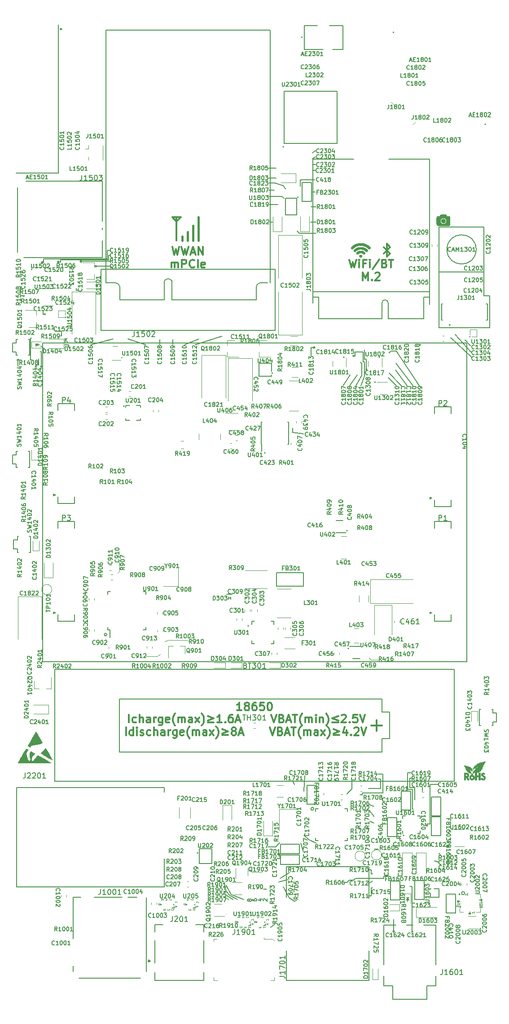
<source format=gbr>
%TF.GenerationSoftware,KiCad,Pcbnew,(5.99.0-459-gf0c386f5d-dirty)*%
%TF.CreationDate,2019-12-04T11:21:01+01:00*%
%TF.ProjectId,dvk-mx8m-bsb,64766b2d-6d78-4386-9d2d-6273622e6b69,v1.0.0*%
%TF.SameCoordinates,Original*%
%TF.FileFunction,Legend,Top*%
%TF.FilePolarity,Positive*%
%FSLAX46Y46*%
G04 Gerber Fmt 4.6, Leading zero omitted, Abs format (unit mm)*
G04 Created by KiCad (PCBNEW (5.99.0-459-gf0c386f5d-dirty)) date 2019-12-04 11:21:01*
%MOMM*%
%LPD*%
G04 APERTURE LIST*
%ADD10C,0.300000*%
%ADD11C,0.150000*%
%ADD12C,0.400000*%
%ADD13C,0.192500*%
%ADD14C,0.100000*%
%ADD15C,0.250000*%
%ADD16C,0.127000*%
%ADD17C,0.120000*%
%ADD18C,0.050000*%
%ADD19C,0.010000*%
G04 APERTURE END LIST*
D10*
X102571428Y-187678571D02*
X101714285Y-187678571D01*
X102142857Y-187678571D02*
X102142857Y-186178571D01*
X102000000Y-186392857D01*
X101857142Y-186535714D01*
X101714285Y-186607142D01*
X103428571Y-186821428D02*
X103285714Y-186750000D01*
X103214285Y-186678571D01*
X103142857Y-186535714D01*
X103142857Y-186464285D01*
X103214285Y-186321428D01*
X103285714Y-186250000D01*
X103428571Y-186178571D01*
X103714285Y-186178571D01*
X103857142Y-186250000D01*
X103928571Y-186321428D01*
X104000000Y-186464285D01*
X104000000Y-186535714D01*
X103928571Y-186678571D01*
X103857142Y-186750000D01*
X103714285Y-186821428D01*
X103428571Y-186821428D01*
X103285714Y-186892857D01*
X103214285Y-186964285D01*
X103142857Y-187107142D01*
X103142857Y-187392857D01*
X103214285Y-187535714D01*
X103285714Y-187607142D01*
X103428571Y-187678571D01*
X103714285Y-187678571D01*
X103857142Y-187607142D01*
X103928571Y-187535714D01*
X104000000Y-187392857D01*
X104000000Y-187107142D01*
X103928571Y-186964285D01*
X103857142Y-186892857D01*
X103714285Y-186821428D01*
X105285714Y-186178571D02*
X105000000Y-186178571D01*
X104857142Y-186250000D01*
X104785714Y-186321428D01*
X104642857Y-186535714D01*
X104571428Y-186821428D01*
X104571428Y-187392857D01*
X104642857Y-187535714D01*
X104714285Y-187607142D01*
X104857142Y-187678571D01*
X105142857Y-187678571D01*
X105285714Y-187607142D01*
X105357142Y-187535714D01*
X105428571Y-187392857D01*
X105428571Y-187035714D01*
X105357142Y-186892857D01*
X105285714Y-186821428D01*
X105142857Y-186750000D01*
X104857142Y-186750000D01*
X104714285Y-186821428D01*
X104642857Y-186892857D01*
X104571428Y-187035714D01*
X106785714Y-186178571D02*
X106071428Y-186178571D01*
X106000000Y-186892857D01*
X106071428Y-186821428D01*
X106214285Y-186750000D01*
X106571428Y-186750000D01*
X106714285Y-186821428D01*
X106785714Y-186892857D01*
X106857142Y-187035714D01*
X106857142Y-187392857D01*
X106785714Y-187535714D01*
X106714285Y-187607142D01*
X106571428Y-187678571D01*
X106214285Y-187678571D01*
X106071428Y-187607142D01*
X106000000Y-187535714D01*
X107785714Y-186178571D02*
X107928571Y-186178571D01*
X108071428Y-186250000D01*
X108142857Y-186321428D01*
X108214285Y-186464285D01*
X108285714Y-186750000D01*
X108285714Y-187107142D01*
X108214285Y-187392857D01*
X108142857Y-187535714D01*
X108071428Y-187607142D01*
X107928571Y-187678571D01*
X107785714Y-187678571D01*
X107642857Y-187607142D01*
X107571428Y-187535714D01*
X107500000Y-187392857D01*
X107428571Y-187107142D01*
X107428571Y-186750000D01*
X107500000Y-186464285D01*
X107571428Y-186321428D01*
X107642857Y-186250000D01*
X107785714Y-186178571D01*
X108142857Y-188471071D02*
X108642857Y-189971071D01*
X109142857Y-188471071D01*
X110142857Y-189185357D02*
X110357142Y-189256785D01*
X110428571Y-189328214D01*
X110500000Y-189471071D01*
X110500000Y-189685357D01*
X110428571Y-189828214D01*
X110357142Y-189899642D01*
X110214285Y-189971071D01*
X109642857Y-189971071D01*
X109642857Y-188471071D01*
X110142857Y-188471071D01*
X110285714Y-188542500D01*
X110357142Y-188613928D01*
X110428571Y-188756785D01*
X110428571Y-188899642D01*
X110357142Y-189042500D01*
X110285714Y-189113928D01*
X110142857Y-189185357D01*
X109642857Y-189185357D01*
X111071428Y-189542500D02*
X111785714Y-189542500D01*
X110928571Y-189971071D02*
X111428571Y-188471071D01*
X111928571Y-189971071D01*
X112214285Y-188471071D02*
X113071428Y-188471071D01*
X112642857Y-189971071D02*
X112642857Y-188471071D01*
X114000000Y-190542500D02*
X113928571Y-190471071D01*
X113785714Y-190256785D01*
X113714285Y-190113928D01*
X113642857Y-189899642D01*
X113571428Y-189542500D01*
X113571428Y-189256785D01*
X113642857Y-188899642D01*
X113714285Y-188685357D01*
X113785714Y-188542500D01*
X113928571Y-188328214D01*
X114000000Y-188256785D01*
X114571428Y-189971071D02*
X114571428Y-188971071D01*
X114571428Y-189113928D02*
X114642857Y-189042500D01*
X114785714Y-188971071D01*
X115000000Y-188971071D01*
X115142857Y-189042500D01*
X115214285Y-189185357D01*
X115214285Y-189971071D01*
X115214285Y-189185357D02*
X115285714Y-189042500D01*
X115428571Y-188971071D01*
X115642857Y-188971071D01*
X115785714Y-189042500D01*
X115857142Y-189185357D01*
X115857142Y-189971071D01*
X116571428Y-189971071D02*
X116571428Y-188971071D01*
X116571428Y-188471071D02*
X116500000Y-188542500D01*
X116571428Y-188613928D01*
X116642857Y-188542500D01*
X116571428Y-188471071D01*
X116571428Y-188613928D01*
X117285714Y-188971071D02*
X117285714Y-189971071D01*
X117285714Y-189113928D02*
X117357142Y-189042500D01*
X117500000Y-188971071D01*
X117714285Y-188971071D01*
X117857142Y-189042500D01*
X117928571Y-189185357D01*
X117928571Y-189971071D01*
X118500000Y-190542500D02*
X118571428Y-190471071D01*
X118714285Y-190256785D01*
X118785714Y-190113928D01*
X118857142Y-189899642D01*
X118928571Y-189542500D01*
X118928571Y-189256785D01*
X118857142Y-188899642D01*
X118785714Y-188685357D01*
X118714285Y-188542500D01*
X118571428Y-188328214D01*
X118500000Y-188256785D01*
X120785714Y-189899642D02*
X119642857Y-189899642D01*
X120785714Y-189613928D02*
X119642857Y-189185357D01*
X120785714Y-188756785D01*
X121428571Y-188613928D02*
X121500000Y-188542500D01*
X121642857Y-188471071D01*
X122000000Y-188471071D01*
X122142857Y-188542500D01*
X122214285Y-188613928D01*
X122285714Y-188756785D01*
X122285714Y-188899642D01*
X122214285Y-189113928D01*
X121357142Y-189971071D01*
X122285714Y-189971071D01*
X122928571Y-189828214D02*
X123000000Y-189899642D01*
X122928571Y-189971071D01*
X122857142Y-189899642D01*
X122928571Y-189828214D01*
X122928571Y-189971071D01*
X124357142Y-188471071D02*
X123642857Y-188471071D01*
X123571428Y-189185357D01*
X123642857Y-189113928D01*
X123785714Y-189042500D01*
X124142857Y-189042500D01*
X124285714Y-189113928D01*
X124357142Y-189185357D01*
X124428571Y-189328214D01*
X124428571Y-189685357D01*
X124357142Y-189828214D01*
X124285714Y-189899642D01*
X124142857Y-189971071D01*
X123785714Y-189971071D01*
X123642857Y-189899642D01*
X123571428Y-189828214D01*
X124857142Y-188471071D02*
X125357142Y-189971071D01*
X125857142Y-188471071D01*
X107892857Y-190886071D02*
X108392857Y-192386071D01*
X108892857Y-190886071D01*
X109892857Y-191600357D02*
X110107142Y-191671785D01*
X110178571Y-191743214D01*
X110250000Y-191886071D01*
X110250000Y-192100357D01*
X110178571Y-192243214D01*
X110107142Y-192314642D01*
X109964285Y-192386071D01*
X109392857Y-192386071D01*
X109392857Y-190886071D01*
X109892857Y-190886071D01*
X110035714Y-190957500D01*
X110107142Y-191028928D01*
X110178571Y-191171785D01*
X110178571Y-191314642D01*
X110107142Y-191457500D01*
X110035714Y-191528928D01*
X109892857Y-191600357D01*
X109392857Y-191600357D01*
X110821428Y-191957500D02*
X111535714Y-191957500D01*
X110678571Y-192386071D02*
X111178571Y-190886071D01*
X111678571Y-192386071D01*
X111964285Y-190886071D02*
X112821428Y-190886071D01*
X112392857Y-192386071D02*
X112392857Y-190886071D01*
X113750000Y-192957500D02*
X113678571Y-192886071D01*
X113535714Y-192671785D01*
X113464285Y-192528928D01*
X113392857Y-192314642D01*
X113321428Y-191957500D01*
X113321428Y-191671785D01*
X113392857Y-191314642D01*
X113464285Y-191100357D01*
X113535714Y-190957500D01*
X113678571Y-190743214D01*
X113750000Y-190671785D01*
X114321428Y-192386071D02*
X114321428Y-191386071D01*
X114321428Y-191528928D02*
X114392857Y-191457500D01*
X114535714Y-191386071D01*
X114750000Y-191386071D01*
X114892857Y-191457500D01*
X114964285Y-191600357D01*
X114964285Y-192386071D01*
X114964285Y-191600357D02*
X115035714Y-191457500D01*
X115178571Y-191386071D01*
X115392857Y-191386071D01*
X115535714Y-191457500D01*
X115607142Y-191600357D01*
X115607142Y-192386071D01*
X116964285Y-192386071D02*
X116964285Y-191600357D01*
X116892857Y-191457500D01*
X116750000Y-191386071D01*
X116464285Y-191386071D01*
X116321428Y-191457500D01*
X116964285Y-192314642D02*
X116821428Y-192386071D01*
X116464285Y-192386071D01*
X116321428Y-192314642D01*
X116250000Y-192171785D01*
X116250000Y-192028928D01*
X116321428Y-191886071D01*
X116464285Y-191814642D01*
X116821428Y-191814642D01*
X116964285Y-191743214D01*
X117535714Y-192386071D02*
X118321428Y-191386071D01*
X117535714Y-191386071D02*
X118321428Y-192386071D01*
X118750000Y-192957500D02*
X118821428Y-192886071D01*
X118964285Y-192671785D01*
X119035714Y-192528928D01*
X119107142Y-192314642D01*
X119178571Y-191957500D01*
X119178571Y-191671785D01*
X119107142Y-191314642D01*
X119035714Y-191100357D01*
X118964285Y-190957500D01*
X118821428Y-190743214D01*
X118750000Y-190671785D01*
X119892857Y-192314642D02*
X121035714Y-192314642D01*
X119892857Y-192028928D02*
X121035714Y-191600357D01*
X119892857Y-191171785D01*
X122392857Y-191386071D02*
X122392857Y-192386071D01*
X122035714Y-190814642D02*
X121678571Y-191886071D01*
X122607142Y-191886071D01*
X123178571Y-192243214D02*
X123250000Y-192314642D01*
X123178571Y-192386071D01*
X123107142Y-192314642D01*
X123178571Y-192243214D01*
X123178571Y-192386071D01*
X123821428Y-191028928D02*
X123892857Y-190957500D01*
X124035714Y-190886071D01*
X124392857Y-190886071D01*
X124535714Y-190957500D01*
X124607142Y-191028928D01*
X124678571Y-191171785D01*
X124678571Y-191314642D01*
X124607142Y-191528928D01*
X123750000Y-192386071D01*
X124678571Y-192386071D01*
X125107142Y-190886071D02*
X125607142Y-192386071D01*
X126107142Y-190886071D01*
X81321428Y-189971071D02*
X81321428Y-188471071D01*
X82678571Y-189899642D02*
X82535714Y-189971071D01*
X82250000Y-189971071D01*
X82107142Y-189899642D01*
X82035714Y-189828214D01*
X81964285Y-189685357D01*
X81964285Y-189256785D01*
X82035714Y-189113928D01*
X82107142Y-189042500D01*
X82250000Y-188971071D01*
X82535714Y-188971071D01*
X82678571Y-189042500D01*
X83321428Y-189971071D02*
X83321428Y-188471071D01*
X83964285Y-189971071D02*
X83964285Y-189185357D01*
X83892857Y-189042500D01*
X83750000Y-188971071D01*
X83535714Y-188971071D01*
X83392857Y-189042500D01*
X83321428Y-189113928D01*
X85321428Y-189971071D02*
X85321428Y-189185357D01*
X85250000Y-189042500D01*
X85107142Y-188971071D01*
X84821428Y-188971071D01*
X84678571Y-189042500D01*
X85321428Y-189899642D02*
X85178571Y-189971071D01*
X84821428Y-189971071D01*
X84678571Y-189899642D01*
X84607142Y-189756785D01*
X84607142Y-189613928D01*
X84678571Y-189471071D01*
X84821428Y-189399642D01*
X85178571Y-189399642D01*
X85321428Y-189328214D01*
X86035714Y-189971071D02*
X86035714Y-188971071D01*
X86035714Y-189256785D02*
X86107142Y-189113928D01*
X86178571Y-189042500D01*
X86321428Y-188971071D01*
X86464285Y-188971071D01*
X87607142Y-188971071D02*
X87607142Y-190185357D01*
X87535714Y-190328214D01*
X87464285Y-190399642D01*
X87321428Y-190471071D01*
X87107142Y-190471071D01*
X86964285Y-190399642D01*
X87607142Y-189899642D02*
X87464285Y-189971071D01*
X87178571Y-189971071D01*
X87035714Y-189899642D01*
X86964285Y-189828214D01*
X86892857Y-189685357D01*
X86892857Y-189256785D01*
X86964285Y-189113928D01*
X87035714Y-189042500D01*
X87178571Y-188971071D01*
X87464285Y-188971071D01*
X87607142Y-189042500D01*
X88892857Y-189899642D02*
X88750000Y-189971071D01*
X88464285Y-189971071D01*
X88321428Y-189899642D01*
X88250000Y-189756785D01*
X88250000Y-189185357D01*
X88321428Y-189042500D01*
X88464285Y-188971071D01*
X88750000Y-188971071D01*
X88892857Y-189042500D01*
X88964285Y-189185357D01*
X88964285Y-189328214D01*
X88250000Y-189471071D01*
X90035714Y-190542500D02*
X89964285Y-190471071D01*
X89821428Y-190256785D01*
X89750000Y-190113928D01*
X89678571Y-189899642D01*
X89607142Y-189542500D01*
X89607142Y-189256785D01*
X89678571Y-188899642D01*
X89750000Y-188685357D01*
X89821428Y-188542500D01*
X89964285Y-188328214D01*
X90035714Y-188256785D01*
X90607142Y-189971071D02*
X90607142Y-188971071D01*
X90607142Y-189113928D02*
X90678571Y-189042500D01*
X90821428Y-188971071D01*
X91035714Y-188971071D01*
X91178571Y-189042500D01*
X91250000Y-189185357D01*
X91250000Y-189971071D01*
X91250000Y-189185357D02*
X91321428Y-189042500D01*
X91464285Y-188971071D01*
X91678571Y-188971071D01*
X91821428Y-189042500D01*
X91892857Y-189185357D01*
X91892857Y-189971071D01*
X93250000Y-189971071D02*
X93250000Y-189185357D01*
X93178571Y-189042500D01*
X93035714Y-188971071D01*
X92750000Y-188971071D01*
X92607142Y-189042500D01*
X93250000Y-189899642D02*
X93107142Y-189971071D01*
X92750000Y-189971071D01*
X92607142Y-189899642D01*
X92535714Y-189756785D01*
X92535714Y-189613928D01*
X92607142Y-189471071D01*
X92750000Y-189399642D01*
X93107142Y-189399642D01*
X93250000Y-189328214D01*
X93821428Y-189971071D02*
X94607142Y-188971071D01*
X93821428Y-188971071D02*
X94607142Y-189971071D01*
X95035714Y-190542500D02*
X95107142Y-190471071D01*
X95250000Y-190256785D01*
X95321428Y-190113928D01*
X95392857Y-189899642D01*
X95464285Y-189542500D01*
X95464285Y-189256785D01*
X95392857Y-188899642D01*
X95321428Y-188685357D01*
X95250000Y-188542500D01*
X95107142Y-188328214D01*
X95035714Y-188256785D01*
X96178571Y-189899642D02*
X97321428Y-189899642D01*
X96178571Y-189613928D02*
X97321428Y-189185357D01*
X96178571Y-188756785D01*
X98821428Y-189971071D02*
X97964285Y-189971071D01*
X98392857Y-189971071D02*
X98392857Y-188471071D01*
X98250000Y-188685357D01*
X98107142Y-188828214D01*
X97964285Y-188899642D01*
X99464285Y-189828214D02*
X99535714Y-189899642D01*
X99464285Y-189971071D01*
X99392857Y-189899642D01*
X99464285Y-189828214D01*
X99464285Y-189971071D01*
X100821428Y-188471071D02*
X100535714Y-188471071D01*
X100392857Y-188542500D01*
X100321428Y-188613928D01*
X100178571Y-188828214D01*
X100107142Y-189113928D01*
X100107142Y-189685357D01*
X100178571Y-189828214D01*
X100250000Y-189899642D01*
X100392857Y-189971071D01*
X100678571Y-189971071D01*
X100821428Y-189899642D01*
X100892857Y-189828214D01*
X100964285Y-189685357D01*
X100964285Y-189328214D01*
X100892857Y-189185357D01*
X100821428Y-189113928D01*
X100678571Y-189042500D01*
X100392857Y-189042500D01*
X100250000Y-189113928D01*
X100178571Y-189185357D01*
X100107142Y-189328214D01*
X101535714Y-189542500D02*
X102250000Y-189542500D01*
X101392857Y-189971071D02*
X101892857Y-188471071D01*
X102392857Y-189971071D01*
X80749999Y-192386071D02*
X80749999Y-190886071D01*
X82107142Y-192386071D02*
X82107142Y-190886071D01*
X82107142Y-192314642D02*
X81964285Y-192386071D01*
X81678571Y-192386071D01*
X81535714Y-192314642D01*
X81464285Y-192243214D01*
X81392857Y-192100357D01*
X81392857Y-191671785D01*
X81464285Y-191528928D01*
X81535714Y-191457500D01*
X81678571Y-191386071D01*
X81964285Y-191386071D01*
X82107142Y-191457500D01*
X82821428Y-192386071D02*
X82821428Y-191386071D01*
X82821428Y-190886071D02*
X82749999Y-190957500D01*
X82821428Y-191028928D01*
X82892857Y-190957500D01*
X82821428Y-190886071D01*
X82821428Y-191028928D01*
X83464285Y-192314642D02*
X83607142Y-192386071D01*
X83892857Y-192386071D01*
X84035714Y-192314642D01*
X84107142Y-192171785D01*
X84107142Y-192100357D01*
X84035714Y-191957500D01*
X83892857Y-191886071D01*
X83678571Y-191886071D01*
X83535714Y-191814642D01*
X83464285Y-191671785D01*
X83464285Y-191600357D01*
X83535714Y-191457500D01*
X83678571Y-191386071D01*
X83892857Y-191386071D01*
X84035714Y-191457500D01*
X85392857Y-192314642D02*
X85249999Y-192386071D01*
X84964285Y-192386071D01*
X84821428Y-192314642D01*
X84749999Y-192243214D01*
X84678571Y-192100357D01*
X84678571Y-191671785D01*
X84749999Y-191528928D01*
X84821428Y-191457500D01*
X84964285Y-191386071D01*
X85249999Y-191386071D01*
X85392857Y-191457500D01*
X86035714Y-192386071D02*
X86035714Y-190886071D01*
X86678571Y-192386071D02*
X86678571Y-191600357D01*
X86607142Y-191457500D01*
X86464285Y-191386071D01*
X86249999Y-191386071D01*
X86107142Y-191457500D01*
X86035714Y-191528928D01*
X88035714Y-192386071D02*
X88035714Y-191600357D01*
X87964285Y-191457500D01*
X87821428Y-191386071D01*
X87535714Y-191386071D01*
X87392857Y-191457500D01*
X88035714Y-192314642D02*
X87892857Y-192386071D01*
X87535714Y-192386071D01*
X87392857Y-192314642D01*
X87321428Y-192171785D01*
X87321428Y-192028928D01*
X87392857Y-191886071D01*
X87535714Y-191814642D01*
X87892857Y-191814642D01*
X88035714Y-191743214D01*
X88749999Y-192386071D02*
X88749999Y-191386071D01*
X88749999Y-191671785D02*
X88821428Y-191528928D01*
X88892857Y-191457500D01*
X89035714Y-191386071D01*
X89178571Y-191386071D01*
X90321428Y-191386071D02*
X90321428Y-192600357D01*
X90250000Y-192743214D01*
X90178571Y-192814642D01*
X90035714Y-192886071D01*
X89821428Y-192886071D01*
X89678571Y-192814642D01*
X90321428Y-192314642D02*
X90178571Y-192386071D01*
X89892857Y-192386071D01*
X89750000Y-192314642D01*
X89678571Y-192243214D01*
X89607142Y-192100357D01*
X89607142Y-191671785D01*
X89678571Y-191528928D01*
X89750000Y-191457500D01*
X89892857Y-191386071D01*
X90178571Y-191386071D01*
X90321428Y-191457500D01*
X91607142Y-192314642D02*
X91464285Y-192386071D01*
X91178571Y-192386071D01*
X91035714Y-192314642D01*
X90964285Y-192171785D01*
X90964285Y-191600357D01*
X91035714Y-191457500D01*
X91178571Y-191386071D01*
X91464285Y-191386071D01*
X91607142Y-191457500D01*
X91678571Y-191600357D01*
X91678571Y-191743214D01*
X90964285Y-191886071D01*
X92749999Y-192957500D02*
X92678571Y-192886071D01*
X92535714Y-192671785D01*
X92464285Y-192528928D01*
X92392857Y-192314642D01*
X92321428Y-191957500D01*
X92321428Y-191671785D01*
X92392857Y-191314642D01*
X92464285Y-191100357D01*
X92535714Y-190957500D01*
X92678571Y-190743214D01*
X92749999Y-190671785D01*
X93321428Y-192386071D02*
X93321428Y-191386071D01*
X93321428Y-191528928D02*
X93392857Y-191457500D01*
X93535714Y-191386071D01*
X93749999Y-191386071D01*
X93892857Y-191457500D01*
X93964285Y-191600357D01*
X93964285Y-192386071D01*
X93964285Y-191600357D02*
X94035714Y-191457500D01*
X94178571Y-191386071D01*
X94392857Y-191386071D01*
X94535714Y-191457500D01*
X94607142Y-191600357D01*
X94607142Y-192386071D01*
X95964285Y-192386071D02*
X95964285Y-191600357D01*
X95892857Y-191457500D01*
X95749999Y-191386071D01*
X95464285Y-191386071D01*
X95321428Y-191457500D01*
X95964285Y-192314642D02*
X95821428Y-192386071D01*
X95464285Y-192386071D01*
X95321428Y-192314642D01*
X95249999Y-192171785D01*
X95249999Y-192028928D01*
X95321428Y-191886071D01*
X95464285Y-191814642D01*
X95821428Y-191814642D01*
X95964285Y-191743214D01*
X96535714Y-192386071D02*
X97321428Y-191386071D01*
X96535714Y-191386071D02*
X97321428Y-192386071D01*
X97749999Y-192957500D02*
X97821428Y-192886071D01*
X97964285Y-192671785D01*
X98035714Y-192528928D01*
X98107142Y-192314642D01*
X98178571Y-191957500D01*
X98178571Y-191671785D01*
X98107142Y-191314642D01*
X98035714Y-191100357D01*
X97964285Y-190957500D01*
X97821428Y-190743214D01*
X97749999Y-190671785D01*
X98892857Y-192314642D02*
X100035714Y-192314642D01*
X98892857Y-192028928D02*
X100035714Y-191600357D01*
X98892857Y-191171785D01*
X100964285Y-191528928D02*
X100821428Y-191457500D01*
X100750000Y-191386071D01*
X100678571Y-191243214D01*
X100678571Y-191171785D01*
X100750000Y-191028928D01*
X100821428Y-190957500D01*
X100964285Y-190886071D01*
X101250000Y-190886071D01*
X101392857Y-190957500D01*
X101464285Y-191028928D01*
X101535714Y-191171785D01*
X101535714Y-191243214D01*
X101464285Y-191386071D01*
X101392857Y-191457500D01*
X101250000Y-191528928D01*
X100964285Y-191528928D01*
X100821428Y-191600357D01*
X100750000Y-191671785D01*
X100678571Y-191814642D01*
X100678571Y-192100357D01*
X100750000Y-192243214D01*
X100821428Y-192314642D01*
X100964285Y-192386071D01*
X101250000Y-192386071D01*
X101392857Y-192314642D01*
X101464285Y-192243214D01*
X101535714Y-192100357D01*
X101535714Y-191814642D01*
X101464285Y-191671785D01*
X101392857Y-191600357D01*
X101250000Y-191528928D01*
X102107142Y-191957500D02*
X102821428Y-191957500D01*
X101964285Y-192386071D02*
X102464285Y-190886071D01*
X102964285Y-192386071D01*
D11*
X132650000Y-212375000D02*
X132800000Y-212225000D01*
X132650000Y-212075000D02*
X132650000Y-212375000D01*
X132800000Y-212225000D02*
X132650000Y-212075000D01*
X132450000Y-212225000D02*
X132800000Y-212225000D01*
X132450000Y-211875000D02*
X132450000Y-212225000D01*
X125300000Y-203600000D02*
X124900000Y-203600000D01*
X125300000Y-203200000D02*
X125300000Y-203600000D01*
X122400000Y-220100000D02*
X122050000Y-220100000D01*
X122850000Y-219650000D02*
X122400000Y-220100000D01*
X123700000Y-219650000D02*
X122850000Y-219650000D01*
X124050000Y-219300000D02*
X123700000Y-219650000D01*
X129350000Y-219300000D02*
X124050000Y-219300000D01*
X129350000Y-218860000D02*
X129350000Y-219300000D01*
X130150000Y-218860000D02*
X129350000Y-218860000D01*
X130330000Y-218680000D02*
X130150000Y-218860000D01*
X113700000Y-212650000D02*
X114150000Y-214150000D01*
X139700000Y-216250000D02*
X138950000Y-216000000D01*
X140050000Y-214900000D02*
X139750000Y-214550000D01*
X137680000Y-209300000D02*
X137500000Y-209480000D01*
X137320000Y-209300000D02*
X137680000Y-209300000D01*
X137500000Y-209480000D02*
X137320000Y-209300000D01*
X137500000Y-209100000D02*
X137500000Y-209480000D01*
X138110000Y-209100000D02*
X137500000Y-209100000D01*
X138110000Y-201600000D02*
X138110000Y-209100000D01*
X139590000Y-201600000D02*
X138110000Y-201600000D01*
D10*
X91100000Y-94800000D02*
X90300000Y-95600000D01*
X89500000Y-94800000D02*
X91100000Y-94800000D01*
X90300000Y-95600000D02*
X89500000Y-94800000D01*
X90300000Y-99200000D02*
X90300000Y-94800000D01*
D12*
X94400000Y-99200000D02*
X94400000Y-94800000D01*
X93400000Y-99200000D02*
X93400000Y-96400000D01*
X92400000Y-99200000D02*
X92400000Y-97600000D01*
X91400000Y-99200000D02*
X91400000Y-98400000D01*
D10*
X130600000Y-100400000D02*
X129400000Y-101600000D01*
X130000000Y-99800000D02*
X130600000Y-100400000D01*
X130000000Y-102200000D02*
X130000000Y-99800000D01*
X130600000Y-101600000D02*
X130000000Y-102200000D01*
X129400000Y-100400000D02*
X130600000Y-101600000D01*
X89521428Y-100371071D02*
X89878571Y-101871071D01*
X90164285Y-100799642D01*
X90450000Y-101871071D01*
X90807142Y-100371071D01*
X91235714Y-100371071D02*
X91592857Y-101871071D01*
X91878571Y-100799642D01*
X92164285Y-101871071D01*
X92521428Y-100371071D01*
X93021428Y-101442500D02*
X93735714Y-101442500D01*
X92878571Y-101871071D02*
X93378571Y-100371071D01*
X93878571Y-101871071D01*
X94378571Y-101871071D02*
X94378571Y-100371071D01*
X95235714Y-101871071D01*
X95235714Y-100371071D01*
X89307142Y-104286071D02*
X89307142Y-103286071D01*
X89307142Y-103428928D02*
X89378571Y-103357500D01*
X89521428Y-103286071D01*
X89735714Y-103286071D01*
X89878571Y-103357500D01*
X89950000Y-103500357D01*
X89950000Y-104286071D01*
X89950000Y-103500357D02*
X90021428Y-103357500D01*
X90164285Y-103286071D01*
X90378571Y-103286071D01*
X90521428Y-103357500D01*
X90592857Y-103500357D01*
X90592857Y-104286071D01*
X91307142Y-104286071D02*
X91307142Y-102786071D01*
X91878571Y-102786071D01*
X92021428Y-102857500D01*
X92092857Y-102928928D01*
X92164285Y-103071785D01*
X92164285Y-103286071D01*
X92092857Y-103428928D01*
X92021428Y-103500357D01*
X91878571Y-103571785D01*
X91307142Y-103571785D01*
X93664285Y-104143214D02*
X93592857Y-104214642D01*
X93378571Y-104286071D01*
X93235714Y-104286071D01*
X93021428Y-104214642D01*
X92878571Y-104071785D01*
X92807142Y-103928928D01*
X92735714Y-103643214D01*
X92735714Y-103428928D01*
X92807142Y-103143214D01*
X92878571Y-103000357D01*
X93021428Y-102857500D01*
X93235714Y-102786071D01*
X93378571Y-102786071D01*
X93592857Y-102857500D01*
X93664285Y-102928928D01*
X94307142Y-104286071D02*
X94307142Y-102786071D01*
X95592857Y-104214642D02*
X95450000Y-104286071D01*
X95164285Y-104286071D01*
X95021428Y-104214642D01*
X94950000Y-104071785D01*
X94950000Y-103500357D01*
X95021428Y-103357500D01*
X95164285Y-103286071D01*
X95450000Y-103286071D01*
X95592857Y-103357500D01*
X95664285Y-103500357D01*
X95664285Y-103643214D01*
X94950000Y-103786071D01*
X122892857Y-102771071D02*
X123250000Y-104271071D01*
X123535714Y-103199642D01*
X123821428Y-104271071D01*
X124178571Y-102771071D01*
X124750000Y-104271071D02*
X124750000Y-103271071D01*
X124750000Y-102771071D02*
X124678571Y-102842500D01*
X124750000Y-102913928D01*
X124821428Y-102842500D01*
X124750000Y-102771071D01*
X124750000Y-102913928D01*
X125964285Y-103485357D02*
X125464285Y-103485357D01*
X125464285Y-104271071D02*
X125464285Y-102771071D01*
X126178571Y-102771071D01*
X126750000Y-104271071D02*
X126750000Y-103271071D01*
X126750000Y-102771071D02*
X126678571Y-102842500D01*
X126750000Y-102913928D01*
X126821428Y-102842500D01*
X126750000Y-102771071D01*
X126750000Y-102913928D01*
X128535714Y-102699642D02*
X127250000Y-104628214D01*
X129535714Y-103485357D02*
X129750000Y-103556785D01*
X129821428Y-103628214D01*
X129892857Y-103771071D01*
X129892857Y-103985357D01*
X129821428Y-104128214D01*
X129750000Y-104199642D01*
X129607142Y-104271071D01*
X129035714Y-104271071D01*
X129035714Y-102771071D01*
X129535714Y-102771071D01*
X129678571Y-102842500D01*
X129750000Y-102913928D01*
X129821428Y-103056785D01*
X129821428Y-103199642D01*
X129750000Y-103342500D01*
X129678571Y-103413928D01*
X129535714Y-103485357D01*
X129035714Y-103485357D01*
X130321428Y-102771071D02*
X131178571Y-102771071D01*
X130750000Y-104271071D02*
X130750000Y-102771071D01*
X125428571Y-106686071D02*
X125428571Y-105186071D01*
X125928571Y-106257500D01*
X126428571Y-105186071D01*
X126428571Y-106686071D01*
X127142857Y-106543214D02*
X127214285Y-106614642D01*
X127142857Y-106686071D01*
X127071428Y-106614642D01*
X127142857Y-106543214D01*
X127142857Y-106686071D01*
X127785714Y-105328928D02*
X127857142Y-105257500D01*
X128000000Y-105186071D01*
X128357142Y-105186071D01*
X128500000Y-105257500D01*
X128571428Y-105328928D01*
X128642857Y-105471785D01*
X128642857Y-105614642D01*
X128571428Y-105828928D01*
X127714285Y-106686071D01*
X128642857Y-106686071D01*
D11*
X133660000Y-222960000D02*
X134140000Y-222960000D01*
X134080000Y-223370000D02*
X133900000Y-223010000D01*
X133720000Y-223370000D02*
X134080000Y-223370000D01*
X133900000Y-223010000D02*
X133720000Y-223370000D01*
X133900000Y-223600000D02*
X133900000Y-223010000D01*
X134900000Y-229300000D02*
X134750000Y-229450000D01*
X134600000Y-229300000D02*
X134900000Y-229300000D01*
X134750000Y-229450000D02*
X134600000Y-229300000D01*
X134750000Y-220800000D02*
X134750000Y-229450000D01*
X134250000Y-220800000D02*
X134750000Y-220800000D01*
X126700000Y-206500000D02*
X127500000Y-207650000D01*
X126730000Y-208520000D02*
X127510000Y-208860000D01*
X126700000Y-205390000D02*
X127510000Y-205730000D01*
X131050000Y-229250000D02*
X131250000Y-229450000D01*
X131450000Y-229250000D02*
X131050000Y-229250000D01*
X131250000Y-229450000D02*
X131450000Y-229250000D01*
X131250000Y-227000000D02*
X131250000Y-229450000D01*
X108950000Y-213400000D02*
X109850000Y-212500000D01*
X107500000Y-213400000D02*
X108950000Y-213400000D01*
X112070000Y-200880000D02*
X112500000Y-201640000D01*
X114500000Y-199900000D02*
X114300000Y-202900000D01*
X106701666Y-223570000D02*
X106665000Y-223533333D01*
X106628333Y-223460000D01*
X106628333Y-223276666D01*
X106665000Y-223203333D01*
X106701666Y-223166666D01*
X106775000Y-223130000D01*
X106848333Y-223130000D01*
X106958333Y-223166666D01*
X107398333Y-223606666D01*
X107398333Y-223130000D01*
X105935000Y-223203333D02*
X106448333Y-223203333D01*
X105641666Y-223386666D02*
X106191666Y-223570000D01*
X106191666Y-223093333D01*
X104628333Y-223203333D02*
X104628333Y-223350000D01*
X104665000Y-223423333D01*
X104701666Y-223460000D01*
X104811666Y-223533333D01*
X104958333Y-223570000D01*
X105251666Y-223570000D01*
X105325000Y-223533333D01*
X105361666Y-223496666D01*
X105398333Y-223423333D01*
X105398333Y-223276666D01*
X105361666Y-223203333D01*
X105325000Y-223166666D01*
X105251666Y-223130000D01*
X105068333Y-223130000D01*
X104995000Y-223166666D01*
X104958333Y-223203333D01*
X104921666Y-223276666D01*
X104921666Y-223423333D01*
X104958333Y-223496666D01*
X104995000Y-223533333D01*
X105068333Y-223570000D01*
X104008333Y-223473333D02*
X103971666Y-223546666D01*
X103935000Y-223583333D01*
X103861666Y-223620000D01*
X103825000Y-223620000D01*
X103751666Y-223583333D01*
X103715000Y-223546666D01*
X103678333Y-223473333D01*
X103678333Y-223326666D01*
X103715000Y-223253333D01*
X103751666Y-223216666D01*
X103825000Y-223180000D01*
X103861666Y-223180000D01*
X103935000Y-223216666D01*
X103971666Y-223253333D01*
X104008333Y-223326666D01*
X104008333Y-223473333D01*
X104045000Y-223546666D01*
X104081666Y-223583333D01*
X104155000Y-223620000D01*
X104301666Y-223620000D01*
X104375000Y-223583333D01*
X104411666Y-223546666D01*
X104448333Y-223473333D01*
X104448333Y-223326666D01*
X104411666Y-223253333D01*
X104375000Y-223216666D01*
X104301666Y-223180000D01*
X104155000Y-223180000D01*
X104081666Y-223216666D01*
X104045000Y-223253333D01*
X104008333Y-223326666D01*
X104345000Y-221258333D02*
X104088333Y-220891666D01*
X103905000Y-221258333D02*
X103905000Y-220488333D01*
X104198333Y-220488333D01*
X104271666Y-220525000D01*
X104308333Y-220561666D01*
X104345000Y-220635000D01*
X104345000Y-220745000D01*
X104308333Y-220818333D01*
X104271666Y-220855000D01*
X104198333Y-220891666D01*
X103905000Y-220891666D01*
X105078333Y-221258333D02*
X104638333Y-221258333D01*
X104858333Y-221258333D02*
X104858333Y-220488333D01*
X104785000Y-220598333D01*
X104711666Y-220671666D01*
X104638333Y-220708333D01*
X105445000Y-221258333D02*
X105591666Y-221258333D01*
X105665000Y-221221666D01*
X105701666Y-221185000D01*
X105775000Y-221075000D01*
X105811666Y-220928333D01*
X105811666Y-220635000D01*
X105775000Y-220561666D01*
X105738333Y-220525000D01*
X105665000Y-220488333D01*
X105518333Y-220488333D01*
X105445000Y-220525000D01*
X105408333Y-220561666D01*
X105371666Y-220635000D01*
X105371666Y-220818333D01*
X105408333Y-220891666D01*
X105445000Y-220928333D01*
X105518333Y-220965000D01*
X105665000Y-220965000D01*
X105738333Y-220928333D01*
X105775000Y-220891666D01*
X105811666Y-220818333D01*
X106288333Y-220488333D02*
X106361666Y-220488333D01*
X106435000Y-220525000D01*
X106471666Y-220561666D01*
X106508333Y-220635000D01*
X106545000Y-220781666D01*
X106545000Y-220965000D01*
X106508333Y-221111666D01*
X106471666Y-221185000D01*
X106435000Y-221221666D01*
X106361666Y-221258333D01*
X106288333Y-221258333D01*
X106215000Y-221221666D01*
X106178333Y-221185000D01*
X106141666Y-221111666D01*
X106105000Y-220965000D01*
X106105000Y-220781666D01*
X106141666Y-220635000D01*
X106178333Y-220561666D01*
X106215000Y-220525000D01*
X106288333Y-220488333D01*
X106691666Y-221331666D02*
X107278333Y-221331666D01*
X65000000Y-103500000D02*
X64800000Y-103300000D01*
X65000000Y-103100000D02*
X65000000Y-103500000D01*
X64800000Y-103300000D02*
X65000000Y-103100000D01*
X65200000Y-103300000D02*
X64800000Y-103300000D01*
X65200000Y-102600000D02*
X65200000Y-103300000D01*
X77200000Y-102600000D02*
X65200000Y-102600000D01*
X77200000Y-101000000D02*
X77200000Y-102600000D01*
X77700000Y-101000000D02*
X77200000Y-101000000D01*
X77500000Y-102000000D02*
X77700000Y-102000000D01*
X77500000Y-102800000D02*
X77500000Y-102000000D01*
X68400000Y-102800000D02*
X77500000Y-102800000D01*
X68000000Y-103400000D02*
X67800000Y-103200000D01*
X68000000Y-103000000D02*
X68000000Y-103400000D01*
X67800000Y-103200000D02*
X68000000Y-103000000D01*
X68400000Y-103200000D02*
X68400000Y-102800000D01*
X67800000Y-103200000D02*
X68400000Y-103200000D01*
X72300000Y-103300000D02*
X72100000Y-103100000D01*
X72300000Y-102900000D02*
X72300000Y-103300000D01*
X72100000Y-103100000D02*
X72300000Y-102900000D01*
X72100000Y-103100000D02*
X77700000Y-103100000D01*
X75100000Y-104200000D02*
X74900000Y-104000000D01*
X75100000Y-103800000D02*
X75100000Y-104200000D01*
X74900000Y-104000000D02*
X75100000Y-103800000D01*
X77700000Y-104000000D02*
X74900000Y-104000000D01*
X126250000Y-123350000D02*
X126100000Y-123550000D01*
X125950000Y-123350000D02*
X126250000Y-123350000D01*
X126100000Y-123550000D02*
X125950000Y-123350000D01*
X125750000Y-121500000D02*
X125750000Y-119750000D01*
X126100000Y-121500000D02*
X125750000Y-121500000D01*
X126100000Y-123550000D02*
X126100000Y-121500000D01*
X116200000Y-119450000D02*
X116400000Y-119300000D01*
X116200000Y-119150000D02*
X116200000Y-119450000D01*
X116400000Y-119300000D02*
X116200000Y-119150000D01*
X115650000Y-119300000D02*
X116400000Y-119300000D01*
X115650000Y-120850000D02*
X115650000Y-119300000D01*
X123700000Y-121050000D02*
X123550000Y-120900000D01*
X123700000Y-120750000D02*
X123700000Y-121050000D01*
X123550000Y-120900000D02*
X123700000Y-120750000D01*
X124000000Y-120900000D02*
X123550000Y-120900000D01*
X124000000Y-120150000D02*
X124000000Y-120900000D01*
X60600000Y-121700000D02*
X60400000Y-121500000D01*
X60200000Y-121700000D02*
X60600000Y-121700000D01*
X60400000Y-121500000D02*
X60200000Y-121700000D01*
X60400000Y-121500000D02*
X60400000Y-122800000D01*
X63900000Y-122850000D02*
X63750000Y-123000000D01*
X63600000Y-122850000D02*
X63900000Y-122850000D01*
X63750000Y-123000000D02*
X63600000Y-122850000D01*
X63750000Y-122650000D02*
X63750000Y-123000000D01*
X64250000Y-122650000D02*
X63750000Y-122650000D01*
X64250000Y-121450000D02*
X64250000Y-122650000D01*
X64950000Y-122850000D02*
X64800000Y-123050000D01*
X64650000Y-122850000D02*
X64950000Y-122850000D01*
X64800000Y-123050000D02*
X64650000Y-122850000D01*
X64800000Y-120050000D02*
X64800000Y-123050000D01*
X64650000Y-120050000D02*
X64800000Y-120050000D01*
X70050000Y-119050000D02*
X69900000Y-119200000D01*
X69750000Y-119050000D02*
X70050000Y-119050000D01*
X69900000Y-119200000D02*
X69750000Y-119050000D01*
X69900000Y-118850000D02*
X69150000Y-118850000D01*
X69900000Y-119200000D02*
X69900000Y-118850000D01*
D13*
X69223333Y-118323333D02*
X69223333Y-117553333D01*
X69663333Y-118323333D02*
X69333333Y-117883333D01*
X69663333Y-117553333D02*
X69223333Y-117993333D01*
D11*
X65350000Y-119550000D02*
X64700000Y-119100000D01*
X62900000Y-121600000D02*
X62775000Y-121725000D01*
X62650000Y-121600000D02*
X62900000Y-121600000D01*
X62775000Y-121725000D02*
X62650000Y-121600000D01*
X61450000Y-109725000D02*
X61600000Y-109600000D01*
X61450000Y-109475000D02*
X61450000Y-109725000D01*
X61600000Y-109600000D02*
X61450000Y-109475000D01*
X65425000Y-113175000D02*
X65550000Y-113050000D01*
X65425000Y-112925000D02*
X65425000Y-113175000D01*
X65550000Y-113050000D02*
X65425000Y-112925000D01*
X63800000Y-118525000D02*
X63800000Y-119050000D01*
X64100000Y-119000000D02*
X63850000Y-118800000D01*
X64100000Y-118525000D02*
X64100000Y-119000000D01*
X63850000Y-118775000D02*
X64100000Y-118525000D01*
X64450000Y-118775000D02*
X63800000Y-118775000D01*
X62775000Y-117550000D02*
X62875000Y-117550000D01*
X62775000Y-121725000D02*
X62775000Y-117550000D01*
X71400000Y-108550000D02*
X71600000Y-108550000D01*
X71400000Y-108150000D02*
X71400000Y-108550000D01*
X60950000Y-109600000D02*
X61600000Y-109600000D01*
X65150000Y-113050000D02*
X65550000Y-113050000D01*
X65150000Y-112450000D02*
X65150000Y-113050000D01*
X68600000Y-116300000D02*
X67450000Y-116300000D01*
X68600000Y-117100000D02*
X68600000Y-116300000D01*
X68350000Y-117100000D02*
X68600000Y-117100000D01*
X127000000Y-218500000D02*
X127300000Y-218500000D01*
X127000000Y-217700000D02*
X127000000Y-218500000D01*
X126550000Y-217700000D02*
X127000000Y-217700000D01*
X127000000Y-221100000D02*
X127300000Y-221100000D01*
X127000000Y-222600000D02*
X127000000Y-221100000D01*
X126430000Y-222600000D02*
X127000000Y-222600000D01*
X126450000Y-220300000D02*
X127300000Y-219850000D01*
X134800000Y-206300000D02*
X135000000Y-206300000D01*
X134800000Y-202550000D02*
X134800000Y-206300000D01*
X133900000Y-202550000D02*
X134800000Y-202550000D01*
X133900000Y-199450000D02*
X133900000Y-202550000D01*
X134550000Y-199450000D02*
X133900000Y-199450000D01*
X135200000Y-202250000D02*
X135200000Y-204500000D01*
X134300000Y-202250000D02*
X135200000Y-202250000D01*
X134300000Y-200450000D02*
X134300000Y-202250000D01*
X134600000Y-200450000D02*
X134300000Y-200450000D01*
X136700000Y-202100000D02*
X136700000Y-202900000D01*
X129200000Y-203200000D02*
X125300000Y-203200000D01*
X129200000Y-199650000D02*
X129200000Y-203200000D01*
X128300000Y-199650000D02*
X129200000Y-199650000D01*
X128800000Y-202400000D02*
X126500000Y-202400000D01*
X128800000Y-200600000D02*
X128800000Y-202400000D01*
X128400000Y-200600000D02*
X128800000Y-200600000D01*
X127600000Y-213800000D02*
X128400000Y-213800000D01*
X125750000Y-124700000D02*
X125100000Y-126500000D01*
X125750000Y-122000000D02*
X125750000Y-124700000D01*
X125450000Y-122000000D02*
X125750000Y-122000000D01*
X125450000Y-120150000D02*
X125450000Y-122000000D01*
X124000000Y-120150000D02*
X125450000Y-120150000D01*
X125250000Y-122350000D02*
X125000000Y-122150000D01*
X125250000Y-124600000D02*
X125250000Y-122350000D01*
X124150000Y-126550000D02*
X125250000Y-124600000D01*
X122950000Y-126500000D02*
X124350000Y-124450000D01*
X121750000Y-126450000D02*
X123050000Y-124450000D01*
X131750000Y-120000000D02*
X136075000Y-126475000D01*
X134850000Y-126500000D02*
X131650000Y-122250000D01*
X131600000Y-123525000D02*
X133750000Y-126500000D01*
X130375000Y-124175000D02*
X132875000Y-126675000D01*
X130250000Y-125025000D02*
X131750000Y-126525000D01*
X130700000Y-120000000D02*
X130400000Y-120300000D01*
X131750000Y-120000000D02*
X130700000Y-120000000D01*
X107900000Y-95700000D02*
X108400000Y-95700000D01*
X116500000Y-82250000D02*
X115900000Y-82700000D01*
X116500000Y-83400000D02*
X115900000Y-83800000D01*
X116500000Y-84900000D02*
X115900000Y-84900000D01*
X116400000Y-86000000D02*
X115900000Y-86000000D01*
X116400000Y-90000000D02*
X115900000Y-90000000D01*
X116600000Y-92800000D02*
X115700000Y-92800000D01*
X116600000Y-95700000D02*
X115600000Y-95700000D01*
X113500000Y-97800000D02*
X116600000Y-97800000D01*
X113000000Y-97400000D02*
X113500000Y-97800000D01*
X110200000Y-90900000D02*
X107700000Y-90900000D01*
X110600000Y-91200000D02*
X110200000Y-90900000D01*
X113600000Y-87700000D02*
X116300000Y-87700000D01*
X113600000Y-88900000D02*
X113600000Y-87700000D01*
X107800000Y-92400000D02*
X109400000Y-92400000D01*
X107700000Y-89700000D02*
X108700000Y-89700000D01*
X110400000Y-88800000D02*
X110800000Y-89400000D01*
X108800000Y-88300000D02*
X110400000Y-88800000D01*
X107700000Y-88300000D02*
X108800000Y-88300000D01*
X109100000Y-87400000D02*
X107700000Y-87400000D01*
X109100000Y-85500000D02*
X107700000Y-85500000D01*
X93800000Y-118800000D02*
X98800000Y-117200000D01*
X91800000Y-118800000D02*
X94500000Y-117700000D01*
X89600000Y-118700000D02*
X89600000Y-117800000D01*
X87100000Y-118800000D02*
X87100000Y-117800000D01*
X84500000Y-118800000D02*
X81100000Y-117700000D01*
X74100000Y-118800000D02*
X78300000Y-117700000D01*
X109575000Y-219975000D02*
X111275000Y-219550000D01*
X112500000Y-223625000D02*
X112925000Y-223475000D01*
X111475000Y-222975000D02*
X112500000Y-223625000D01*
X110450000Y-220875000D02*
X111475000Y-222975000D01*
X108000000Y-228500000D02*
X108800000Y-227950000D01*
X115250000Y-212050000D02*
X114300000Y-211150000D01*
X109850000Y-219350000D02*
X111625000Y-218225000D01*
X115250000Y-212050000D02*
X116650000Y-212750000D01*
X123350000Y-202500000D02*
X123350000Y-200850000D01*
X122450000Y-203400000D02*
X123350000Y-202500000D01*
X100550000Y-222400000D02*
X103000000Y-223250000D01*
X99600000Y-220500000D02*
X100550000Y-222400000D01*
X100300000Y-222550000D02*
X99650000Y-221750000D01*
X101800000Y-223300000D02*
X100300000Y-222550000D01*
X99750000Y-222500000D02*
X100950000Y-223250000D01*
X99800000Y-223150000D02*
X100200000Y-223300000D01*
X142000000Y-117500000D02*
X145850000Y-121100000D01*
X142850000Y-116850000D02*
X145800000Y-120200000D01*
X145750000Y-119000000D02*
X144700000Y-117900000D01*
X112200000Y-135300000D02*
X112200000Y-134500000D01*
X114200000Y-135600000D02*
X112200000Y-135300000D01*
D14*
X126900000Y-178200000D02*
X126600000Y-177700000D01*
X128400000Y-178200000D02*
X126900000Y-178200000D01*
X79500000Y-161500000D02*
X79200000Y-161800000D01*
X79500000Y-160000000D02*
X79500000Y-161500000D01*
X79400000Y-159800000D02*
X79500000Y-160000000D01*
X86725000Y-177500000D02*
X87200000Y-177025000D01*
X84525000Y-177500000D02*
X86725000Y-177500000D01*
X92300000Y-174400000D02*
X92500000Y-174600000D01*
X88700000Y-174400000D02*
X92300000Y-174400000D01*
X88100000Y-174700000D02*
X88700000Y-174400000D01*
D11*
%TO.C,U1601*%
X132975000Y-207575000D02*
X132975000Y-208075000D01*
X136225000Y-207575000D02*
X136225000Y-208075000D01*
X136225000Y-210825000D02*
X136225000Y-210325000D01*
X132975000Y-210825000D02*
X132975000Y-210325000D01*
X136225000Y-207575000D02*
X135725000Y-207575000D01*
X136225000Y-210825000D02*
X135725000Y-210825000D01*
X132975000Y-207575000D02*
X133475000Y-207575000D01*
X133175000Y-211200000D02*
G75*
G03X133175000Y-211200000I-75000J0D01*
G01*
%TO.C,U202*%
X94325000Y-214535000D02*
G75*
G03X94325000Y-214535000I-75000J0D01*
G01*
X96950000Y-213735000D02*
X94550000Y-213735000D01*
X96950000Y-216535000D02*
X96950000Y-213735000D01*
X94550000Y-216535000D02*
X96950000Y-216535000D01*
X94550000Y-213735000D02*
X94550000Y-216535000D01*
D15*
%TO.C,J1803*%
X136330160Y-118815000D02*
G75*
G03X136330160Y-118815000I-80160J0D01*
G01*
D11*
X116000000Y-108815000D02*
X116000000Y-110900000D01*
X138000000Y-108815000D02*
X138000000Y-111170000D01*
X138000000Y-108815000D02*
X116000000Y-108815000D01*
%TO.C,AE2301*%
X114000000Y-60900000D02*
G75*
G03X114000000Y-60900000I-75000J0D01*
G01*
X114425000Y-58675000D02*
X116850000Y-58675000D01*
X114425000Y-63175000D02*
X114425000Y-58675000D01*
X121675000Y-63175000D02*
X119760000Y-63175000D01*
X121675000Y-58675000D02*
X121675000Y-63175000D01*
X119150000Y-58675000D02*
X121675000Y-58675000D01*
X117940000Y-63175000D02*
X114425000Y-63175000D01*
%TO.C,AE1802*%
X148575000Y-77300000D02*
G75*
G03X148575000Y-77300000I-75000J0D01*
G01*
%TO.C,AE1801*%
X131275000Y-60000000D02*
G75*
G03X131275000Y-60000000I-75000J0D01*
G01*
%TO.C,U201*%
X80700000Y-130240000D02*
X81450000Y-130240000D01*
X80700000Y-130590000D02*
X80700000Y-130240000D01*
X80700000Y-133040000D02*
X80700000Y-132690000D01*
X81450000Y-133040000D02*
X80700000Y-133040000D01*
X83500000Y-133040000D02*
X82750000Y-133040000D01*
X83500000Y-132690000D02*
X83500000Y-133040000D01*
X83500000Y-130240000D02*
X83500000Y-130590000D01*
X83500000Y-130240000D02*
X82750000Y-130240000D01*
X80425000Y-130390000D02*
G75*
G03X80425000Y-130390000I-75000J0D01*
G01*
D10*
%TO.C,BT301*%
X127000000Y-190500000D02*
X129000000Y-190500000D01*
X128000000Y-189500000D02*
X128000000Y-191500000D01*
D11*
X129000000Y-185500000D02*
X79500000Y-185500000D01*
X129000000Y-188000000D02*
X129000000Y-185500000D01*
X130500000Y-188000000D02*
X129000000Y-188000000D01*
X130500000Y-193000000D02*
X130500000Y-188000000D01*
X129000000Y-193000000D02*
X130500000Y-193000000D01*
X129000000Y-195500000D02*
X129000000Y-193000000D01*
X79500000Y-195500000D02*
X129000000Y-195500000D01*
X79500000Y-185500000D02*
X79500000Y-195500000D01*
X142650000Y-201050000D02*
X142650000Y-179950000D01*
X67350000Y-179950000D02*
X67350000Y-201050000D01*
X142650000Y-179950000D02*
X67350000Y-179950000D01*
X67350000Y-201050000D02*
X142650000Y-201050000D01*
D16*
%TO.C,J1503*%
X76300000Y-88000000D02*
X61900000Y-88000000D01*
X60300000Y-89200000D02*
X60300000Y-101400000D01*
X61500000Y-102400000D02*
X76300000Y-102400000D01*
X76300000Y-102400000D02*
X76300000Y-99200000D01*
X76300000Y-97100000D02*
X76300000Y-96800000D01*
X76300000Y-88000000D02*
X76300000Y-95500000D01*
D17*
%TO.C,L404*%
X98600000Y-135570000D02*
X98600000Y-136670000D01*
X94500000Y-135570000D02*
X94500000Y-136670000D01*
D11*
%TO.C,U1701*%
X116182843Y-206200000D02*
G75*
G03X116182843Y-206200000I-282843J0D01*
G01*
D16*
X117000000Y-206200000D02*
X116500000Y-206200000D01*
X116500000Y-206200000D02*
X116500000Y-206700000D01*
X122000000Y-206200000D02*
X122500000Y-206200000D01*
X122500000Y-206200000D02*
X122500000Y-206700000D01*
X122000000Y-212200000D02*
X122500000Y-212200000D01*
X122500000Y-212200000D02*
X122500000Y-211700000D01*
X117000000Y-212200000D02*
X116500000Y-212200000D01*
X116500000Y-212200000D02*
X116500000Y-211700000D01*
D11*
%TO.C,U205*%
X93800000Y-224875000D02*
X93430000Y-224875000D01*
X93800000Y-224550000D02*
X93800000Y-224875000D01*
X93725000Y-224100000D02*
X93725000Y-224300000D01*
X92175000Y-224100000D02*
X92175000Y-224300000D01*
%TO.C,U204*%
X89800000Y-224875000D02*
X89430000Y-224875000D01*
X89800000Y-224550000D02*
X89800000Y-224875000D01*
X89725000Y-224100000D02*
X89725000Y-224300000D01*
X87375000Y-224100000D02*
X87375000Y-224300000D01*
%TO.C,U1902*%
X107050000Y-228175000D02*
X106680000Y-228175000D01*
X107050000Y-227850000D02*
X107050000Y-228175000D01*
X106975000Y-227400000D02*
X106975000Y-227600000D01*
X105425000Y-227400000D02*
X105425000Y-227600000D01*
%TO.C,U1901*%
X104250000Y-228175000D02*
X103880000Y-228175000D01*
X104250000Y-227850000D02*
X104250000Y-228175000D01*
X104175000Y-227400000D02*
X104175000Y-227600000D01*
X101825000Y-227400000D02*
X101825000Y-227600000D01*
%TO.C,U1603*%
X138200000Y-222900000D02*
X138200000Y-222000000D01*
X139800000Y-222900000D02*
X138200000Y-222900000D01*
X139800000Y-221300000D02*
X139800000Y-222900000D01*
X138900000Y-221300000D02*
X139800000Y-221300000D01*
X138275000Y-221300000D02*
G75*
G03X138275000Y-221300000I-75000J0D01*
G01*
%TO.C,U404*%
X108200000Y-122300000D02*
X108200000Y-123800000D01*
X105800000Y-122300000D02*
X108200000Y-122300000D01*
X105800000Y-124700000D02*
X105800000Y-122300000D01*
X108200000Y-124700000D02*
X105800000Y-124700000D01*
X108200000Y-124500000D02*
X108200000Y-124700000D01*
X108400000Y-124150000D02*
G75*
G03X108400000Y-124150000I-75000J0D01*
G01*
%TO.C,U301*%
X104450000Y-175100000D02*
X104450000Y-174550000D01*
X105025000Y-175100000D02*
X104450000Y-175100000D01*
X108650000Y-175100000D02*
X108100000Y-175100000D01*
X108650000Y-174550000D02*
X108650000Y-175100000D01*
X108650000Y-170900000D02*
X108650000Y-171450000D01*
X108100000Y-170900000D02*
X108650000Y-170900000D01*
X104450000Y-170900000D02*
X105000000Y-170900000D01*
X104450000Y-171450000D02*
X104450000Y-170900000D01*
X103875000Y-171750000D02*
G75*
G03X103875000Y-171750000I-75000J0D01*
G01*
%TO.C,MOD101*%
X65000000Y-178500000D02*
X145000000Y-178500000D01*
X65000000Y-118500000D02*
X65000000Y-178500000D01*
X145000000Y-118500000D02*
X65000000Y-118500000D01*
X145000000Y-178500000D02*
X145000000Y-118500000D01*
%TO.C,J1601*%
X139200000Y-228075000D02*
X139200000Y-235575000D01*
X136900000Y-228075000D02*
X139200000Y-228075000D01*
X129400000Y-228075000D02*
X129400000Y-235575000D01*
X131700000Y-228075000D02*
X129400000Y-228075000D01*
X133700000Y-228075000D02*
X134900000Y-228075000D01*
X139200000Y-239575000D02*
X139200000Y-237725000D01*
X129400000Y-239575000D02*
X129400000Y-237725000D01*
X137500000Y-242075000D02*
X137500000Y-239575000D01*
X131100000Y-242075000D02*
X131100000Y-239575000D01*
X131100000Y-242075000D02*
X137500000Y-242075000D01*
X137500000Y-239575000D02*
X139200000Y-239575000D01*
X131100000Y-239575000D02*
X129400000Y-239575000D01*
%TO.C,J1301*%
X140500000Y-111150000D02*
X140300000Y-111150000D01*
X140300000Y-111150000D02*
X140300000Y-114150000D01*
X140300000Y-114150000D02*
X140500000Y-114150000D01*
X148700000Y-114150000D02*
X148900000Y-114150000D01*
X148900000Y-114150000D02*
X148900000Y-111150000D01*
X148900000Y-111150000D02*
X148700000Y-111150000D01*
X141900000Y-115050000D02*
G75*
G03X141900000Y-115050000I-100000J0D01*
G01*
D18*
%TO.C,U2002*%
X144375000Y-222100000D02*
G75*
G03X144375000Y-222100000I-25000J0D01*
G01*
D11*
X144650000Y-222100000D02*
G75*
G03X144650000Y-222100000I-300000J0D01*
G01*
X145800000Y-225900000D02*
X145600000Y-226100000D01*
X145400000Y-225900000D02*
X145800000Y-225900000D01*
X145600000Y-226100000D02*
X145400000Y-225900000D01*
X145600000Y-225600000D02*
X145600000Y-226100000D01*
X147750000Y-223600000D02*
X147950000Y-223400000D01*
X147750000Y-223200000D02*
X147750000Y-223600000D01*
X147950000Y-223400000D02*
X147750000Y-223200000D01*
X147450000Y-223400000D02*
X147950000Y-223400000D01*
X143450000Y-223850000D02*
X143250000Y-223650000D01*
X143450000Y-223450000D02*
X143450000Y-223850000D01*
X143250000Y-223650000D02*
X143450000Y-223450000D01*
X143750000Y-223650000D02*
X143250000Y-223650000D01*
D17*
X143710000Y-222300000D02*
G75*
G03X143710000Y-222300000I-60000J0D01*
G01*
X143800000Y-222300000D02*
G75*
G03X143800000Y-222300000I-150000J0D01*
G01*
X143650000Y-225700000D02*
X143650000Y-225000000D01*
X147550000Y-225700000D02*
X146800000Y-225700000D01*
X147550000Y-222300000D02*
X147550000Y-223000000D01*
X146800000Y-222300000D02*
X147550000Y-222300000D01*
X147550000Y-225000000D02*
X147550000Y-225700000D01*
X144400000Y-225700000D02*
X143650000Y-225700000D01*
D14*
%TO.C,J1901*%
X108200000Y-230750000D02*
X108350000Y-230750000D01*
X108350000Y-230750000D02*
X108700000Y-231075000D01*
X97275000Y-231125000D02*
X97275000Y-230750000D01*
X97275000Y-230750000D02*
X97850000Y-230750000D01*
X97275000Y-237900000D02*
X97275000Y-238500000D01*
X97275000Y-238500000D02*
X98000000Y-238500000D01*
X108725000Y-237925000D02*
X108725000Y-238500000D01*
X108725000Y-238500000D02*
X108075000Y-238500000D01*
X108200000Y-230750000D02*
X106775000Y-230750000D01*
X106775000Y-230750000D02*
X106775000Y-230450000D01*
D11*
%TO.C,J201*%
X95400000Y-228000000D02*
X93900000Y-228000000D01*
X95400000Y-229400000D02*
X95400000Y-228000000D01*
X95400000Y-235200000D02*
X95400000Y-231000000D01*
X86200000Y-231000000D02*
X86200000Y-235200000D01*
X86200000Y-238500000D02*
X86200000Y-237000000D01*
X95400000Y-238500000D02*
X95400000Y-237000000D01*
X86200000Y-238500000D02*
X95300000Y-238500000D01*
X86200000Y-228000000D02*
X86200000Y-229400000D01*
X87700000Y-228000000D02*
X86200000Y-228000000D01*
%TO.C,J1502*%
X76000000Y-116100000D02*
X108900000Y-116100000D01*
X108900000Y-116100000D02*
X108900000Y-104600000D01*
X108900000Y-104600000D02*
X76000000Y-104600000D01*
X76000000Y-104600000D02*
X76000000Y-116100000D01*
D17*
%TO.C,C301*%
X101575000Y-170712779D02*
X101575000Y-170387221D01*
X102595000Y-170712779D02*
X102595000Y-170387221D01*
D10*
%TO.C,J1001*%
X85250000Y-234875000D02*
G75*
G03X85250000Y-234875000I-150000J0D01*
G01*
D16*
X70787500Y-235825000D02*
X70787500Y-236875000D01*
X74750000Y-222875000D02*
X80000000Y-222875000D01*
X81100000Y-222875000D02*
X82800000Y-222875000D01*
X84612500Y-236875000D02*
X84612500Y-222975000D01*
X71900000Y-238125000D02*
X83500000Y-238125000D01*
X70787500Y-222875000D02*
X70787500Y-230675000D01*
X72200000Y-222875000D02*
X70787500Y-222875000D01*
D17*
%TO.C,C1002*%
X69510000Y-222424721D02*
X69510000Y-222750279D01*
X68490000Y-222424721D02*
X68490000Y-222750279D01*
%TO.C,C1822*%
X64860000Y-174250000D02*
X64860000Y-166190000D01*
X64860000Y-166190000D02*
X60340000Y-166190000D01*
X60340000Y-166190000D02*
X60340000Y-174250000D01*
D11*
%TO.C,FB1601*%
X132711000Y-206478000D02*
X132711000Y-202922000D01*
X132711000Y-202922000D02*
X134489000Y-202922000D01*
X134489000Y-202922000D02*
X134489000Y-206478000D01*
X134489000Y-206478000D02*
X132711000Y-206478000D01*
D17*
%TO.C,C201*%
X81287221Y-127505000D02*
X81612779Y-127505000D01*
X81287221Y-128525000D02*
X81612779Y-128525000D01*
%TO.C,D1502*%
X69050000Y-119450000D02*
X69050000Y-117750000D01*
X69050000Y-117750000D02*
X66250000Y-117750000D01*
X69050000Y-119450000D02*
X66250000Y-119450000D01*
%TO.C,C455*%
X134870000Y-163000000D02*
X126810000Y-163000000D01*
X126810000Y-163000000D02*
X126810000Y-167520000D01*
X126810000Y-167520000D02*
X134870000Y-167520000D01*
%TO.C,C458*%
X101747779Y-136810000D02*
X101422221Y-136810000D01*
X101747779Y-135790000D02*
X101422221Y-135790000D01*
%TO.C,L403*%
X123760000Y-172225000D02*
X124660000Y-172225000D01*
X123760000Y-174925000D02*
X124660000Y-174925000D01*
%TO.C,U406*%
X100100000Y-134860000D02*
X101900000Y-134860000D01*
X101900000Y-131640000D02*
X99450000Y-131640000D01*
%TO.C,C456*%
X121010000Y-176837221D02*
X121010000Y-177162779D01*
X119990000Y-176837221D02*
X119990000Y-177162779D01*
D11*
%TO.C,U407*%
X122775000Y-176000000D02*
G75*
G03X122775000Y-176000000I-75000J0D01*
G01*
X123550000Y-177900000D02*
X124850000Y-177900000D01*
X122975000Y-175600000D02*
X124850000Y-175600000D01*
D17*
%TO.C,D401*%
X130935000Y-167825000D02*
X127635000Y-167825000D01*
X127635000Y-167825000D02*
X127635000Y-173425000D01*
X130935000Y-167825000D02*
X130935000Y-173425000D01*
%TO.C,C460*%
X100387221Y-137335000D02*
X100712779Y-137335000D01*
X100387221Y-138355000D02*
X100712779Y-138355000D01*
%TO.C,R419*%
X91141422Y-136910000D02*
X91658578Y-136910000D01*
X91141422Y-138330000D02*
X91658578Y-138330000D01*
D11*
%TO.C,FB1603*%
X140089000Y-204022000D02*
X140089000Y-207578000D01*
X140089000Y-207578000D02*
X138311000Y-207578000D01*
X138311000Y-207578000D02*
X138311000Y-204022000D01*
X138311000Y-204022000D02*
X140089000Y-204022000D01*
D17*
%TO.C,C1821*%
X99550000Y-128820000D02*
X99550000Y-120760000D01*
X99550000Y-120760000D02*
X95030000Y-120760000D01*
X95030000Y-120760000D02*
X95030000Y-128820000D01*
D11*
%TO.C,CAM1301*%
X139800000Y-105100000D02*
X139800000Y-115600000D01*
X139800000Y-115600000D02*
X149400000Y-115600000D01*
X149400000Y-115600000D02*
X149400000Y-109600000D01*
X149400000Y-109600000D02*
X148300000Y-109600000D01*
X148300000Y-109600000D02*
X148300000Y-105100000D01*
X146800000Y-100850000D02*
G75*
G03X146800000Y-100850000I-2750000J0D01*
G01*
X139800000Y-105100000D02*
X148300000Y-105100000D01*
X139800000Y-96600000D02*
X148300000Y-96600000D01*
X139800000Y-96600000D02*
X139800000Y-105100000D01*
X148300000Y-96600000D02*
X148300000Y-105100000D01*
%TO.C,U402*%
X122500000Y-153825000D02*
G75*
G03X122500000Y-153825000I-75000J0D01*
G01*
X121675000Y-151925000D02*
X120375000Y-151925000D01*
X122250000Y-154225000D02*
X120375000Y-154225000D01*
D17*
%TO.C,L401*%
X122310000Y-159100000D02*
X121320000Y-159100000D01*
X122310000Y-154900000D02*
X121320000Y-154900000D01*
%TO.C,R414*%
X126510000Y-166057936D02*
X126510000Y-167262064D01*
X124690000Y-166057936D02*
X124690000Y-167262064D01*
%TO.C,C454*%
X104550000Y-129420000D02*
X104550000Y-121360000D01*
X104550000Y-121360000D02*
X100030000Y-121360000D01*
X100030000Y-121360000D02*
X100030000Y-129420000D01*
%TO.C,Q1801*%
X105850000Y-117940000D02*
X105850000Y-118870000D01*
X105850000Y-121100000D02*
X105850000Y-120170000D01*
X105850000Y-121100000D02*
X108010000Y-121100000D01*
X105850000Y-117940000D02*
X107310000Y-117940000D01*
%TO.C,D1404*%
X62950000Y-118187500D02*
X62950000Y-119387500D01*
X64800000Y-118187500D02*
X62950000Y-118187500D01*
X64800000Y-119387500D02*
X62950000Y-119387500D01*
%TO.C,D1402*%
X63150000Y-157550000D02*
X64350000Y-157550000D01*
X63150000Y-155700000D02*
X63150000Y-157550000D01*
X64350000Y-155700000D02*
X64350000Y-157550000D01*
D11*
%TO.C,MOD1501*%
X107450000Y-107150000D02*
X106100000Y-107150000D01*
X106100000Y-107150000D02*
G75*
G03X105300000Y-107950000I0J-800000D01*
G01*
X78800000Y-107150000D02*
X76950000Y-107150000D01*
X79600000Y-107950000D02*
G75*
G03X78800000Y-107150000I-800000J0D01*
G01*
X79600000Y-110350000D02*
X79600000Y-107950000D01*
X105300000Y-110350000D02*
X105300000Y-107950000D01*
X89450000Y-110350000D02*
X105300000Y-110350000D01*
X76950000Y-59550000D02*
X76950000Y-107150000D01*
X107950000Y-59550000D02*
X76950000Y-59550000D01*
X107950000Y-107150000D02*
X107950000Y-59550000D01*
X89450000Y-107100000D02*
G75*
G03X87950000Y-107100000I-750000J0D01*
G01*
X87950000Y-110350000D02*
X87950000Y-107100000D01*
X89450000Y-110350000D02*
X89450000Y-107100000D01*
X87950000Y-110350000D02*
X79600000Y-110350000D01*
%TO.C,SW1404*%
X62300000Y-120800000D02*
X62550000Y-120800000D01*
X62300000Y-117800000D02*
X62550000Y-117800000D01*
X60050000Y-118450000D02*
X60050000Y-117800000D01*
X59350000Y-118450000D02*
X60050000Y-118450000D01*
X59350000Y-120150000D02*
X59350000Y-118450000D01*
X60050000Y-120150000D02*
X59350000Y-120150000D01*
X62550000Y-117800000D02*
X62550000Y-120800000D01*
X60050000Y-117800000D02*
X60250000Y-117800000D01*
X60050000Y-120800000D02*
X60050000Y-120150000D01*
X60250000Y-120800000D02*
X60050000Y-120800000D01*
%TO.C,SW1403*%
X147700000Y-187500000D02*
X147450000Y-187500000D01*
X147700000Y-190500000D02*
X147450000Y-190500000D01*
X149950000Y-189850000D02*
X149950000Y-190500000D01*
X150650000Y-189850000D02*
X149950000Y-189850000D01*
X150650000Y-188150000D02*
X150650000Y-189850000D01*
X149950000Y-188150000D02*
X150650000Y-188150000D01*
X147450000Y-190500000D02*
X147450000Y-187500000D01*
X149950000Y-190500000D02*
X149750000Y-190500000D01*
X149950000Y-187500000D02*
X149950000Y-188150000D01*
X149750000Y-187500000D02*
X149950000Y-187500000D01*
%TO.C,SW1401*%
X62300000Y-141900000D02*
X62550000Y-141900000D01*
X62300000Y-138900000D02*
X62550000Y-138900000D01*
X60050000Y-139550000D02*
X60050000Y-138900000D01*
X59350000Y-139550000D02*
X60050000Y-139550000D01*
X59350000Y-141250000D02*
X59350000Y-139550000D01*
X60050000Y-141250000D02*
X59350000Y-141250000D01*
X62550000Y-138900000D02*
X62550000Y-141900000D01*
X60050000Y-138900000D02*
X60250000Y-138900000D01*
X60050000Y-141900000D02*
X60050000Y-141250000D01*
X60250000Y-141900000D02*
X60050000Y-141900000D01*
%TO.C,SW1402*%
X62500000Y-157900000D02*
X62750000Y-157900000D01*
X62500000Y-154900000D02*
X62750000Y-154900000D01*
X60250000Y-155550000D02*
X60250000Y-154900000D01*
X59550000Y-155550000D02*
X60250000Y-155550000D01*
X59550000Y-157250000D02*
X59550000Y-155550000D01*
X60250000Y-157250000D02*
X59550000Y-157250000D01*
X62750000Y-154900000D02*
X62750000Y-157900000D01*
X60250000Y-154900000D02*
X60450000Y-154900000D01*
X60250000Y-157900000D02*
X60250000Y-157250000D01*
X60450000Y-157900000D02*
X60250000Y-157900000D01*
D15*
%TO.C,AE1501*%
X68625000Y-59350000D02*
G75*
G03X68625000Y-59350000I-125000J0D01*
G01*
D11*
X68000000Y-86500000D02*
X60000000Y-86500000D01*
X68000000Y-58500000D02*
X68000000Y-86500000D01*
%TO.C,U2301*%
X110475000Y-81500000D02*
G75*
G03X110475000Y-81500000I-75000J0D01*
G01*
X110550000Y-80900000D02*
X110550000Y-71100000D01*
X110550000Y-71100000D02*
X120600000Y-71100000D01*
X120600000Y-71100000D02*
X120600000Y-80900000D01*
X120600000Y-80900000D02*
X110550000Y-80900000D01*
D17*
%TO.C,J1801*%
X130700000Y-73100000D02*
X131200000Y-73600000D01*
%TO.C,J1802*%
X135400000Y-76800000D02*
X134900000Y-77300000D01*
D11*
%TO.C,J2201*%
X87950000Y-202245000D02*
X60100000Y-202245000D01*
X87950000Y-203095000D02*
X87950000Y-202245000D01*
X87950000Y-220945000D02*
X87950000Y-215595000D01*
X60100000Y-220945000D02*
X87950000Y-220945000D01*
X60100000Y-202245000D02*
X60100000Y-220945000D01*
%TO.C,J1701*%
X126610000Y-238500000D02*
X126610000Y-232960000D01*
X126600000Y-217130000D02*
X126600000Y-223000000D01*
X111000000Y-217130000D02*
X111000000Y-222900000D01*
X111005000Y-217130000D02*
X126595000Y-217130000D01*
X111005000Y-238500000D02*
X126590000Y-238500000D01*
X111010000Y-238500000D02*
X111010000Y-232940000D01*
%TO.C,U901*%
X77150000Y-173400000D02*
G75*
G03X77150000Y-173400000I-250000J0D01*
G01*
X77275000Y-172525000D02*
X77725000Y-172525000D01*
X77275000Y-165275000D02*
X77800000Y-165275000D01*
X84525000Y-165275000D02*
X84000000Y-165275000D01*
X84525000Y-172525000D02*
X84000000Y-172525000D01*
X77275000Y-172525000D02*
X77275000Y-172000000D01*
X84525000Y-172525000D02*
X84525000Y-172000000D01*
X84525000Y-165275000D02*
X84525000Y-165800000D01*
X77275000Y-165275000D02*
X77275000Y-165800000D01*
X77725000Y-172525000D02*
X77725000Y-173900000D01*
%TO.C,MOD1801*%
X116000000Y-83865000D02*
X123670000Y-83865000D01*
X116000000Y-109865000D02*
X116000000Y-83865000D01*
X138000000Y-83865000D02*
X130330000Y-83865000D01*
X138000000Y-109865000D02*
X138000000Y-83865000D01*
X129025000Y-113865000D02*
X117075000Y-113865000D01*
X136925000Y-109865000D02*
X136925000Y-113865000D01*
X138000000Y-109865000D02*
X136925000Y-109865000D01*
X117075000Y-109865000D02*
X116000000Y-109865000D01*
X117075000Y-113865000D02*
X117075000Y-109865000D01*
X129025000Y-113865000D02*
X129025000Y-110965000D01*
X130225000Y-113865000D02*
X130225000Y-110965000D01*
X130225000Y-110965000D02*
G75*
G03X129025000Y-110965000I-600000J0D01*
G01*
X130225000Y-113865000D02*
X136925000Y-113865000D01*
D17*
%TO.C,L1701*%
X109200000Y-201800000D02*
X110400000Y-201800000D01*
X110400000Y-204000000D02*
X109200000Y-204000000D01*
%TO.C,Y901*%
X87800000Y-164250000D02*
X90600000Y-164250000D01*
X90600000Y-164250000D02*
X90600000Y-160950000D01*
%TO.C,Y1701*%
X112950000Y-206300000D02*
X109650000Y-206300000D01*
X109650000Y-206300000D02*
X109650000Y-210300000D01*
%TO.C,D201*%
X100675000Y-205500000D02*
X98975000Y-205500000D01*
X98975000Y-205500000D02*
X98975000Y-208300000D01*
X100675000Y-205500000D02*
X100675000Y-208300000D01*
%TO.C,D1702*%
X127300000Y-238400000D02*
X128300000Y-238400000D01*
X128300000Y-238400000D02*
X128300000Y-236300000D01*
X127300000Y-238400000D02*
X127300000Y-236300000D01*
%TO.C,D304*%
X99500000Y-179650000D02*
X99500000Y-178650000D01*
X99500000Y-178650000D02*
X97400000Y-178650000D01*
X99500000Y-179650000D02*
X97400000Y-179650000D01*
%TO.C,D302*%
X109900000Y-179650000D02*
X109900000Y-178650000D01*
X109900000Y-178650000D02*
X107800000Y-178650000D01*
X109900000Y-179650000D02*
X107800000Y-179650000D01*
%TO.C,D301*%
X102650000Y-179650000D02*
X102650000Y-178650000D01*
X102650000Y-178650000D02*
X100550000Y-178650000D01*
X102650000Y-179650000D02*
X100550000Y-179650000D01*
%TO.C,J1501*%
X76385000Y-81300000D02*
X76385000Y-84000000D01*
X73665000Y-81890000D02*
X73035000Y-81890000D01*
X73665000Y-84050000D02*
X73665000Y-83410000D01*
X73665000Y-81250000D02*
X73665000Y-81890000D01*
D11*
%TO.C,U401*%
X107010000Y-139195000D02*
G75*
G03X107010000Y-139195000I-75000J0D01*
G01*
X106265000Y-137520000D02*
X106315000Y-137520000D01*
X106265000Y-133370000D02*
X106410000Y-133370000D01*
X111415000Y-133370000D02*
X111270000Y-133370000D01*
X111415000Y-137520000D02*
X111270000Y-137520000D01*
X106265000Y-137520000D02*
X106265000Y-133370000D01*
X111415000Y-137520000D02*
X111415000Y-133370000D01*
X106315000Y-137520000D02*
X106315000Y-138920000D01*
%TO.C,D303*%
X100470000Y-166441000D02*
X100070000Y-166441000D01*
X100070000Y-166741000D02*
X100070000Y-166341000D01*
X100470000Y-166341000D02*
X100470000Y-166741000D01*
X100770000Y-165791000D02*
X99770000Y-165791000D01*
D17*
%TO.C,D1302*%
X65300000Y-162650000D02*
X67000000Y-162650000D01*
X67000000Y-162650000D02*
X67000000Y-159850000D01*
X65300000Y-162650000D02*
X65300000Y-159850000D01*
%TO.C,D1401*%
X62950000Y-140500000D02*
X64150000Y-140500000D01*
X62950000Y-138650000D02*
X62950000Y-140500000D01*
X64150000Y-138650000D02*
X64150000Y-140500000D01*
%TO.C,D1403*%
X147050000Y-187850000D02*
X145850000Y-187850000D01*
X147050000Y-189700000D02*
X147050000Y-187850000D01*
X145850000Y-189700000D02*
X145850000Y-187850000D01*
%TO.C,D1501*%
X75150000Y-108200000D02*
X75150000Y-107000000D01*
X73300000Y-108200000D02*
X75150000Y-108200000D01*
X73300000Y-107000000D02*
X75150000Y-107000000D01*
%TO.C,D1601*%
X134500000Y-222150000D02*
X133300000Y-222150000D01*
X134500000Y-224000000D02*
X134500000Y-222150000D01*
X133300000Y-224000000D02*
X133300000Y-222150000D01*
%TO.C,D1602*%
X132350000Y-225400000D02*
X132350000Y-224200000D01*
X130500000Y-225400000D02*
X132350000Y-225400000D01*
X130500000Y-224200000D02*
X132350000Y-224200000D01*
%TO.C,D1701*%
X106650000Y-211250000D02*
X108350000Y-211250000D01*
X108350000Y-211250000D02*
X108350000Y-208450000D01*
X106650000Y-211250000D02*
X106650000Y-208450000D01*
%TO.C,D1801*%
X113650000Y-97450000D02*
X115350000Y-97450000D01*
X115350000Y-97450000D02*
X115350000Y-94650000D01*
X113650000Y-97450000D02*
X113650000Y-94650000D01*
%TO.C,D1802*%
X108450000Y-97450000D02*
X110150000Y-97450000D01*
X110150000Y-97450000D02*
X110150000Y-94650000D01*
X108450000Y-97450000D02*
X108450000Y-94650000D01*
%TO.C,D1803*%
X112750000Y-88250000D02*
X112750000Y-86550000D01*
X112750000Y-86550000D02*
X109950000Y-86550000D01*
X112750000Y-88250000D02*
X109950000Y-88250000D01*
%TO.C,D2401*%
X66150000Y-188300000D02*
X66150000Y-186600000D01*
X66150000Y-186600000D02*
X63350000Y-186600000D01*
X66150000Y-188300000D02*
X63350000Y-188300000D01*
D11*
%TO.C,FB301*%
X109175500Y-164270000D02*
X114255500Y-164270000D01*
X114255500Y-164270000D02*
X114255500Y-161730000D01*
X114255500Y-161730000D02*
X109175500Y-161730000D01*
X109175500Y-161730000D02*
X109175500Y-164270000D01*
%TO.C,FB1602*%
X130061000Y-211478000D02*
X130061000Y-207922000D01*
X130061000Y-207922000D02*
X131839000Y-207922000D01*
X131839000Y-207922000D02*
X131839000Y-211478000D01*
X131839000Y-211478000D02*
X130061000Y-211478000D01*
%TO.C,FB1606*%
X136989000Y-219722000D02*
X136989000Y-223278000D01*
X136989000Y-223278000D02*
X135211000Y-223278000D01*
X135211000Y-223278000D02*
X135211000Y-219722000D01*
X135211000Y-219722000D02*
X136989000Y-219722000D01*
%TO.C,FB1607*%
X132389000Y-219822000D02*
X132389000Y-223378000D01*
X132389000Y-223378000D02*
X130611000Y-223378000D01*
X130611000Y-223378000D02*
X130611000Y-219822000D01*
X130611000Y-219822000D02*
X132389000Y-219822000D01*
%TO.C,FB1608*%
X140089000Y-207722000D02*
X140089000Y-211278000D01*
X140089000Y-211278000D02*
X138311000Y-211278000D01*
X138311000Y-211278000D02*
X138311000Y-207722000D01*
X138311000Y-207722000D02*
X140089000Y-207722000D01*
%TO.C,FB1701*%
X113478000Y-214689000D02*
X109922000Y-214689000D01*
X109922000Y-214689000D02*
X109922000Y-212911000D01*
X109922000Y-212911000D02*
X113478000Y-212911000D01*
X113478000Y-212911000D02*
X113478000Y-214689000D01*
%TO.C,FB1702*%
X116639000Y-201822000D02*
X116639000Y-205378000D01*
X116639000Y-205378000D02*
X114861000Y-205378000D01*
X114861000Y-205378000D02*
X114861000Y-201822000D01*
X114861000Y-201822000D02*
X116639000Y-201822000D01*
%TO.C,FB1703*%
X113478000Y-216689000D02*
X109922000Y-216689000D01*
X109922000Y-216689000D02*
X109922000Y-214911000D01*
X109922000Y-214911000D02*
X113478000Y-214911000D01*
X113478000Y-214911000D02*
X113478000Y-216689000D01*
%TO.C,FB2002*%
X142889000Y-222272000D02*
X142889000Y-225828000D01*
X142889000Y-225828000D02*
X141111000Y-225828000D01*
X141111000Y-225828000D02*
X141111000Y-222272000D01*
X141111000Y-222272000D02*
X142889000Y-222272000D01*
%TO.C,FB2301*%
X115789000Y-88272000D02*
X115789000Y-91828000D01*
X115789000Y-91828000D02*
X114011000Y-91828000D01*
X114011000Y-91828000D02*
X114011000Y-88272000D01*
X114011000Y-88272000D02*
X115789000Y-88272000D01*
D17*
%TO.C,L301*%
X109265000Y-164810000D02*
X111811000Y-164810000D01*
X109265000Y-170190000D02*
X111811000Y-170190000D01*
%TO.C,L402*%
X111535000Y-125560000D02*
X113265000Y-125560000D01*
X111535000Y-131240000D02*
X113265000Y-131240000D01*
%TO.C,Q1501*%
X63860000Y-115480000D02*
X63860000Y-114550000D01*
X63860000Y-112320000D02*
X63860000Y-113250000D01*
X63860000Y-112320000D02*
X61700000Y-112320000D01*
X63860000Y-115480000D02*
X62400000Y-115480000D01*
%TO.C,Q1802*%
X99850000Y-117940000D02*
X99850000Y-118870000D01*
X99850000Y-121100000D02*
X99850000Y-120170000D01*
X99850000Y-121100000D02*
X102010000Y-121100000D01*
X99850000Y-117940000D02*
X101310000Y-117940000D01*
D14*
%TO.C,Q1901*%
X100500000Y-220350000D02*
G75*
G03X100500000Y-220350000I-50000J0D01*
G01*
D17*
X102600000Y-220040000D02*
X100700000Y-220040000D01*
X101200000Y-222360000D02*
X102600000Y-222360000D01*
D14*
%TO.C,Q1902*%
X99600000Y-226150000D02*
G75*
G03X99600000Y-226150000I-50000J0D01*
G01*
D17*
X97400000Y-226460000D02*
X99300000Y-226460000D01*
X98800000Y-224140000D02*
X97400000Y-224140000D01*
D14*
%TO.C,Q1903*%
X104300000Y-218450000D02*
G75*
G03X104300000Y-218450000I-50000J0D01*
G01*
D17*
X106400000Y-218140000D02*
X104500000Y-218140000D01*
X105000000Y-220460000D02*
X106400000Y-220460000D01*
D14*
%TO.C,Q1904*%
X101800000Y-219550000D02*
G75*
G03X101800000Y-219550000I-50000J0D01*
G01*
D17*
X101440000Y-217400000D02*
X101440000Y-219300000D01*
X103760000Y-218800000D02*
X103760000Y-217400000D01*
D11*
%TO.C,U1301*%
X145675000Y-117250000D02*
G75*
G03X145675000Y-117250000I-75000J0D01*
G01*
D17*
X146000000Y-117250000D02*
X146900000Y-117250000D01*
X146900000Y-117250000D02*
X146900000Y-115950000D01*
X146900000Y-115950000D02*
X145600000Y-115950000D01*
X145600000Y-115950000D02*
X145600000Y-116950000D01*
D11*
%TO.C,U1302*%
X127825000Y-125840000D02*
G75*
G03X127825000Y-125840000I-75000J0D01*
G01*
D17*
X130050000Y-125840000D02*
X128150000Y-125840000D01*
X128650000Y-128160000D02*
X130050000Y-128160000D01*
D11*
%TO.C,U1501*%
X80025000Y-121250000D02*
G75*
G03X80025000Y-121250000I-75000J0D01*
G01*
D17*
X78100000Y-121700000D02*
X79790000Y-121700000D01*
D14*
X78200000Y-119100000D02*
X79200000Y-119100000D01*
D11*
%TO.C,U1502*%
X63025000Y-104600000D02*
G75*
G03X63025000Y-104600000I-75000J0D01*
G01*
D17*
X64850000Y-106000000D02*
X63550000Y-106000000D01*
X63300000Y-104200000D02*
X64850000Y-104200000D01*
%TO.C,U1503*%
X65200000Y-111410000D02*
X67000000Y-111410000D01*
X67000000Y-108190000D02*
X64550000Y-108190000D01*
D11*
%TO.C,U1504*%
X69375000Y-113650000D02*
G75*
G03X69375000Y-113650000I-75000J0D01*
G01*
D17*
X69300000Y-113250000D02*
X69300000Y-112350000D01*
X69300000Y-112350000D02*
X68000000Y-112350000D01*
X68000000Y-112350000D02*
X68000000Y-113650000D01*
X68000000Y-113650000D02*
X69000000Y-113650000D01*
D11*
%TO.C,U1602*%
X141750000Y-210775000D02*
G75*
G03X141750000Y-210775000I-75000J0D01*
G01*
D17*
X142775000Y-213335000D02*
X144575000Y-213335000D01*
X144575000Y-210115000D02*
X142125000Y-210115000D01*
D11*
%TO.C,U1801*%
X121925000Y-121150000D02*
G75*
G03X121925000Y-121150000I-75000J0D01*
G01*
D17*
X122300000Y-123000000D02*
X122300000Y-121310000D01*
D14*
X119700000Y-122900000D02*
X119700000Y-121900000D01*
D11*
%TO.C,U1802*%
X128625000Y-121150000D02*
G75*
G03X128625000Y-121150000I-75000J0D01*
G01*
D17*
X129000000Y-123000000D02*
X129000000Y-121310000D01*
D14*
X126400000Y-122900000D02*
X126400000Y-121900000D01*
D11*
%TO.C,U2003*%
X147675000Y-228760000D02*
G75*
G03X147675000Y-228760000I-75000J0D01*
G01*
D17*
X145300000Y-228760000D02*
X147200000Y-228760000D01*
X146700000Y-226440000D02*
X145300000Y-226440000D01*
D11*
%TO.C,P1*%
X142075000Y-152100000D02*
X142075000Y-153350000D01*
X142075000Y-170900000D02*
X138925000Y-170900000D01*
X138450000Y-169300000D02*
X138100000Y-169300000D01*
X138100000Y-169450000D02*
X138450000Y-169300000D01*
X138100000Y-169150000D02*
X138100000Y-169450000D01*
X138450000Y-169300000D02*
X138100000Y-169150000D01*
X142075000Y-152100000D02*
X138925000Y-152100000D01*
X138925000Y-152100000D02*
X138925000Y-153350000D01*
X142075000Y-169650000D02*
X142075000Y-170900000D01*
X138925000Y-169650000D02*
X138925000Y-170900000D01*
%TO.C,P3*%
X71075000Y-152100000D02*
X71075000Y-153350000D01*
X71075000Y-170900000D02*
X67925000Y-170900000D01*
X67450000Y-169300000D02*
X67100000Y-169300000D01*
X67100000Y-169450000D02*
X67450000Y-169300000D01*
X67100000Y-169150000D02*
X67100000Y-169450000D01*
X67450000Y-169300000D02*
X67100000Y-169150000D01*
X71075000Y-152100000D02*
X67925000Y-152100000D01*
X67925000Y-152100000D02*
X67925000Y-153350000D01*
X71075000Y-169650000D02*
X71075000Y-170900000D01*
X67925000Y-169650000D02*
X67925000Y-170900000D01*
%TO.C,P4*%
X71075000Y-129900000D02*
X71075000Y-131150000D01*
X71075000Y-148700000D02*
X67925000Y-148700000D01*
X67450000Y-147100000D02*
X67100000Y-147100000D01*
X67100000Y-147250000D02*
X67450000Y-147100000D01*
X67100000Y-146950000D02*
X67100000Y-147250000D01*
X67450000Y-147100000D02*
X67100000Y-146950000D01*
X71075000Y-129900000D02*
X67925000Y-129900000D01*
X67925000Y-129900000D02*
X67925000Y-131150000D01*
X71075000Y-147450000D02*
X71075000Y-148700000D01*
X67925000Y-147450000D02*
X67925000Y-148700000D01*
%TO.C,P2*%
X142075000Y-130500000D02*
X142075000Y-131750000D01*
X142075000Y-149300000D02*
X138925000Y-149300000D01*
X138450000Y-147700000D02*
X138100000Y-147700000D01*
X138100000Y-147850000D02*
X138450000Y-147700000D01*
X138100000Y-147550000D02*
X138100000Y-147850000D01*
X138450000Y-147700000D02*
X138100000Y-147550000D01*
X142075000Y-130500000D02*
X138925000Y-130500000D01*
X138925000Y-130500000D02*
X138925000Y-131750000D01*
X142075000Y-148050000D02*
X142075000Y-149300000D01*
X138925000Y-148050000D02*
X138925000Y-149300000D01*
D17*
%TO.C,D1603*%
X135450000Y-224700000D02*
X135450000Y-226700000D01*
X135450000Y-226700000D02*
X139350000Y-226700000D01*
X135450000Y-224700000D02*
X139350000Y-224700000D01*
%TO.C,F201*%
X90750000Y-207960000D02*
X90750000Y-205960000D01*
X92850000Y-205960000D02*
X92850000Y-207960000D01*
%TO.C,F301*%
X112650000Y-176035000D02*
X110650000Y-176035000D01*
X110650000Y-173935000D02*
X112650000Y-173935000D01*
%TO.C,C207*%
X92587779Y-220920000D02*
X92262221Y-220920000D01*
X92587779Y-219900000D02*
X92262221Y-219900000D01*
%TO.C,C202*%
X76857221Y-131835000D02*
X77182779Y-131835000D01*
X76857221Y-132855000D02*
X77182779Y-132855000D01*
%TO.C,C204*%
X85835000Y-131444779D02*
X85835000Y-131119221D01*
X86855000Y-131444779D02*
X86855000Y-131119221D01*
%TO.C,C305*%
X109415000Y-172402779D02*
X109415000Y-172077221D01*
X110435000Y-172402779D02*
X110435000Y-172077221D01*
%TO.C,C306*%
X110765000Y-172402779D02*
X110765000Y-172077221D01*
X111785000Y-172402779D02*
X111785000Y-172077221D01*
%TO.C,C307*%
X109195000Y-176837221D02*
X109195000Y-177162779D01*
X108175000Y-176837221D02*
X108175000Y-177162779D01*
%TO.C,C407*%
X111870000Y-137570279D02*
X111870000Y-137244721D01*
X112890000Y-137570279D02*
X112890000Y-137244721D01*
%TO.C,C439*%
X113910000Y-133237221D02*
X113910000Y-133562779D01*
X112890000Y-133237221D02*
X112890000Y-133562779D01*
%TO.C,C901*%
X77662779Y-176910000D02*
X77337221Y-176910000D01*
X77662779Y-175890000D02*
X77337221Y-175890000D01*
%TO.C,C903*%
X86690000Y-172862779D02*
X86690000Y-172537221D01*
X87710000Y-172862779D02*
X87710000Y-172537221D01*
%TO.C,C904*%
X73790000Y-166862779D02*
X73790000Y-166537221D01*
X74810000Y-166862779D02*
X74810000Y-166537221D01*
%TO.C,C905*%
X86590000Y-169512779D02*
X86590000Y-169187221D01*
X87610000Y-169512779D02*
X87610000Y-169187221D01*
%TO.C,C906*%
X74810000Y-172437221D02*
X74810000Y-172762779D01*
X73790000Y-172437221D02*
X73790000Y-172762779D01*
%TO.C,C910*%
X77937221Y-162090000D02*
X78262779Y-162090000D01*
X77937221Y-163110000D02*
X78262779Y-163110000D01*
%TO.C,C911*%
X77637221Y-160290000D02*
X77962779Y-160290000D01*
X77637221Y-161310000D02*
X77962779Y-161310000D01*
%TO.C,C913*%
X85710000Y-175637221D02*
X85710000Y-175962779D01*
X84690000Y-175637221D02*
X84690000Y-175962779D01*
%TO.C,C1003*%
X85490000Y-224250279D02*
X85490000Y-223924721D01*
X86510000Y-224250279D02*
X86510000Y-223924721D01*
%TO.C,C1303*%
X140762779Y-118160000D02*
X140437221Y-118160000D01*
X140762779Y-117140000D02*
X140437221Y-117140000D01*
%TO.C,C1309*%
X139460000Y-99937221D02*
X139460000Y-100262779D01*
X138440000Y-99937221D02*
X138440000Y-100262779D01*
%TO.C,C1502*%
X109440000Y-108850000D02*
X109440000Y-116910000D01*
X109440000Y-116910000D02*
X113960000Y-116910000D01*
X113960000Y-116910000D02*
X113960000Y-108850000D01*
%TO.C,C1503*%
X75060000Y-116850000D02*
X75060000Y-108790000D01*
X75060000Y-108790000D02*
X70540000Y-108790000D01*
X70540000Y-108790000D02*
X70540000Y-116850000D01*
%TO.C,C1505*%
X113960000Y-106250000D02*
X113960000Y-98190000D01*
X113960000Y-98190000D02*
X109440000Y-98190000D01*
X109440000Y-98190000D02*
X109440000Y-106250000D01*
%TO.C,C1601*%
X136562221Y-203040000D02*
X136887779Y-203040000D01*
X136562221Y-204060000D02*
X136887779Y-204060000D01*
%TO.C,C1609*%
X137335000Y-218400000D02*
X137335000Y-214490000D01*
X137335000Y-214490000D02*
X135465000Y-214490000D01*
X135465000Y-214490000D02*
X135465000Y-218400000D01*
%TO.C,C1610*%
X134735000Y-218400000D02*
X134735000Y-214490000D01*
X134735000Y-214490000D02*
X132865000Y-214490000D01*
X132865000Y-214490000D02*
X132865000Y-218400000D01*
%TO.C,C1611*%
X143837779Y-209110000D02*
X143512221Y-209110000D01*
X143837779Y-208090000D02*
X143512221Y-208090000D01*
%TO.C,C1704*%
X124937221Y-201890000D02*
X125262779Y-201890000D01*
X124937221Y-202910000D02*
X125262779Y-202910000D01*
%TO.C,C1713*%
X116990000Y-203562779D02*
X116990000Y-203237221D01*
X118010000Y-203562779D02*
X118010000Y-203237221D01*
%TO.C,C1718*%
X121249721Y-203490000D02*
X121575279Y-203490000D01*
X121249721Y-204510000D02*
X121575279Y-204510000D01*
%TO.C,C2005*%
X143990000Y-220562779D02*
X143990000Y-220237221D01*
X145010000Y-220562779D02*
X145010000Y-220237221D01*
%TO.C,Q901*%
X91880000Y-175540000D02*
X90950000Y-175540000D01*
X88720000Y-175540000D02*
X89650000Y-175540000D01*
X88720000Y-175540000D02*
X88720000Y-177700000D01*
X91880000Y-175540000D02*
X91880000Y-177000000D01*
%TO.C,Q1502*%
X74760000Y-106480000D02*
X74760000Y-105550000D01*
X74760000Y-103320000D02*
X74760000Y-104250000D01*
X74760000Y-103320000D02*
X72600000Y-103320000D01*
X74760000Y-106480000D02*
X73300000Y-106480000D01*
%TO.C,Q2401*%
X63445000Y-183610000D02*
X64375000Y-183610000D01*
X66605000Y-183610000D02*
X65675000Y-183610000D01*
X66605000Y-183610000D02*
X66605000Y-181450000D01*
X63445000Y-183610000D02*
X63445000Y-182150000D01*
%TO.C,R309*%
X107327564Y-164710000D02*
X103223436Y-164710000D01*
X107327564Y-161290000D02*
X103223436Y-161290000D01*
%TO.C,R411*%
X113222064Y-124885000D02*
X112017936Y-124885000D01*
X113222064Y-123065000D02*
X112017936Y-123065000D01*
%TO.C,R1802*%
X111797936Y-117190000D02*
X113002064Y-117190000D01*
X111797936Y-119010000D02*
X113002064Y-119010000D01*
%TO.C,TP101*%
X66750000Y-164900000D02*
G75*
G03X66750000Y-164900000I-950000J0D01*
G01*
%TO.C,TP1701*%
X128950000Y-214900000D02*
G75*
G03X128950000Y-214900000I-950000J0D01*
G01*
%TO.C,TP1702*%
X125850000Y-215100000D02*
G75*
G03X125850000Y-215100000I-950000J0D01*
G01*
%TO.C,C1607*%
X141950779Y-214835000D02*
X141625221Y-214835000D01*
X141950779Y-213815000D02*
X141625221Y-213815000D01*
%TO.C,C203*%
X76857221Y-130485000D02*
X77182779Y-130485000D01*
X76857221Y-131505000D02*
X77182779Y-131505000D01*
%TO.C,C302*%
X103090000Y-169012779D02*
X103090000Y-168687221D01*
X104110000Y-169012779D02*
X104110000Y-168687221D01*
%TO.C,C304*%
X104440000Y-169012779D02*
X104440000Y-168687221D01*
X105460000Y-169012779D02*
X105460000Y-168687221D01*
%TO.C,TH301*%
X104837221Y-189990000D02*
X105162779Y-189990000D01*
X104837221Y-191010000D02*
X105162779Y-191010000D01*
%TO.C,C461*%
X132335000Y-170787221D02*
X132335000Y-171112779D01*
X131315000Y-170787221D02*
X131315000Y-171112779D01*
%TO.C,REF\002A\002A*%
G36*
X61922094Y-194891158D02*
G01*
X61954619Y-194903736D01*
X62004193Y-194928712D01*
X62075374Y-194967876D01*
X62080916Y-194970988D01*
X62146474Y-195008476D01*
X62201798Y-195041319D01*
X62241455Y-195066205D01*
X62260012Y-195079820D01*
X62260531Y-195080487D01*
X62256048Y-195099390D01*
X62235486Y-195141605D01*
X62200183Y-195204832D01*
X62151480Y-195286772D01*
X62090718Y-195385122D01*
X62019236Y-195497585D01*
X62001445Y-195525165D01*
X61955093Y-195601699D01*
X61921342Y-195667556D01*
X61903153Y-195716782D01*
X61901286Y-195726507D01*
X61902115Y-195769312D01*
X61911394Y-195837209D01*
X61927968Y-195925843D01*
X61950680Y-196030859D01*
X61978373Y-196147902D01*
X62009890Y-196272616D01*
X62044075Y-196400645D01*
X62079771Y-196527634D01*
X62115821Y-196649228D01*
X62151068Y-196761072D01*
X62184356Y-196858810D01*
X62214528Y-196938087D01*
X62235561Y-196985122D01*
X62260337Y-197035225D01*
X62283730Y-197083168D01*
X62284997Y-197085793D01*
X62323699Y-197134220D01*
X62380184Y-197166828D01*
X62445939Y-197182454D01*
X62512451Y-197179937D01*
X62571205Y-197158114D01*
X62604258Y-197129382D01*
X62651859Y-197050583D01*
X62686739Y-196952378D01*
X62705877Y-196844779D01*
X62708588Y-196783780D01*
X62697670Y-196669935D01*
X62665624Y-196575660D01*
X62610726Y-196496379D01*
X62593607Y-196478733D01*
X62542661Y-196429235D01*
X62539163Y-196079362D01*
X62535664Y-195729489D01*
X62624818Y-195594531D01*
X62666654Y-195533445D01*
X62706945Y-195478493D01*
X62739943Y-195437336D01*
X62754126Y-195422192D01*
X62794281Y-195384810D01*
X62848665Y-195414098D01*
X62883039Y-195435084D01*
X62901846Y-195451378D01*
X62903049Y-195454307D01*
X62915903Y-195466728D01*
X62937896Y-195475977D01*
X62959150Y-195484313D01*
X62991694Y-195500149D01*
X63038322Y-195525033D01*
X63101829Y-195560509D01*
X63185008Y-195608123D01*
X63290653Y-195669422D01*
X63348062Y-195702932D01*
X63415594Y-195743071D01*
X63459885Y-195771659D01*
X63484855Y-195792039D01*
X63494423Y-195807553D01*
X63492508Y-195821546D01*
X63490911Y-195824796D01*
X63475376Y-195845266D01*
X63442136Y-195883665D01*
X63395062Y-195935696D01*
X63338028Y-195997066D01*
X63288700Y-196049090D01*
X63175030Y-196172567D01*
X63086105Y-196279591D01*
X63021134Y-196371240D01*
X62979321Y-196448588D01*
X62965217Y-196487866D01*
X62959392Y-196522249D01*
X62953375Y-196580899D01*
X62947696Y-196657117D01*
X62942884Y-196744202D01*
X62940619Y-196799268D01*
X62937459Y-196894464D01*
X62936069Y-196964062D01*
X62936858Y-197013409D01*
X62940235Y-197047854D01*
X62946608Y-197072743D01*
X62956387Y-197093425D01*
X62964067Y-197106053D01*
X63008421Y-197154726D01*
X63065574Y-197188645D01*
X63125708Y-197203438D01*
X63170773Y-197198086D01*
X63211576Y-197174930D01*
X63262724Y-197133462D01*
X63317042Y-197080912D01*
X63367357Y-197024516D01*
X63406494Y-196971505D01*
X63420905Y-196945889D01*
X63442491Y-196910814D01*
X63481753Y-196857389D01*
X63535102Y-196789789D01*
X63598952Y-196712190D01*
X63669715Y-196628768D01*
X63743804Y-196543698D01*
X63817632Y-196461155D01*
X63887611Y-196385316D01*
X63950155Y-196320356D01*
X63999260Y-196272669D01*
X64053779Y-196225032D01*
X64099642Y-196189908D01*
X64131811Y-196170949D01*
X64142489Y-196168864D01*
X64158853Y-196177274D01*
X64199671Y-196199846D01*
X64262586Y-196235224D01*
X64345244Y-196282054D01*
X64445289Y-196338981D01*
X64560366Y-196404649D01*
X64688119Y-196477703D01*
X64826194Y-196556788D01*
X64972234Y-196640548D01*
X65123884Y-196727629D01*
X65278790Y-196816676D01*
X65434595Y-196906332D01*
X65588944Y-196995243D01*
X65739482Y-197082054D01*
X65883854Y-197165409D01*
X66019704Y-197243954D01*
X66144677Y-197316333D01*
X66256417Y-197381190D01*
X66352570Y-197437171D01*
X66430779Y-197482920D01*
X66488689Y-197517083D01*
X66523946Y-197538304D01*
X66534165Y-197544963D01*
X66520402Y-197546280D01*
X66477104Y-197547559D01*
X66405714Y-197548796D01*
X66307673Y-197549983D01*
X66184422Y-197551115D01*
X66037403Y-197552186D01*
X65868057Y-197553189D01*
X65677826Y-197554119D01*
X65468151Y-197554968D01*
X65240473Y-197555732D01*
X64996235Y-197556403D01*
X64736877Y-197556976D01*
X64463841Y-197557444D01*
X64178568Y-197557802D01*
X63882500Y-197558042D01*
X63577079Y-197558159D01*
X63448924Y-197558171D01*
X60348970Y-197558171D01*
X60570053Y-197174847D01*
X60616856Y-197093680D01*
X60677102Y-196989166D01*
X60748778Y-196864801D01*
X60829869Y-196724082D01*
X60918362Y-196570503D01*
X61012240Y-196407562D01*
X61109491Y-196238754D01*
X61208100Y-196067575D01*
X61306053Y-195897521D01*
X61330825Y-195854512D01*
X61421152Y-195697857D01*
X61507289Y-195548803D01*
X61587942Y-195409568D01*
X61661816Y-195282371D01*
X61727617Y-195169432D01*
X61784050Y-195072968D01*
X61829821Y-194995200D01*
X61863635Y-194938346D01*
X61884198Y-194904625D01*
X61889953Y-194896040D01*
X61902058Y-194889189D01*
X61922094Y-194891158D01*
G37*
D19*
X61922094Y-194891158D02*
X61954619Y-194903736D01*
X62004193Y-194928712D01*
X62075374Y-194967876D01*
X62080916Y-194970988D01*
X62146474Y-195008476D01*
X62201798Y-195041319D01*
X62241455Y-195066205D01*
X62260012Y-195079820D01*
X62260531Y-195080487D01*
X62256048Y-195099390D01*
X62235486Y-195141605D01*
X62200183Y-195204832D01*
X62151480Y-195286772D01*
X62090718Y-195385122D01*
X62019236Y-195497585D01*
X62001445Y-195525165D01*
X61955093Y-195601699D01*
X61921342Y-195667556D01*
X61903153Y-195716782D01*
X61901286Y-195726507D01*
X61902115Y-195769312D01*
X61911394Y-195837209D01*
X61927968Y-195925843D01*
X61950680Y-196030859D01*
X61978373Y-196147902D01*
X62009890Y-196272616D01*
X62044075Y-196400645D01*
X62079771Y-196527634D01*
X62115821Y-196649228D01*
X62151068Y-196761072D01*
X62184356Y-196858810D01*
X62214528Y-196938087D01*
X62235561Y-196985122D01*
X62260337Y-197035225D01*
X62283730Y-197083168D01*
X62284997Y-197085793D01*
X62323699Y-197134220D01*
X62380184Y-197166828D01*
X62445939Y-197182454D01*
X62512451Y-197179937D01*
X62571205Y-197158114D01*
X62604258Y-197129382D01*
X62651859Y-197050583D01*
X62686739Y-196952378D01*
X62705877Y-196844779D01*
X62708588Y-196783780D01*
X62697670Y-196669935D01*
X62665624Y-196575660D01*
X62610726Y-196496379D01*
X62593607Y-196478733D01*
X62542661Y-196429235D01*
X62539163Y-196079362D01*
X62535664Y-195729489D01*
X62624818Y-195594531D01*
X62666654Y-195533445D01*
X62706945Y-195478493D01*
X62739943Y-195437336D01*
X62754126Y-195422192D01*
X62794281Y-195384810D01*
X62848665Y-195414098D01*
X62883039Y-195435084D01*
X62901846Y-195451378D01*
X62903049Y-195454307D01*
X62915903Y-195466728D01*
X62937896Y-195475977D01*
X62959150Y-195484313D01*
X62991694Y-195500149D01*
X63038322Y-195525033D01*
X63101829Y-195560509D01*
X63185008Y-195608123D01*
X63290653Y-195669422D01*
X63348062Y-195702932D01*
X63415594Y-195743071D01*
X63459885Y-195771659D01*
X63484855Y-195792039D01*
X63494423Y-195807553D01*
X63492508Y-195821546D01*
X63490911Y-195824796D01*
X63475376Y-195845266D01*
X63442136Y-195883665D01*
X63395062Y-195935696D01*
X63338028Y-195997066D01*
X63288700Y-196049090D01*
X63175030Y-196172567D01*
X63086105Y-196279591D01*
X63021134Y-196371240D01*
X62979321Y-196448588D01*
X62965217Y-196487866D01*
X62959392Y-196522249D01*
X62953375Y-196580899D01*
X62947696Y-196657117D01*
X62942884Y-196744202D01*
X62940619Y-196799268D01*
X62937459Y-196894464D01*
X62936069Y-196964062D01*
X62936858Y-197013409D01*
X62940235Y-197047854D01*
X62946608Y-197072743D01*
X62956387Y-197093425D01*
X62964067Y-197106053D01*
X63008421Y-197154726D01*
X63065574Y-197188645D01*
X63125708Y-197203438D01*
X63170773Y-197198086D01*
X63211576Y-197174930D01*
X63262724Y-197133462D01*
X63317042Y-197080912D01*
X63367357Y-197024516D01*
X63406494Y-196971505D01*
X63420905Y-196945889D01*
X63442491Y-196910814D01*
X63481753Y-196857389D01*
X63535102Y-196789789D01*
X63598952Y-196712190D01*
X63669715Y-196628768D01*
X63743804Y-196543698D01*
X63817632Y-196461155D01*
X63887611Y-196385316D01*
X63950155Y-196320356D01*
X63999260Y-196272669D01*
X64053779Y-196225032D01*
X64099642Y-196189908D01*
X64131811Y-196170949D01*
X64142489Y-196168864D01*
X64158853Y-196177274D01*
X64199671Y-196199846D01*
X64262586Y-196235224D01*
X64345244Y-196282054D01*
X64445289Y-196338981D01*
X64560366Y-196404649D01*
X64688119Y-196477703D01*
X64826194Y-196556788D01*
X64972234Y-196640548D01*
X65123884Y-196727629D01*
X65278790Y-196816676D01*
X65434595Y-196906332D01*
X65588944Y-196995243D01*
X65739482Y-197082054D01*
X65883854Y-197165409D01*
X66019704Y-197243954D01*
X66144677Y-197316333D01*
X66256417Y-197381190D01*
X66352570Y-197437171D01*
X66430779Y-197482920D01*
X66488689Y-197517083D01*
X66523946Y-197538304D01*
X66534165Y-197544963D01*
X66520402Y-197546280D01*
X66477104Y-197547559D01*
X66405714Y-197548796D01*
X66307673Y-197549983D01*
X66184422Y-197551115D01*
X66037403Y-197552186D01*
X65868057Y-197553189D01*
X65677826Y-197554119D01*
X65468151Y-197554968D01*
X65240473Y-197555732D01*
X64996235Y-197556403D01*
X64736877Y-197556976D01*
X64463841Y-197557444D01*
X64178568Y-197557802D01*
X63882500Y-197558042D01*
X63577079Y-197558159D01*
X63448924Y-197558171D01*
X60348970Y-197558171D01*
X60570053Y-197174847D01*
X60616856Y-197093680D01*
X60677102Y-196989166D01*
X60748778Y-196864801D01*
X60829869Y-196724082D01*
X60918362Y-196570503D01*
X61012240Y-196407562D01*
X61109491Y-196238754D01*
X61208100Y-196067575D01*
X61306053Y-195897521D01*
X61330825Y-195854512D01*
X61421152Y-195697857D01*
X61507289Y-195548803D01*
X61587942Y-195409568D01*
X61661816Y-195282371D01*
X61727617Y-195169432D01*
X61784050Y-195072968D01*
X61829821Y-194995200D01*
X61863635Y-194938346D01*
X61884198Y-194904625D01*
X61889953Y-194896040D01*
X61902058Y-194889189D01*
X61922094Y-194891158D01*
G36*
X65587528Y-194834619D02*
G01*
X65598908Y-194853693D01*
X65624488Y-194897421D01*
X65663002Y-194963619D01*
X65713186Y-195050102D01*
X65773775Y-195154685D01*
X65843503Y-195275183D01*
X65921107Y-195409412D01*
X66005320Y-195555187D01*
X66094879Y-195710323D01*
X66186998Y-195870000D01*
X66281076Y-196033117D01*
X66371402Y-196189709D01*
X66456665Y-196337506D01*
X66535557Y-196474240D01*
X66606769Y-196597642D01*
X66668991Y-196705444D01*
X66720913Y-196795377D01*
X66761228Y-196865173D01*
X66788624Y-196912564D01*
X66801507Y-196934786D01*
X66822507Y-196972330D01*
X66833925Y-196995831D01*
X66834551Y-196999920D01*
X66820636Y-196992242D01*
X66781941Y-196970203D01*
X66720487Y-196934971D01*
X66638298Y-196887711D01*
X66537396Y-196829589D01*
X66419805Y-196761771D01*
X66287546Y-196685424D01*
X66142642Y-196601714D01*
X65987117Y-196511806D01*
X65822992Y-196416867D01*
X65760549Y-196380732D01*
X65593487Y-196284083D01*
X65434074Y-196191938D01*
X65284355Y-196105475D01*
X65146376Y-196025871D01*
X65022185Y-195954305D01*
X64913827Y-195891955D01*
X64823348Y-195839998D01*
X64752796Y-195799613D01*
X64704215Y-195771978D01*
X64679654Y-195758272D01*
X64677085Y-195756974D01*
X64684569Y-195745220D01*
X64710614Y-195713795D01*
X64752559Y-195665594D01*
X64807746Y-195603510D01*
X64873517Y-195530439D01*
X64947212Y-195449276D01*
X65026173Y-195362916D01*
X65107740Y-195274253D01*
X65189254Y-195186182D01*
X65268057Y-195101599D01*
X65341490Y-195023397D01*
X65406893Y-194954472D01*
X65461608Y-194897719D01*
X65502977Y-194856032D01*
X65517164Y-194842363D01*
X65564180Y-194798201D01*
X65587528Y-194834619D01*
G37*
X65587528Y-194834619D02*
X65598908Y-194853693D01*
X65624488Y-194897421D01*
X65663002Y-194963619D01*
X65713186Y-195050102D01*
X65773775Y-195154685D01*
X65843503Y-195275183D01*
X65921107Y-195409412D01*
X66005320Y-195555187D01*
X66094879Y-195710323D01*
X66186998Y-195870000D01*
X66281076Y-196033117D01*
X66371402Y-196189709D01*
X66456665Y-196337506D01*
X66535557Y-196474240D01*
X66606769Y-196597642D01*
X66668991Y-196705444D01*
X66720913Y-196795377D01*
X66761228Y-196865173D01*
X66788624Y-196912564D01*
X66801507Y-196934786D01*
X66822507Y-196972330D01*
X66833925Y-196995831D01*
X66834551Y-196999920D01*
X66820636Y-196992242D01*
X66781941Y-196970203D01*
X66720487Y-196934971D01*
X66638298Y-196887711D01*
X66537396Y-196829589D01*
X66419805Y-196761771D01*
X66287546Y-196685424D01*
X66142642Y-196601714D01*
X65987117Y-196511806D01*
X65822992Y-196416867D01*
X65760549Y-196380732D01*
X65593487Y-196284083D01*
X65434074Y-196191938D01*
X65284355Y-196105475D01*
X65146376Y-196025871D01*
X65022185Y-195954305D01*
X64913827Y-195891955D01*
X64823348Y-195839998D01*
X64752796Y-195799613D01*
X64704215Y-195771978D01*
X64679654Y-195758272D01*
X64677085Y-195756974D01*
X64684569Y-195745220D01*
X64710614Y-195713795D01*
X64752559Y-195665594D01*
X64807746Y-195603510D01*
X64873517Y-195530439D01*
X64947212Y-195449276D01*
X65026173Y-195362916D01*
X65107740Y-195274253D01*
X65189254Y-195186182D01*
X65268057Y-195101599D01*
X65341490Y-195023397D01*
X65406893Y-194954472D01*
X65461608Y-194897719D01*
X65502977Y-194856032D01*
X65517164Y-194842363D01*
X65564180Y-194798201D01*
X65587528Y-194834619D01*
G36*
X63764043Y-191685835D02*
G01*
X63787065Y-191723245D01*
X63822534Y-191782514D01*
X63868996Y-191861118D01*
X63924996Y-191956538D01*
X63989081Y-192066250D01*
X64059796Y-192187734D01*
X64135687Y-192318468D01*
X64215299Y-192455930D01*
X64297178Y-192597598D01*
X64379870Y-192740951D01*
X64461921Y-192883467D01*
X64541876Y-193022624D01*
X64618281Y-193155901D01*
X64689682Y-193280776D01*
X64754624Y-193394727D01*
X64811653Y-193495233D01*
X64859315Y-193579772D01*
X64896155Y-193645822D01*
X64920720Y-193690862D01*
X64931554Y-193712370D01*
X64931951Y-193713714D01*
X64918501Y-193731965D01*
X64881114Y-193759882D01*
X64824235Y-193794725D01*
X64752312Y-193833754D01*
X64677015Y-193870843D01*
X64574560Y-193915817D01*
X64466817Y-193956226D01*
X64350073Y-193992969D01*
X64220618Y-194026942D01*
X64074740Y-194059044D01*
X63908726Y-194090173D01*
X63718866Y-194121227D01*
X63522469Y-194150145D01*
X63351834Y-194175800D01*
X63208545Y-194201198D01*
X63089008Y-194227602D01*
X62989630Y-194256273D01*
X62906818Y-194288473D01*
X62836978Y-194325465D01*
X62776518Y-194368512D01*
X62721845Y-194418875D01*
X62704214Y-194437583D01*
X62666000Y-194481139D01*
X62637732Y-194516682D01*
X62624618Y-194537583D01*
X62624268Y-194539297D01*
X62619680Y-194549806D01*
X62603758Y-194549924D01*
X62573266Y-194538254D01*
X62524968Y-194513396D01*
X62455627Y-194473952D01*
X62407439Y-194445587D01*
X62335583Y-194401247D01*
X62279742Y-194363279D01*
X62243667Y-194334416D01*
X62231113Y-194317388D01*
X62231121Y-194317264D01*
X62238906Y-194301037D01*
X62260892Y-194260400D01*
X62295803Y-194197567D01*
X62342363Y-194114752D01*
X62399295Y-194014172D01*
X62465323Y-193898040D01*
X62539172Y-193768571D01*
X62619564Y-193627980D01*
X62705224Y-193478482D01*
X62794876Y-193322292D01*
X62887243Y-193161624D01*
X62981049Y-192998693D01*
X63075018Y-192835713D01*
X63167874Y-192674900D01*
X63258340Y-192518468D01*
X63345141Y-192368633D01*
X63427000Y-192227608D01*
X63502641Y-192097609D01*
X63570787Y-191980849D01*
X63630163Y-191879545D01*
X63679493Y-191795911D01*
X63717500Y-191732162D01*
X63742907Y-191690511D01*
X63754440Y-191673175D01*
X63754923Y-191672805D01*
X63764043Y-191685835D01*
G37*
X63764043Y-191685835D02*
X63787065Y-191723245D01*
X63822534Y-191782514D01*
X63868996Y-191861118D01*
X63924996Y-191956538D01*
X63989081Y-192066250D01*
X64059796Y-192187734D01*
X64135687Y-192318468D01*
X64215299Y-192455930D01*
X64297178Y-192597598D01*
X64379870Y-192740951D01*
X64461921Y-192883467D01*
X64541876Y-193022624D01*
X64618281Y-193155901D01*
X64689682Y-193280776D01*
X64754624Y-193394727D01*
X64811653Y-193495233D01*
X64859315Y-193579772D01*
X64896155Y-193645822D01*
X64920720Y-193690862D01*
X64931554Y-193712370D01*
X64931951Y-193713714D01*
X64918501Y-193731965D01*
X64881114Y-193759882D01*
X64824235Y-193794725D01*
X64752312Y-193833754D01*
X64677015Y-193870843D01*
X64574560Y-193915817D01*
X64466817Y-193956226D01*
X64350073Y-193992969D01*
X64220618Y-194026942D01*
X64074740Y-194059044D01*
X63908726Y-194090173D01*
X63718866Y-194121227D01*
X63522469Y-194150145D01*
X63351834Y-194175800D01*
X63208545Y-194201198D01*
X63089008Y-194227602D01*
X62989630Y-194256273D01*
X62906818Y-194288473D01*
X62836978Y-194325465D01*
X62776518Y-194368512D01*
X62721845Y-194418875D01*
X62704214Y-194437583D01*
X62666000Y-194481139D01*
X62637732Y-194516682D01*
X62624618Y-194537583D01*
X62624268Y-194539297D01*
X62619680Y-194549806D01*
X62603758Y-194549924D01*
X62573266Y-194538254D01*
X62524968Y-194513396D01*
X62455627Y-194473952D01*
X62407439Y-194445587D01*
X62335583Y-194401247D01*
X62279742Y-194363279D01*
X62243667Y-194334416D01*
X62231113Y-194317388D01*
X62231121Y-194317264D01*
X62238906Y-194301037D01*
X62260892Y-194260400D01*
X62295803Y-194197567D01*
X62342363Y-194114752D01*
X62399295Y-194014172D01*
X62465323Y-193898040D01*
X62539172Y-193768571D01*
X62619564Y-193627980D01*
X62705224Y-193478482D01*
X62794876Y-193322292D01*
X62887243Y-193161624D01*
X62981049Y-192998693D01*
X63075018Y-192835713D01*
X63167874Y-192674900D01*
X63258340Y-192518468D01*
X63345141Y-192368633D01*
X63427000Y-192227608D01*
X63502641Y-192097609D01*
X63570787Y-191980849D01*
X63630163Y-191879545D01*
X63679493Y-191795911D01*
X63717500Y-191732162D01*
X63742907Y-191690511D01*
X63754440Y-191673175D01*
X63754923Y-191672805D01*
X63764043Y-191685835D01*
D11*
%TO.C,U1803*%
X113225000Y-91050000D02*
G75*
G03X113225000Y-91050000I-75000J0D01*
G01*
X112950000Y-94350000D02*
X112950000Y-91250000D01*
X110850000Y-91250000D02*
X110850000Y-94350000D01*
X112950000Y-94350000D02*
X110850000Y-94350000D01*
X110850000Y-91250000D02*
X112950000Y-91250000D01*
%TO.C,G\002A\002A\002A*%
G36*
X139323684Y-95282131D02*
G01*
X139323749Y-95201388D01*
X139323865Y-95130997D01*
X139324048Y-95070173D01*
X139324313Y-95018134D01*
X139324673Y-94974095D01*
X139325145Y-94937276D01*
X139325742Y-94906891D01*
X139326479Y-94882159D01*
X139327372Y-94862295D01*
X139328434Y-94846517D01*
X139329682Y-94834043D01*
X139331130Y-94824087D01*
X139332791Y-94815869D01*
X139334683Y-94808604D01*
X139336408Y-94802829D01*
X139359145Y-94749480D01*
X139392436Y-94699570D01*
X139434175Y-94655547D01*
X139482254Y-94619855D01*
X139504625Y-94607544D01*
X139528053Y-94596833D01*
X139551454Y-94588307D01*
X139576640Y-94581729D01*
X139605425Y-94576862D01*
X139639625Y-94573468D01*
X139681053Y-94571311D01*
X139731523Y-94570152D01*
X139792849Y-94569754D01*
X139793550Y-94569753D01*
X139955475Y-94569537D01*
X139989512Y-94479156D01*
X140003064Y-94444566D01*
X140016937Y-94411559D01*
X140029762Y-94383240D01*
X140040168Y-94362717D01*
X140042927Y-94358042D01*
X140069110Y-94325977D01*
X140105444Y-94295398D01*
X140149392Y-94268331D01*
X140165227Y-94260470D01*
X140203125Y-94242725D01*
X140557833Y-94240749D01*
X140641350Y-94240413D01*
X140716629Y-94240374D01*
X140782995Y-94240625D01*
X140839774Y-94241157D01*
X140886292Y-94241963D01*
X140921872Y-94243035D01*
X140945840Y-94244366D01*
X140954460Y-94245299D01*
X141010554Y-94260281D01*
X141061382Y-94286697D01*
X141105984Y-94324036D01*
X141110102Y-94328392D01*
X141123661Y-94343695D01*
X141134839Y-94358424D01*
X141144928Y-94374993D01*
X141155218Y-94395813D01*
X141166996Y-94423297D01*
X141181554Y-94459858D01*
X141184722Y-94467980D01*
X141224328Y-94569750D01*
X141386826Y-94569860D01*
X141455120Y-94570427D01*
X141512415Y-94572320D01*
X141560383Y-94575982D01*
X141600695Y-94581852D01*
X141635022Y-94590372D01*
X141665034Y-94601983D01*
X141692402Y-94617125D01*
X141718798Y-94636240D01*
X141745893Y-94659768D01*
X141753107Y-94666520D01*
X141794207Y-94711522D01*
X141824006Y-94758680D01*
X141843903Y-94810331D01*
X141847522Y-94824340D01*
X141849312Y-94838446D01*
X141850940Y-94864148D01*
X141852405Y-94900345D01*
X141853708Y-94945935D01*
X141854849Y-94999815D01*
X141855827Y-95060883D01*
X141856643Y-95128037D01*
X141857296Y-95200176D01*
X141857787Y-95276196D01*
X141858116Y-95354997D01*
X141858282Y-95435475D01*
X141858285Y-95516528D01*
X141858126Y-95597055D01*
X141857805Y-95675953D01*
X141857322Y-95752120D01*
X141856675Y-95824455D01*
X141855867Y-95891854D01*
X141854896Y-95953216D01*
X141853763Y-96007439D01*
X141852467Y-96053420D01*
X141851009Y-96090058D01*
X141849388Y-96116249D01*
X141847605Y-96130893D01*
X141847522Y-96131259D01*
X141827641Y-96188607D01*
X141796741Y-96241435D01*
X141756110Y-96288352D01*
X141707038Y-96327968D01*
X141650813Y-96358894D01*
X141627979Y-96368027D01*
X141587425Y-96382675D01*
X140606350Y-96383817D01*
X140472736Y-96383958D01*
X140351242Y-96384052D01*
X140241288Y-96384095D01*
X140142294Y-96384083D01*
X140053681Y-96384011D01*
X139974868Y-96383875D01*
X139905275Y-96383670D01*
X139844322Y-96383391D01*
X139791430Y-96383035D01*
X139746018Y-96382596D01*
X139707506Y-96382071D01*
X139675315Y-96381454D01*
X139648865Y-96380742D01*
X139627575Y-96379930D01*
X139610867Y-96379013D01*
X139598158Y-96377988D01*
X139588871Y-96376849D01*
X139584000Y-96375961D01*
X139524867Y-96356958D01*
X139470404Y-96327475D01*
X139422207Y-96288953D01*
X139381876Y-96242832D01*
X139351009Y-96190554D01*
X139336408Y-96152770D01*
X139334319Y-96145703D01*
X139332471Y-96138322D01*
X139330849Y-96129844D01*
X139329440Y-96119487D01*
X139328227Y-96106466D01*
X139327196Y-96090000D01*
X139326333Y-96069305D01*
X139325622Y-96043597D01*
X139325049Y-96012094D01*
X139324600Y-95974013D01*
X139324258Y-95928570D01*
X139324009Y-95874983D01*
X139323840Y-95812468D01*
X139323733Y-95740242D01*
X139323676Y-95657523D01*
X139323653Y-95563526D01*
X139323650Y-95477800D01*
X140006427Y-95477800D01*
X140006632Y-95518409D01*
X140007595Y-95549462D01*
X140009618Y-95574095D01*
X140013007Y-95595442D01*
X140018066Y-95616640D01*
X140020859Y-95626591D01*
X140049478Y-95703113D01*
X140089006Y-95774753D01*
X140138242Y-95840445D01*
X140195981Y-95899121D01*
X140261020Y-95949713D01*
X140332154Y-95991153D01*
X140408182Y-96022374D01*
X140487898Y-96042309D01*
X140489889Y-96042647D01*
X140527627Y-96046759D01*
X140572969Y-96048290D01*
X140621098Y-96047307D01*
X140667197Y-96043881D01*
X140698121Y-96039650D01*
X140778799Y-96019211D01*
X140855769Y-95986964D01*
X140927994Y-95943516D01*
X140994437Y-95889476D01*
X141044821Y-95836575D01*
X141092560Y-95770883D01*
X141129701Y-95699525D01*
X141156048Y-95623960D01*
X141171405Y-95545645D01*
X141175576Y-95466039D01*
X141168366Y-95386601D01*
X141149578Y-95308788D01*
X141124264Y-95244811D01*
X141093221Y-95187086D01*
X141056926Y-95135420D01*
X141012126Y-95085258D01*
X141005650Y-95078751D01*
X140941896Y-95022814D01*
X140874093Y-94978272D01*
X140800290Y-94943992D01*
X140738662Y-94924019D01*
X140696510Y-94915690D01*
X140646096Y-94910661D01*
X140591421Y-94908928D01*
X140536484Y-94910484D01*
X140485286Y-94915325D01*
X140441827Y-94923444D01*
X140438075Y-94924433D01*
X140358189Y-94952438D01*
X140283624Y-94991048D01*
X140215446Y-95039228D01*
X140154719Y-95095943D01*
X140102509Y-95160157D01*
X140059882Y-95230836D01*
X140027902Y-95306944D01*
X140020768Y-95329899D01*
X140014977Y-95352143D01*
X140010956Y-95373703D01*
X140008399Y-95397713D01*
X140007003Y-95427306D01*
X140006465Y-95465614D01*
X140006427Y-95477800D01*
X139323650Y-95477800D01*
X139323656Y-95374007D01*
X139323684Y-95282131D01*
G37*
D19*
X139323684Y-95282131D02*
X139323749Y-95201388D01*
X139323865Y-95130997D01*
X139324048Y-95070173D01*
X139324313Y-95018134D01*
X139324673Y-94974095D01*
X139325145Y-94937276D01*
X139325742Y-94906891D01*
X139326479Y-94882159D01*
X139327372Y-94862295D01*
X139328434Y-94846517D01*
X139329682Y-94834043D01*
X139331130Y-94824087D01*
X139332791Y-94815869D01*
X139334683Y-94808604D01*
X139336408Y-94802829D01*
X139359145Y-94749480D01*
X139392436Y-94699570D01*
X139434175Y-94655547D01*
X139482254Y-94619855D01*
X139504625Y-94607544D01*
X139528053Y-94596833D01*
X139551454Y-94588307D01*
X139576640Y-94581729D01*
X139605425Y-94576862D01*
X139639625Y-94573468D01*
X139681053Y-94571311D01*
X139731523Y-94570152D01*
X139792849Y-94569754D01*
X139793550Y-94569753D01*
X139955475Y-94569537D01*
X139989512Y-94479156D01*
X140003064Y-94444566D01*
X140016937Y-94411559D01*
X140029762Y-94383240D01*
X140040168Y-94362717D01*
X140042927Y-94358042D01*
X140069110Y-94325977D01*
X140105444Y-94295398D01*
X140149392Y-94268331D01*
X140165227Y-94260470D01*
X140203125Y-94242725D01*
X140557833Y-94240749D01*
X140641350Y-94240413D01*
X140716629Y-94240374D01*
X140782995Y-94240625D01*
X140839774Y-94241157D01*
X140886292Y-94241963D01*
X140921872Y-94243035D01*
X140945840Y-94244366D01*
X140954460Y-94245299D01*
X141010554Y-94260281D01*
X141061382Y-94286697D01*
X141105984Y-94324036D01*
X141110102Y-94328392D01*
X141123661Y-94343695D01*
X141134839Y-94358424D01*
X141144928Y-94374993D01*
X141155218Y-94395813D01*
X141166996Y-94423297D01*
X141181554Y-94459858D01*
X141184722Y-94467980D01*
X141224328Y-94569750D01*
X141386826Y-94569860D01*
X141455120Y-94570427D01*
X141512415Y-94572320D01*
X141560383Y-94575982D01*
X141600695Y-94581852D01*
X141635022Y-94590372D01*
X141665034Y-94601983D01*
X141692402Y-94617125D01*
X141718798Y-94636240D01*
X141745893Y-94659768D01*
X141753107Y-94666520D01*
X141794207Y-94711522D01*
X141824006Y-94758680D01*
X141843903Y-94810331D01*
X141847522Y-94824340D01*
X141849312Y-94838446D01*
X141850940Y-94864148D01*
X141852405Y-94900345D01*
X141853708Y-94945935D01*
X141854849Y-94999815D01*
X141855827Y-95060883D01*
X141856643Y-95128037D01*
X141857296Y-95200176D01*
X141857787Y-95276196D01*
X141858116Y-95354997D01*
X141858282Y-95435475D01*
X141858285Y-95516528D01*
X141858126Y-95597055D01*
X141857805Y-95675953D01*
X141857322Y-95752120D01*
X141856675Y-95824455D01*
X141855867Y-95891854D01*
X141854896Y-95953216D01*
X141853763Y-96007439D01*
X141852467Y-96053420D01*
X141851009Y-96090058D01*
X141849388Y-96116249D01*
X141847605Y-96130893D01*
X141847522Y-96131259D01*
X141827641Y-96188607D01*
X141796741Y-96241435D01*
X141756110Y-96288352D01*
X141707038Y-96327968D01*
X141650813Y-96358894D01*
X141627979Y-96368027D01*
X141587425Y-96382675D01*
X140606350Y-96383817D01*
X140472736Y-96383958D01*
X140351242Y-96384052D01*
X140241288Y-96384095D01*
X140142294Y-96384083D01*
X140053681Y-96384011D01*
X139974868Y-96383875D01*
X139905275Y-96383670D01*
X139844322Y-96383391D01*
X139791430Y-96383035D01*
X139746018Y-96382596D01*
X139707506Y-96382071D01*
X139675315Y-96381454D01*
X139648865Y-96380742D01*
X139627575Y-96379930D01*
X139610867Y-96379013D01*
X139598158Y-96377988D01*
X139588871Y-96376849D01*
X139584000Y-96375961D01*
X139524867Y-96356958D01*
X139470404Y-96327475D01*
X139422207Y-96288953D01*
X139381876Y-96242832D01*
X139351009Y-96190554D01*
X139336408Y-96152770D01*
X139334319Y-96145703D01*
X139332471Y-96138322D01*
X139330849Y-96129844D01*
X139329440Y-96119487D01*
X139328227Y-96106466D01*
X139327196Y-96090000D01*
X139326333Y-96069305D01*
X139325622Y-96043597D01*
X139325049Y-96012094D01*
X139324600Y-95974013D01*
X139324258Y-95928570D01*
X139324009Y-95874983D01*
X139323840Y-95812468D01*
X139323733Y-95740242D01*
X139323676Y-95657523D01*
X139323653Y-95563526D01*
X139323650Y-95477800D01*
X140006427Y-95477800D01*
X140006632Y-95518409D01*
X140007595Y-95549462D01*
X140009618Y-95574095D01*
X140013007Y-95595442D01*
X140018066Y-95616640D01*
X140020859Y-95626591D01*
X140049478Y-95703113D01*
X140089006Y-95774753D01*
X140138242Y-95840445D01*
X140195981Y-95899121D01*
X140261020Y-95949713D01*
X140332154Y-95991153D01*
X140408182Y-96022374D01*
X140487898Y-96042309D01*
X140489889Y-96042647D01*
X140527627Y-96046759D01*
X140572969Y-96048290D01*
X140621098Y-96047307D01*
X140667197Y-96043881D01*
X140698121Y-96039650D01*
X140778799Y-96019211D01*
X140855769Y-95986964D01*
X140927994Y-95943516D01*
X140994437Y-95889476D01*
X141044821Y-95836575D01*
X141092560Y-95770883D01*
X141129701Y-95699525D01*
X141156048Y-95623960D01*
X141171405Y-95545645D01*
X141175576Y-95466039D01*
X141168366Y-95386601D01*
X141149578Y-95308788D01*
X141124264Y-95244811D01*
X141093221Y-95187086D01*
X141056926Y-95135420D01*
X141012126Y-95085258D01*
X141005650Y-95078751D01*
X140941896Y-95022814D01*
X140874093Y-94978272D01*
X140800290Y-94943992D01*
X140738662Y-94924019D01*
X140696510Y-94915690D01*
X140646096Y-94910661D01*
X140591421Y-94908928D01*
X140536484Y-94910484D01*
X140485286Y-94915325D01*
X140441827Y-94923444D01*
X140438075Y-94924433D01*
X140358189Y-94952438D01*
X140283624Y-94991048D01*
X140215446Y-95039228D01*
X140154719Y-95095943D01*
X140102509Y-95160157D01*
X140059882Y-95230836D01*
X140027902Y-95306944D01*
X140020768Y-95329899D01*
X140014977Y-95352143D01*
X140010956Y-95373703D01*
X140008399Y-95397713D01*
X140007003Y-95427306D01*
X140006465Y-95465614D01*
X140006427Y-95477800D01*
X139323650Y-95477800D01*
X139323656Y-95374007D01*
X139323684Y-95282131D01*
G36*
X140621729Y-95108202D02*
G01*
X140672778Y-95114624D01*
X140709751Y-95123882D01*
X140770588Y-95149921D01*
X140825919Y-95185787D01*
X140874283Y-95229976D01*
X140914216Y-95280985D01*
X140944254Y-95337310D01*
X140958822Y-95379892D01*
X140965149Y-95414546D01*
X140968376Y-95456008D01*
X140968509Y-95499627D01*
X140965551Y-95540753D01*
X140959507Y-95574736D01*
X140958625Y-95577937D01*
X140935102Y-95637399D01*
X140900890Y-95692627D01*
X140857696Y-95741950D01*
X140807221Y-95783692D01*
X140751172Y-95816180D01*
X140695201Y-95836711D01*
X140658554Y-95843861D01*
X140615503Y-95848228D01*
X140571694Y-95849501D01*
X140532771Y-95847373D01*
X140523486Y-95846120D01*
X140460610Y-95829893D01*
X140401110Y-95802460D01*
X140346624Y-95765193D01*
X140298788Y-95719465D01*
X140259236Y-95666650D01*
X140229607Y-95608120D01*
X140224903Y-95595529D01*
X140214532Y-95554818D01*
X140208665Y-95507297D01*
X140207659Y-95458159D01*
X140211872Y-95412598D01*
X140212188Y-95410727D01*
X140228565Y-95351894D01*
X140256123Y-95295703D01*
X140293384Y-95243794D01*
X140338868Y-95197809D01*
X140391098Y-95159388D01*
X140448594Y-95130173D01*
X140473000Y-95121348D01*
X140517253Y-95111515D01*
X140568359Y-95107149D01*
X140621729Y-95108202D01*
G37*
X140621729Y-95108202D02*
X140672778Y-95114624D01*
X140709751Y-95123882D01*
X140770588Y-95149921D01*
X140825919Y-95185787D01*
X140874283Y-95229976D01*
X140914216Y-95280985D01*
X140944254Y-95337310D01*
X140958822Y-95379892D01*
X140965149Y-95414546D01*
X140968376Y-95456008D01*
X140968509Y-95499627D01*
X140965551Y-95540753D01*
X140959507Y-95574736D01*
X140958625Y-95577937D01*
X140935102Y-95637399D01*
X140900890Y-95692627D01*
X140857696Y-95741950D01*
X140807221Y-95783692D01*
X140751172Y-95816180D01*
X140695201Y-95836711D01*
X140658554Y-95843861D01*
X140615503Y-95848228D01*
X140571694Y-95849501D01*
X140532771Y-95847373D01*
X140523486Y-95846120D01*
X140460610Y-95829893D01*
X140401110Y-95802460D01*
X140346624Y-95765193D01*
X140298788Y-95719465D01*
X140259236Y-95666650D01*
X140229607Y-95608120D01*
X140224903Y-95595529D01*
X140214532Y-95554818D01*
X140208665Y-95507297D01*
X140207659Y-95458159D01*
X140211872Y-95412598D01*
X140212188Y-95410727D01*
X140228565Y-95351894D01*
X140256123Y-95295703D01*
X140293384Y-95243794D01*
X140338868Y-95197809D01*
X140391098Y-95159388D01*
X140448594Y-95130173D01*
X140473000Y-95121348D01*
X140517253Y-95111515D01*
X140568359Y-95107149D01*
X140621729Y-95108202D01*
G36*
X124913475Y-102319370D02*
G01*
X124920173Y-102321202D01*
X124926848Y-102323425D01*
X124934244Y-102326273D01*
X124938132Y-102328233D01*
X124937911Y-102328838D01*
X124932779Y-102327927D01*
X124924873Y-102325655D01*
X124921507Y-102324517D01*
X124914545Y-102321764D01*
X124910718Y-102319673D01*
X124910444Y-102319104D01*
X124913475Y-102319370D01*
G37*
X124913475Y-102319370D02*
X124920173Y-102321202D01*
X124926848Y-102323425D01*
X124934244Y-102326273D01*
X124938132Y-102328233D01*
X124937911Y-102328838D01*
X124932779Y-102327927D01*
X124924873Y-102325655D01*
X124921507Y-102324517D01*
X124914545Y-102321764D01*
X124910718Y-102319673D01*
X124910444Y-102319104D01*
X124913475Y-102319370D01*
G36*
X124818350Y-102255339D02*
G01*
X124816531Y-102253006D01*
X125172455Y-102253006D01*
X125172582Y-102253067D01*
X125175267Y-102251220D01*
X125179964Y-102246704D01*
X125180622Y-102246011D01*
X125184649Y-102241348D01*
X125185967Y-102239017D01*
X125185839Y-102238956D01*
X125183155Y-102240802D01*
X125178458Y-102245318D01*
X125177800Y-102246011D01*
X125173773Y-102250675D01*
X125172455Y-102253006D01*
X124816531Y-102253006D01*
X124814620Y-102250557D01*
X124813591Y-102248022D01*
X124815907Y-102248414D01*
X124817261Y-102249152D01*
X124818208Y-102248888D01*
X124815733Y-102245454D01*
X124815412Y-102245085D01*
X124810762Y-102240356D01*
X124808543Y-102239161D01*
X124809416Y-102241672D01*
X124810878Y-102243895D01*
X124811294Y-102244957D01*
X124808596Y-102242339D01*
X124805529Y-102239003D01*
X124800555Y-102232470D01*
X124798306Y-102227688D01*
X124799807Y-102227688D01*
X124800508Y-102229150D01*
X124802084Y-102231195D01*
X124806204Y-102235582D01*
X124808042Y-102235563D01*
X124808089Y-102235068D01*
X124806160Y-102232712D01*
X124803150Y-102230129D01*
X124799807Y-102227688D01*
X124798306Y-102227688D01*
X124798068Y-102227184D01*
X124798060Y-102225631D01*
X124797408Y-102222849D01*
X124795993Y-102222762D01*
X124793301Y-102221093D01*
X124792953Y-102218525D01*
X124792821Y-102217919D01*
X125198561Y-102217919D01*
X125198768Y-102219200D01*
X125201034Y-102217037D01*
X125203200Y-102213556D01*
X125205016Y-102209192D01*
X125204809Y-102207911D01*
X125202543Y-102210075D01*
X125200378Y-102213556D01*
X125198561Y-102217919D01*
X124792821Y-102217919D01*
X124792207Y-102215110D01*
X124790937Y-102215102D01*
X124788483Y-102213636D01*
X124785370Y-102209322D01*
X124788333Y-102209322D01*
X124789744Y-102210734D01*
X124791155Y-102209322D01*
X124789744Y-102207911D01*
X124788333Y-102209322D01*
X124785370Y-102209322D01*
X124784635Y-102208304D01*
X124781378Y-102202465D01*
X124780633Y-102200941D01*
X124783419Y-102200941D01*
X124783984Y-102202079D01*
X124786675Y-102204997D01*
X124786992Y-102203678D01*
X125206022Y-102203678D01*
X125207433Y-102205089D01*
X125208844Y-102203678D01*
X125207433Y-102202267D01*
X125206022Y-102203678D01*
X124786992Y-102203678D01*
X124787170Y-102202939D01*
X124786485Y-102200734D01*
X124785376Y-102199092D01*
X125209577Y-102199092D01*
X125211645Y-102197740D01*
X125212017Y-102197375D01*
X125214246Y-102193675D01*
X125213944Y-102192314D01*
X125211844Y-102193161D01*
X125210437Y-102195795D01*
X125209577Y-102199092D01*
X124785376Y-102199092D01*
X124784407Y-102197660D01*
X124783468Y-102197724D01*
X124783419Y-102200941D01*
X124780633Y-102200941D01*
X124776699Y-102192901D01*
X124776498Y-102192389D01*
X124779866Y-102192389D01*
X124781278Y-102193800D01*
X124782689Y-102192389D01*
X124781278Y-102190978D01*
X124779866Y-102192389D01*
X124776498Y-102192389D01*
X124774600Y-102187577D01*
X124774734Y-102186745D01*
X125214575Y-102186745D01*
X125215740Y-102187249D01*
X125217311Y-102185334D01*
X125219699Y-102180189D01*
X125220047Y-102178278D01*
X125218882Y-102177773D01*
X125217311Y-102179689D01*
X125214923Y-102184834D01*
X125214575Y-102186745D01*
X124774734Y-102186745D01*
X124774885Y-102185820D01*
X124776737Y-102186555D01*
X124777138Y-102184856D01*
X124775974Y-102178965D01*
X124773493Y-102170036D01*
X124772591Y-102167134D01*
X124764593Y-102135356D01*
X124761182Y-102104154D01*
X124762392Y-102072601D01*
X124768255Y-102039770D01*
X124778316Y-102006122D01*
X124779614Y-102002163D01*
X124778720Y-102003000D01*
X124776748Y-102006077D01*
X124773922Y-102011855D01*
X124770448Y-102020719D01*
X124768220Y-102027244D01*
X124765598Y-102034644D01*
X124763736Y-102038400D01*
X124763085Y-102037937D01*
X124764008Y-102031745D01*
X124766706Y-102022742D01*
X124770660Y-102012096D01*
X124775350Y-102000973D01*
X124777496Y-101996411D01*
X124779866Y-101996411D01*
X124780773Y-101998975D01*
X124782854Y-101996738D01*
X124783765Y-101994687D01*
X124783963Y-101991774D01*
X124782656Y-101992031D01*
X124779967Y-101995645D01*
X124779866Y-101996411D01*
X124777496Y-101996411D01*
X124780258Y-101990540D01*
X124782499Y-101986367D01*
X124785511Y-101986367D01*
X124786922Y-101987778D01*
X124788333Y-101986367D01*
X124786922Y-101984956D01*
X124785511Y-101986367D01*
X124782499Y-101986367D01*
X124784865Y-101981963D01*
X124785711Y-101980722D01*
X124788333Y-101980722D01*
X124789744Y-101982134D01*
X124791155Y-101980722D01*
X124789744Y-101979311D01*
X124788333Y-101980722D01*
X124785711Y-101980722D01*
X124787635Y-101977900D01*
X125200378Y-101977900D01*
X125201789Y-101979311D01*
X125203200Y-101977900D01*
X125201789Y-101976489D01*
X125200378Y-101977900D01*
X124787635Y-101977900D01*
X124788652Y-101976409D01*
X124791068Y-101975024D01*
X124794541Y-101974517D01*
X124795630Y-101973277D01*
X124795838Y-101972256D01*
X125197555Y-101972256D01*
X125198966Y-101973667D01*
X125200378Y-101972256D01*
X125198966Y-101970845D01*
X125197555Y-101972256D01*
X124795838Y-101972256D01*
X124796030Y-101971319D01*
X124794047Y-101972213D01*
X124791476Y-101972688D01*
X124791730Y-101970532D01*
X124794678Y-101966981D01*
X124796094Y-101966611D01*
X124800734Y-101964752D01*
X124801503Y-101964042D01*
X124801842Y-101962839D01*
X124799961Y-101963729D01*
X124797160Y-101964303D01*
X124797374Y-101962065D01*
X124800322Y-101958515D01*
X124801739Y-101958145D01*
X124806378Y-101956286D01*
X124807148Y-101955575D01*
X124807548Y-101954306D01*
X124805972Y-101955036D01*
X124802811Y-101955893D01*
X124802848Y-101953657D01*
X124805673Y-101949579D01*
X124808746Y-101946588D01*
X124813031Y-101943021D01*
X124813538Y-101943188D01*
X124810985Y-101946856D01*
X124810469Y-101948351D01*
X124813365Y-101946336D01*
X124817384Y-101942774D01*
X124823359Y-101936975D01*
X124827145Y-101932832D01*
X124827844Y-101931699D01*
X124826071Y-101932473D01*
X124821710Y-101936124D01*
X124820789Y-101936978D01*
X124816173Y-101940565D01*
X124813813Y-101940937D01*
X124813733Y-101940554D01*
X124815695Y-101937271D01*
X124820852Y-101931526D01*
X124828114Y-101924530D01*
X124828550Y-101924136D01*
X124857763Y-101900321D01*
X124886937Y-101881835D01*
X124916737Y-101868407D01*
X124947829Y-101859764D01*
X124980879Y-101855635D01*
X124997678Y-101855177D01*
X125016093Y-101855878D01*
X125034525Y-101857778D01*
X125051642Y-101860642D01*
X125066116Y-101864236D01*
X125076614Y-101868325D01*
X125078481Y-101869409D01*
X125081438Y-101871536D01*
X125079430Y-101871241D01*
X125077611Y-101870667D01*
X125052481Y-101864149D01*
X125025347Y-101859907D01*
X124997938Y-101858057D01*
X124971982Y-101858714D01*
X124949208Y-101861994D01*
X124948910Y-101862062D01*
X124917815Y-101871174D01*
X124888665Y-101883711D01*
X124862822Y-101899035D01*
X124851833Y-101907326D01*
X124840279Y-101916941D01*
X124832855Y-101923455D01*
X124829205Y-101927199D01*
X124828976Y-101928502D01*
X124829114Y-101928511D01*
X124832142Y-101926755D01*
X124838029Y-101922152D01*
X124845502Y-101915696D01*
X124845513Y-101915686D01*
X124869279Y-101897681D01*
X124896986Y-101882517D01*
X124927395Y-101870791D01*
X124951029Y-101864656D01*
X124967631Y-101862362D01*
X124987597Y-101861351D01*
X125008999Y-101861569D01*
X125029909Y-101862964D01*
X125048401Y-101865482D01*
X125057855Y-101867598D01*
X125090756Y-101879486D01*
X125122196Y-101896720D01*
X125152308Y-101919376D01*
X125162278Y-101928338D01*
X125169809Y-101935277D01*
X125174667Y-101939505D01*
X125176336Y-101940592D01*
X125175191Y-101939095D01*
X125171255Y-101934112D01*
X125170052Y-101931464D01*
X125170292Y-101931334D01*
X125173327Y-101933296D01*
X125178248Y-101938053D01*
X125183520Y-101943914D01*
X125187608Y-101949185D01*
X125189006Y-101951961D01*
X125187225Y-101952856D01*
X125185561Y-101952125D01*
X125183858Y-101951752D01*
X125185906Y-101954781D01*
X125189707Y-101958730D01*
X125191410Y-101959212D01*
X125190125Y-101956028D01*
X125189752Y-101954325D01*
X125192780Y-101956374D01*
X125196351Y-101960305D01*
X125197513Y-101963476D01*
X125195929Y-101964298D01*
X125194297Y-101963520D01*
X125192369Y-101963183D01*
X125193081Y-101964810D01*
X125196391Y-101966908D01*
X125197630Y-101966565D01*
X125200441Y-101967712D01*
X125204021Y-101972561D01*
X125204491Y-101973434D01*
X125207996Y-101980889D01*
X125208475Y-101984090D01*
X125205979Y-101983511D01*
X125205586Y-101983275D01*
X125203658Y-101982939D01*
X125204370Y-101984566D01*
X125207699Y-101986651D01*
X125208954Y-101986299D01*
X125211501Y-101987605D01*
X125214776Y-101992776D01*
X125215814Y-101995064D01*
X125219004Y-102003294D01*
X125219818Y-102006829D01*
X125218310Y-102005504D01*
X125214536Y-101999153D01*
X125214489Y-101999067D01*
X125211163Y-101993593D01*
X125209257Y-101991620D01*
X125209081Y-101992011D01*
X125210132Y-101995717D01*
X125212672Y-102001233D01*
X125215778Y-102006901D01*
X125218528Y-102011060D01*
X125220000Y-102012051D01*
X125220058Y-102011767D01*
X125221162Y-102011147D01*
X125223296Y-102013770D01*
X125225190Y-102017724D01*
X125225691Y-102020234D01*
X125224463Y-102020753D01*
X125222760Y-102018822D01*
X125220674Y-102016452D01*
X125220656Y-102019087D01*
X125220855Y-102020234D01*
X125222977Y-102024527D01*
X125225029Y-102025242D01*
X125227190Y-102027431D01*
X125229711Y-102033806D01*
X125232258Y-102042956D01*
X125234497Y-102053465D01*
X125236091Y-102063921D01*
X125236706Y-102072909D01*
X125236682Y-102074413D01*
X125236266Y-102079923D01*
X125235644Y-102080027D01*
X125235287Y-102078089D01*
X125232522Y-102059973D01*
X125230012Y-102045897D01*
X125227859Y-102036355D01*
X125226161Y-102031844D01*
X125225910Y-102031604D01*
X125225347Y-102033330D01*
X125226076Y-102039174D01*
X125227606Y-102046412D01*
X125231031Y-102068466D01*
X125231847Y-102093990D01*
X125230131Y-102121489D01*
X125225959Y-102149467D01*
X125221280Y-102169811D01*
X125220592Y-102173439D01*
X125222113Y-102172081D01*
X125222727Y-102171222D01*
X125225101Y-102168434D01*
X125225720Y-102170496D01*
X125225734Y-102171289D01*
X125224525Y-102176088D01*
X125221298Y-102183955D01*
X125216741Y-102193575D01*
X125211541Y-102203631D01*
X125206386Y-102212809D01*
X125201961Y-102219793D01*
X125198955Y-102223267D01*
X125198496Y-102223434D01*
X125193611Y-102225307D01*
X125192852Y-102226003D01*
X125192513Y-102227206D01*
X125194394Y-102226315D01*
X125197195Y-102225742D01*
X125196981Y-102227980D01*
X125194033Y-102231530D01*
X125192616Y-102231900D01*
X125187977Y-102233759D01*
X125187207Y-102234469D01*
X125186807Y-102235738D01*
X125188383Y-102235008D01*
X125191606Y-102233925D01*
X125190839Y-102236617D01*
X125186159Y-102242944D01*
X125180285Y-102249812D01*
X125173806Y-102256563D01*
X125168556Y-102261016D01*
X125165964Y-102262169D01*
X125164451Y-102263085D01*
X125164820Y-102263903D01*
X125163534Y-102266766D01*
X125158629Y-102271991D01*
X125151144Y-102278751D01*
X125142118Y-102286220D01*
X125132592Y-102293571D01*
X125123603Y-102299979D01*
X125116191Y-102304616D01*
X125111396Y-102306657D01*
X125111007Y-102306689D01*
X125111965Y-102305290D01*
X125116656Y-102301619D01*
X125124069Y-102296466D01*
X125124215Y-102296368D01*
X125132814Y-102290326D01*
X125141584Y-102283660D01*
X125149540Y-102277194D01*
X125155696Y-102271753D01*
X125159065Y-102268163D01*
X125159100Y-102267178D01*
X125156153Y-102268915D01*
X125150598Y-102273351D01*
X125146775Y-102276702D01*
X125132802Y-102287543D01*
X125115147Y-102298562D01*
X125095642Y-102308732D01*
X125076120Y-102317025D01*
X125072661Y-102318268D01*
X125062917Y-102321827D01*
X125056238Y-102324598D01*
X125053542Y-102326184D01*
X125053973Y-102326407D01*
X125059349Y-102325526D01*
X125067402Y-102323269D01*
X125070641Y-102322181D01*
X125078090Y-102319864D01*
X125082992Y-102318922D01*
X125083878Y-102319071D01*
X125082129Y-102320462D01*
X125076396Y-102322771D01*
X125071444Y-102324400D01*
X125062886Y-102326247D01*
X125050617Y-102327575D01*
X125034029Y-102328427D01*
X125012517Y-102328846D01*
X125008466Y-102328876D01*
X124989381Y-102328898D01*
X124974731Y-102328635D01*
X124963314Y-102327990D01*
X124953925Y-102326868D01*
X124945359Y-102325171D01*
X124937911Y-102323229D01*
X124926479Y-102320246D01*
X124916073Y-102317925D01*
X124908775Y-102316726D01*
X124908278Y-102316684D01*
X124899175Y-102314544D01*
X124887991Y-102309853D01*
X124876995Y-102303656D01*
X124871589Y-102299778D01*
X124871103Y-102298819D01*
X124874797Y-102300272D01*
X124881908Y-102303816D01*
X124884523Y-102305201D01*
X124893843Y-102310015D01*
X124901301Y-102313538D01*
X124905457Y-102315093D01*
X124905690Y-102315116D01*
X124904612Y-102313876D01*
X124899519Y-102310600D01*
X124891380Y-102305893D01*
X124887450Y-102303723D01*
X124877809Y-102298713D01*
X124870165Y-102295197D01*
X124865751Y-102293726D01*
X124865190Y-102293802D01*
X124862213Y-102293277D01*
X124856616Y-102290185D01*
X124854974Y-102289075D01*
X124847399Y-102283290D01*
X124839306Y-102276342D01*
X124831337Y-102268913D01*
X124824137Y-102261684D01*
X124821157Y-102258416D01*
X124823429Y-102258416D01*
X124826349Y-102261547D01*
X124832254Y-102266946D01*
X124839936Y-102273602D01*
X124848187Y-102280504D01*
X124855798Y-102286641D01*
X124861563Y-102291002D01*
X124864236Y-102292578D01*
X124863954Y-102291131D01*
X124862981Y-102290125D01*
X124856407Y-102284323D01*
X124848478Y-102277626D01*
X124840214Y-102270852D01*
X124832636Y-102264821D01*
X124826766Y-102260350D01*
X124823625Y-102258259D01*
X124823429Y-102258416D01*
X124821157Y-102258416D01*
X124819711Y-102256830D01*
X125167452Y-102256830D01*
X125167839Y-102258508D01*
X125169333Y-102258711D01*
X125171656Y-102257679D01*
X125171215Y-102256830D01*
X125167865Y-102256492D01*
X125167452Y-102256830D01*
X124819711Y-102256830D01*
X124818350Y-102255339D01*
G37*
X124818350Y-102255339D02*
X124816531Y-102253006D01*
X125172455Y-102253006D01*
X125172582Y-102253067D01*
X125175267Y-102251220D01*
X125179964Y-102246704D01*
X125180622Y-102246011D01*
X125184649Y-102241348D01*
X125185967Y-102239017D01*
X125185839Y-102238956D01*
X125183155Y-102240802D01*
X125178458Y-102245318D01*
X125177800Y-102246011D01*
X125173773Y-102250675D01*
X125172455Y-102253006D01*
X124816531Y-102253006D01*
X124814620Y-102250557D01*
X124813591Y-102248022D01*
X124815907Y-102248414D01*
X124817261Y-102249152D01*
X124818208Y-102248888D01*
X124815733Y-102245454D01*
X124815412Y-102245085D01*
X124810762Y-102240356D01*
X124808543Y-102239161D01*
X124809416Y-102241672D01*
X124810878Y-102243895D01*
X124811294Y-102244957D01*
X124808596Y-102242339D01*
X124805529Y-102239003D01*
X124800555Y-102232470D01*
X124798306Y-102227688D01*
X124799807Y-102227688D01*
X124800508Y-102229150D01*
X124802084Y-102231195D01*
X124806204Y-102235582D01*
X124808042Y-102235563D01*
X124808089Y-102235068D01*
X124806160Y-102232712D01*
X124803150Y-102230129D01*
X124799807Y-102227688D01*
X124798306Y-102227688D01*
X124798068Y-102227184D01*
X124798060Y-102225631D01*
X124797408Y-102222849D01*
X124795993Y-102222762D01*
X124793301Y-102221093D01*
X124792953Y-102218525D01*
X124792821Y-102217919D01*
X125198561Y-102217919D01*
X125198768Y-102219200D01*
X125201034Y-102217037D01*
X125203200Y-102213556D01*
X125205016Y-102209192D01*
X125204809Y-102207911D01*
X125202543Y-102210075D01*
X125200378Y-102213556D01*
X125198561Y-102217919D01*
X124792821Y-102217919D01*
X124792207Y-102215110D01*
X124790937Y-102215102D01*
X124788483Y-102213636D01*
X124785370Y-102209322D01*
X124788333Y-102209322D01*
X124789744Y-102210734D01*
X124791155Y-102209322D01*
X124789744Y-102207911D01*
X124788333Y-102209322D01*
X124785370Y-102209322D01*
X124784635Y-102208304D01*
X124781378Y-102202465D01*
X124780633Y-102200941D01*
X124783419Y-102200941D01*
X124783984Y-102202079D01*
X124786675Y-102204997D01*
X124786992Y-102203678D01*
X125206022Y-102203678D01*
X125207433Y-102205089D01*
X125208844Y-102203678D01*
X125207433Y-102202267D01*
X125206022Y-102203678D01*
X124786992Y-102203678D01*
X124787170Y-102202939D01*
X124786485Y-102200734D01*
X124785376Y-102199092D01*
X125209577Y-102199092D01*
X125211645Y-102197740D01*
X125212017Y-102197375D01*
X125214246Y-102193675D01*
X125213944Y-102192314D01*
X125211844Y-102193161D01*
X125210437Y-102195795D01*
X125209577Y-102199092D01*
X124785376Y-102199092D01*
X124784407Y-102197660D01*
X124783468Y-102197724D01*
X124783419Y-102200941D01*
X124780633Y-102200941D01*
X124776699Y-102192901D01*
X124776498Y-102192389D01*
X124779866Y-102192389D01*
X124781278Y-102193800D01*
X124782689Y-102192389D01*
X124781278Y-102190978D01*
X124779866Y-102192389D01*
X124776498Y-102192389D01*
X124774600Y-102187577D01*
X124774734Y-102186745D01*
X125214575Y-102186745D01*
X125215740Y-102187249D01*
X125217311Y-102185334D01*
X125219699Y-102180189D01*
X125220047Y-102178278D01*
X125218882Y-102177773D01*
X125217311Y-102179689D01*
X125214923Y-102184834D01*
X125214575Y-102186745D01*
X124774734Y-102186745D01*
X124774885Y-102185820D01*
X124776737Y-102186555D01*
X124777138Y-102184856D01*
X124775974Y-102178965D01*
X124773493Y-102170036D01*
X124772591Y-102167134D01*
X124764593Y-102135356D01*
X124761182Y-102104154D01*
X124762392Y-102072601D01*
X124768255Y-102039770D01*
X124778316Y-102006122D01*
X124779614Y-102002163D01*
X124778720Y-102003000D01*
X124776748Y-102006077D01*
X124773922Y-102011855D01*
X124770448Y-102020719D01*
X124768220Y-102027244D01*
X124765598Y-102034644D01*
X124763736Y-102038400D01*
X124763085Y-102037937D01*
X124764008Y-102031745D01*
X124766706Y-102022742D01*
X124770660Y-102012096D01*
X124775350Y-102000973D01*
X124777496Y-101996411D01*
X124779866Y-101996411D01*
X124780773Y-101998975D01*
X124782854Y-101996738D01*
X124783765Y-101994687D01*
X124783963Y-101991774D01*
X124782656Y-101992031D01*
X124779967Y-101995645D01*
X124779866Y-101996411D01*
X124777496Y-101996411D01*
X124780258Y-101990540D01*
X124782499Y-101986367D01*
X124785511Y-101986367D01*
X124786922Y-101987778D01*
X124788333Y-101986367D01*
X124786922Y-101984956D01*
X124785511Y-101986367D01*
X124782499Y-101986367D01*
X124784865Y-101981963D01*
X124785711Y-101980722D01*
X124788333Y-101980722D01*
X124789744Y-101982134D01*
X124791155Y-101980722D01*
X124789744Y-101979311D01*
X124788333Y-101980722D01*
X124785711Y-101980722D01*
X124787635Y-101977900D01*
X125200378Y-101977900D01*
X125201789Y-101979311D01*
X125203200Y-101977900D01*
X125201789Y-101976489D01*
X125200378Y-101977900D01*
X124787635Y-101977900D01*
X124788652Y-101976409D01*
X124791068Y-101975024D01*
X124794541Y-101974517D01*
X124795630Y-101973277D01*
X124795838Y-101972256D01*
X125197555Y-101972256D01*
X125198966Y-101973667D01*
X125200378Y-101972256D01*
X125198966Y-101970845D01*
X125197555Y-101972256D01*
X124795838Y-101972256D01*
X124796030Y-101971319D01*
X124794047Y-101972213D01*
X124791476Y-101972688D01*
X124791730Y-101970532D01*
X124794678Y-101966981D01*
X124796094Y-101966611D01*
X124800734Y-101964752D01*
X124801503Y-101964042D01*
X124801842Y-101962839D01*
X124799961Y-101963729D01*
X124797160Y-101964303D01*
X124797374Y-101962065D01*
X124800322Y-101958515D01*
X124801739Y-101958145D01*
X124806378Y-101956286D01*
X124807148Y-101955575D01*
X124807548Y-101954306D01*
X124805972Y-101955036D01*
X124802811Y-101955893D01*
X124802848Y-101953657D01*
X124805673Y-101949579D01*
X124808746Y-101946588D01*
X124813031Y-101943021D01*
X124813538Y-101943188D01*
X124810985Y-101946856D01*
X124810469Y-101948351D01*
X124813365Y-101946336D01*
X124817384Y-101942774D01*
X124823359Y-101936975D01*
X124827145Y-101932832D01*
X124827844Y-101931699D01*
X124826071Y-101932473D01*
X124821710Y-101936124D01*
X124820789Y-101936978D01*
X124816173Y-101940565D01*
X124813813Y-101940937D01*
X124813733Y-101940554D01*
X124815695Y-101937271D01*
X124820852Y-101931526D01*
X124828114Y-101924530D01*
X124828550Y-101924136D01*
X124857763Y-101900321D01*
X124886937Y-101881835D01*
X124916737Y-101868407D01*
X124947829Y-101859764D01*
X124980879Y-101855635D01*
X124997678Y-101855177D01*
X125016093Y-101855878D01*
X125034525Y-101857778D01*
X125051642Y-101860642D01*
X125066116Y-101864236D01*
X125076614Y-101868325D01*
X125078481Y-101869409D01*
X125081438Y-101871536D01*
X125079430Y-101871241D01*
X125077611Y-101870667D01*
X125052481Y-101864149D01*
X125025347Y-101859907D01*
X124997938Y-101858057D01*
X124971982Y-101858714D01*
X124949208Y-101861994D01*
X124948910Y-101862062D01*
X124917815Y-101871174D01*
X124888665Y-101883711D01*
X124862822Y-101899035D01*
X124851833Y-101907326D01*
X124840279Y-101916941D01*
X124832855Y-101923455D01*
X124829205Y-101927199D01*
X124828976Y-101928502D01*
X124829114Y-101928511D01*
X124832142Y-101926755D01*
X124838029Y-101922152D01*
X124845502Y-101915696D01*
X124845513Y-101915686D01*
X124869279Y-101897681D01*
X124896986Y-101882517D01*
X124927395Y-101870791D01*
X124951029Y-101864656D01*
X124967631Y-101862362D01*
X124987597Y-101861351D01*
X125008999Y-101861569D01*
X125029909Y-101862964D01*
X125048401Y-101865482D01*
X125057855Y-101867598D01*
X125090756Y-101879486D01*
X125122196Y-101896720D01*
X125152308Y-101919376D01*
X125162278Y-101928338D01*
X125169809Y-101935277D01*
X125174667Y-101939505D01*
X125176336Y-101940592D01*
X125175191Y-101939095D01*
X125171255Y-101934112D01*
X125170052Y-101931464D01*
X125170292Y-101931334D01*
X125173327Y-101933296D01*
X125178248Y-101938053D01*
X125183520Y-101943914D01*
X125187608Y-101949185D01*
X125189006Y-101951961D01*
X125187225Y-101952856D01*
X125185561Y-101952125D01*
X125183858Y-101951752D01*
X125185906Y-101954781D01*
X125189707Y-101958730D01*
X125191410Y-101959212D01*
X125190125Y-101956028D01*
X125189752Y-101954325D01*
X125192780Y-101956374D01*
X125196351Y-101960305D01*
X125197513Y-101963476D01*
X125195929Y-101964298D01*
X125194297Y-101963520D01*
X125192369Y-101963183D01*
X125193081Y-101964810D01*
X125196391Y-101966908D01*
X125197630Y-101966565D01*
X125200441Y-101967712D01*
X125204021Y-101972561D01*
X125204491Y-101973434D01*
X125207996Y-101980889D01*
X125208475Y-101984090D01*
X125205979Y-101983511D01*
X125205586Y-101983275D01*
X125203658Y-101982939D01*
X125204370Y-101984566D01*
X125207699Y-101986651D01*
X125208954Y-101986299D01*
X125211501Y-101987605D01*
X125214776Y-101992776D01*
X125215814Y-101995064D01*
X125219004Y-102003294D01*
X125219818Y-102006829D01*
X125218310Y-102005504D01*
X125214536Y-101999153D01*
X125214489Y-101999067D01*
X125211163Y-101993593D01*
X125209257Y-101991620D01*
X125209081Y-101992011D01*
X125210132Y-101995717D01*
X125212672Y-102001233D01*
X125215778Y-102006901D01*
X125218528Y-102011060D01*
X125220000Y-102012051D01*
X125220058Y-102011767D01*
X125221162Y-102011147D01*
X125223296Y-102013770D01*
X125225190Y-102017724D01*
X125225691Y-102020234D01*
X125224463Y-102020753D01*
X125222760Y-102018822D01*
X125220674Y-102016452D01*
X125220656Y-102019087D01*
X125220855Y-102020234D01*
X125222977Y-102024527D01*
X125225029Y-102025242D01*
X125227190Y-102027431D01*
X125229711Y-102033806D01*
X125232258Y-102042956D01*
X125234497Y-102053465D01*
X125236091Y-102063921D01*
X125236706Y-102072909D01*
X125236682Y-102074413D01*
X125236266Y-102079923D01*
X125235644Y-102080027D01*
X125235287Y-102078089D01*
X125232522Y-102059973D01*
X125230012Y-102045897D01*
X125227859Y-102036355D01*
X125226161Y-102031844D01*
X125225910Y-102031604D01*
X125225347Y-102033330D01*
X125226076Y-102039174D01*
X125227606Y-102046412D01*
X125231031Y-102068466D01*
X125231847Y-102093990D01*
X125230131Y-102121489D01*
X125225959Y-102149467D01*
X125221280Y-102169811D01*
X125220592Y-102173439D01*
X125222113Y-102172081D01*
X125222727Y-102171222D01*
X125225101Y-102168434D01*
X125225720Y-102170496D01*
X125225734Y-102171289D01*
X125224525Y-102176088D01*
X125221298Y-102183955D01*
X125216741Y-102193575D01*
X125211541Y-102203631D01*
X125206386Y-102212809D01*
X125201961Y-102219793D01*
X125198955Y-102223267D01*
X125198496Y-102223434D01*
X125193611Y-102225307D01*
X125192852Y-102226003D01*
X125192513Y-102227206D01*
X125194394Y-102226315D01*
X125197195Y-102225742D01*
X125196981Y-102227980D01*
X125194033Y-102231530D01*
X125192616Y-102231900D01*
X125187977Y-102233759D01*
X125187207Y-102234469D01*
X125186807Y-102235738D01*
X125188383Y-102235008D01*
X125191606Y-102233925D01*
X125190839Y-102236617D01*
X125186159Y-102242944D01*
X125180285Y-102249812D01*
X125173806Y-102256563D01*
X125168556Y-102261016D01*
X125165964Y-102262169D01*
X125164451Y-102263085D01*
X125164820Y-102263903D01*
X125163534Y-102266766D01*
X125158629Y-102271991D01*
X125151144Y-102278751D01*
X125142118Y-102286220D01*
X125132592Y-102293571D01*
X125123603Y-102299979D01*
X125116191Y-102304616D01*
X125111396Y-102306657D01*
X125111007Y-102306689D01*
X125111965Y-102305290D01*
X125116656Y-102301619D01*
X125124069Y-102296466D01*
X125124215Y-102296368D01*
X125132814Y-102290326D01*
X125141584Y-102283660D01*
X125149540Y-102277194D01*
X125155696Y-102271753D01*
X125159065Y-102268163D01*
X125159100Y-102267178D01*
X125156153Y-102268915D01*
X125150598Y-102273351D01*
X125146775Y-102276702D01*
X125132802Y-102287543D01*
X125115147Y-102298562D01*
X125095642Y-102308732D01*
X125076120Y-102317025D01*
X125072661Y-102318268D01*
X125062917Y-102321827D01*
X125056238Y-102324598D01*
X125053542Y-102326184D01*
X125053973Y-102326407D01*
X125059349Y-102325526D01*
X125067402Y-102323269D01*
X125070641Y-102322181D01*
X125078090Y-102319864D01*
X125082992Y-102318922D01*
X125083878Y-102319071D01*
X125082129Y-102320462D01*
X125076396Y-102322771D01*
X125071444Y-102324400D01*
X125062886Y-102326247D01*
X125050617Y-102327575D01*
X125034029Y-102328427D01*
X125012517Y-102328846D01*
X125008466Y-102328876D01*
X124989381Y-102328898D01*
X124974731Y-102328635D01*
X124963314Y-102327990D01*
X124953925Y-102326868D01*
X124945359Y-102325171D01*
X124937911Y-102323229D01*
X124926479Y-102320246D01*
X124916073Y-102317925D01*
X124908775Y-102316726D01*
X124908278Y-102316684D01*
X124899175Y-102314544D01*
X124887991Y-102309853D01*
X124876995Y-102303656D01*
X124871589Y-102299778D01*
X124871103Y-102298819D01*
X124874797Y-102300272D01*
X124881908Y-102303816D01*
X124884523Y-102305201D01*
X124893843Y-102310015D01*
X124901301Y-102313538D01*
X124905457Y-102315093D01*
X124905690Y-102315116D01*
X124904612Y-102313876D01*
X124899519Y-102310600D01*
X124891380Y-102305893D01*
X124887450Y-102303723D01*
X124877809Y-102298713D01*
X124870165Y-102295197D01*
X124865751Y-102293726D01*
X124865190Y-102293802D01*
X124862213Y-102293277D01*
X124856616Y-102290185D01*
X124854974Y-102289075D01*
X124847399Y-102283290D01*
X124839306Y-102276342D01*
X124831337Y-102268913D01*
X124824137Y-102261684D01*
X124821157Y-102258416D01*
X124823429Y-102258416D01*
X124826349Y-102261547D01*
X124832254Y-102266946D01*
X124839936Y-102273602D01*
X124848187Y-102280504D01*
X124855798Y-102286641D01*
X124861563Y-102291002D01*
X124864236Y-102292578D01*
X124863954Y-102291131D01*
X124862981Y-102290125D01*
X124856407Y-102284323D01*
X124848478Y-102277626D01*
X124840214Y-102270852D01*
X124832636Y-102264821D01*
X124826766Y-102260350D01*
X124823625Y-102258259D01*
X124823429Y-102258416D01*
X124821157Y-102258416D01*
X124819711Y-102256830D01*
X125167452Y-102256830D01*
X125167839Y-102258508D01*
X125169333Y-102258711D01*
X125171656Y-102257679D01*
X125171215Y-102256830D01*
X125167865Y-102256492D01*
X125167452Y-102256830D01*
X124819711Y-102256830D01*
X124818350Y-102255339D01*
G36*
X125107244Y-102307955D02*
G01*
X125105020Y-102310025D01*
X125099815Y-102313157D01*
X125093825Y-102316172D01*
X125089250Y-102317889D01*
X125088570Y-102317978D01*
X125087642Y-102317004D01*
X125087724Y-102316926D01*
X125091385Y-102314585D01*
X125097123Y-102311669D01*
X125102910Y-102309109D01*
X125106716Y-102307837D01*
X125107244Y-102307955D01*
G37*
X125107244Y-102307955D02*
X125105020Y-102310025D01*
X125099815Y-102313157D01*
X125093825Y-102316172D01*
X125089250Y-102317889D01*
X125088570Y-102317978D01*
X125087642Y-102317004D01*
X125087724Y-102316926D01*
X125091385Y-102314585D01*
X125097123Y-102311669D01*
X125102910Y-102309109D01*
X125106716Y-102307837D01*
X125107244Y-102307955D01*
G36*
X124764075Y-102153809D02*
G01*
X124766296Y-102158761D01*
X124768775Y-102165352D01*
X124771531Y-102173775D01*
X124773056Y-102179775D01*
X124773119Y-102181732D01*
X124771692Y-102179968D01*
X124769223Y-102174270D01*
X124767484Y-102169461D01*
X124764875Y-102161124D01*
X124763333Y-102154862D01*
X124763139Y-102153081D01*
X124764075Y-102153809D01*
G37*
X124764075Y-102153809D02*
X124766296Y-102158761D01*
X124768775Y-102165352D01*
X124771531Y-102173775D01*
X124773056Y-102179775D01*
X124773119Y-102181732D01*
X124771692Y-102179968D01*
X124769223Y-102174270D01*
X124767484Y-102169461D01*
X124764875Y-102161124D01*
X124763333Y-102154862D01*
X124763139Y-102153081D01*
X124764075Y-102153809D01*
G36*
X125231025Y-102151467D02*
G01*
X125229943Y-102157507D01*
X125228600Y-102161345D01*
X125226734Y-102164422D01*
X125226174Y-102162756D01*
X125227257Y-102156716D01*
X125228600Y-102152878D01*
X125230465Y-102149800D01*
X125231025Y-102151467D01*
G37*
X125231025Y-102151467D02*
X125229943Y-102157507D01*
X125228600Y-102161345D01*
X125226734Y-102164422D01*
X125226174Y-102162756D01*
X125227257Y-102156716D01*
X125228600Y-102152878D01*
X125230465Y-102149800D01*
X125231025Y-102151467D01*
G36*
X124759281Y-102122451D02*
G01*
X124760480Y-102128615D01*
X124761687Y-102137466D01*
X124762007Y-102143232D01*
X124761548Y-102145247D01*
X124760421Y-102142847D01*
X124759072Y-102137101D01*
X124757867Y-102128134D01*
X124757619Y-102120775D01*
X124758172Y-102119173D01*
X124759281Y-102122451D01*
G37*
X124759281Y-102122451D02*
X124760480Y-102128615D01*
X124761687Y-102137466D01*
X124762007Y-102143232D01*
X124761548Y-102145247D01*
X124760421Y-102142847D01*
X124759072Y-102137101D01*
X124757867Y-102128134D01*
X124757619Y-102120775D01*
X124758172Y-102119173D01*
X124759281Y-102122451D01*
G36*
X125236752Y-102107887D02*
G01*
X125236880Y-102113176D01*
X125236523Y-102120760D01*
X125235776Y-102128982D01*
X125234736Y-102136190D01*
X125234170Y-102138767D01*
X125233223Y-102140838D01*
X125232931Y-102137672D01*
X125233317Y-102129643D01*
X125233478Y-102127478D01*
X125234376Y-102117536D01*
X125235282Y-102110061D01*
X125236009Y-102106592D01*
X125236041Y-102106546D01*
X125236752Y-102107887D01*
G37*
X125236752Y-102107887D02*
X125236880Y-102113176D01*
X125236523Y-102120760D01*
X125235776Y-102128982D01*
X125234736Y-102136190D01*
X125234170Y-102138767D01*
X125233223Y-102140838D01*
X125232931Y-102137672D01*
X125233317Y-102129643D01*
X125233478Y-102127478D01*
X125234376Y-102117536D01*
X125235282Y-102110061D01*
X125236009Y-102106592D01*
X125236041Y-102106546D01*
X125236752Y-102107887D01*
G36*
X124756412Y-102090084D02*
G01*
X124756851Y-102097241D01*
X124756412Y-102099961D01*
X124755594Y-102100840D01*
X124755148Y-102096937D01*
X124755121Y-102095022D01*
X124755415Y-102089888D01*
X124756148Y-102089283D01*
X124756412Y-102090084D01*
G37*
X124756412Y-102090084D02*
X124756851Y-102097241D01*
X124756412Y-102099961D01*
X124755594Y-102100840D01*
X124755148Y-102096937D01*
X124755121Y-102095022D01*
X124755415Y-102089888D01*
X124756148Y-102089283D01*
X124756412Y-102090084D01*
G36*
X124761535Y-102051241D02*
G01*
X124760953Y-102058334D01*
X124759742Y-102068147D01*
X124758657Y-102073752D01*
X124757861Y-102074753D01*
X124757517Y-102070754D01*
X124757570Y-102066565D01*
X124758485Y-102057524D01*
X124760205Y-102049867D01*
X124761339Y-102047839D01*
X124761535Y-102051241D01*
G37*
X124761535Y-102051241D02*
X124760953Y-102058334D01*
X124759742Y-102068147D01*
X124758657Y-102073752D01*
X124757861Y-102074753D01*
X124757517Y-102070754D01*
X124757570Y-102066565D01*
X124758485Y-102057524D01*
X124760205Y-102049867D01*
X124761339Y-102047839D01*
X124761535Y-102051241D01*
G36*
X125089079Y-101873154D02*
G01*
X125095886Y-101876002D01*
X125105061Y-101880720D01*
X125115448Y-101886668D01*
X125125890Y-101893202D01*
X125135231Y-101899680D01*
X125138050Y-101901835D01*
X125151110Y-101912232D01*
X125160212Y-101919712D01*
X125165897Y-101924763D01*
X125168708Y-101927874D01*
X125169187Y-101929533D01*
X125169030Y-101929755D01*
X125166416Y-101928783D01*
X125161385Y-101924653D01*
X125157851Y-101921178D01*
X125150114Y-101914262D01*
X125139074Y-101905794D01*
X125126290Y-101896831D01*
X125113320Y-101888426D01*
X125101722Y-101881635D01*
X125093748Y-101877775D01*
X125088004Y-101875065D01*
X125085703Y-101873053D01*
X125085795Y-101872819D01*
X125089079Y-101873154D01*
G37*
X125089079Y-101873154D02*
X125095886Y-101876002D01*
X125105061Y-101880720D01*
X125115448Y-101886668D01*
X125125890Y-101893202D01*
X125135231Y-101899680D01*
X125138050Y-101901835D01*
X125151110Y-101912232D01*
X125160212Y-101919712D01*
X125165897Y-101924763D01*
X125168708Y-101927874D01*
X125169187Y-101929533D01*
X125169030Y-101929755D01*
X125166416Y-101928783D01*
X125161385Y-101924653D01*
X125157851Y-101921178D01*
X125150114Y-101914262D01*
X125139074Y-101905794D01*
X125126290Y-101896831D01*
X125113320Y-101888426D01*
X125101722Y-101881635D01*
X125093748Y-101877775D01*
X125088004Y-101875065D01*
X125085703Y-101873053D01*
X125085795Y-101872819D01*
X125089079Y-101873154D01*
G36*
X125476465Y-101670223D02*
G01*
X125470323Y-101664858D01*
X125466996Y-101662310D01*
X125466727Y-101662517D01*
X125467944Y-101665782D01*
X125465407Y-101665053D01*
X125459260Y-101660420D01*
X125449685Y-101652005D01*
X125440738Y-101644274D01*
X125428367Y-101634199D01*
X125422972Y-101629954D01*
X125429605Y-101629954D01*
X125430543Y-101631116D01*
X125435436Y-101635779D01*
X125441678Y-101641601D01*
X125451726Y-101650802D01*
X125457811Y-101656013D01*
X125459948Y-101657247D01*
X125458152Y-101654515D01*
X125457128Y-101653258D01*
X125453106Y-101649276D01*
X125446225Y-101643236D01*
X125439444Y-101637639D01*
X125785269Y-101637639D01*
X125785655Y-101637822D01*
X125788231Y-101635836D01*
X125788811Y-101635000D01*
X125789530Y-101632362D01*
X125789144Y-101632178D01*
X125786568Y-101634165D01*
X125785989Y-101635000D01*
X125785269Y-101637639D01*
X125439444Y-101637639D01*
X125439143Y-101637391D01*
X125432509Y-101632108D01*
X125429605Y-101629954D01*
X125422972Y-101629954D01*
X125413753Y-101622701D01*
X125398077Y-101610699D01*
X125382519Y-101599115D01*
X125372519Y-101591880D01*
X125368666Y-101588916D01*
X125369516Y-101588803D01*
X125371430Y-101589650D01*
X125376178Y-101592447D01*
X125384181Y-101597739D01*
X125394156Y-101604661D01*
X125401064Y-101609607D01*
X125409615Y-101615671D01*
X125415031Y-101619230D01*
X125416830Y-101619993D01*
X125414866Y-101617965D01*
X125408408Y-101612755D01*
X125398658Y-101605545D01*
X125387070Y-101597388D01*
X125377853Y-101591154D01*
X125325425Y-101559689D01*
X125270868Y-101533303D01*
X125214547Y-101512009D01*
X125156829Y-101495823D01*
X125098079Y-101484759D01*
X125038662Y-101478832D01*
X124978944Y-101478057D01*
X124919291Y-101482447D01*
X124860068Y-101492019D01*
X124801640Y-101506786D01*
X124744373Y-101526764D01*
X124688633Y-101551966D01*
X124668389Y-101562662D01*
X124630063Y-101585423D01*
X124593333Y-101610829D01*
X124556956Y-101639797D01*
X124524154Y-101669052D01*
X124503756Y-101687050D01*
X124485084Y-101701097D01*
X124466850Y-101712011D01*
X124447763Y-101720613D01*
X124436966Y-101724479D01*
X124425920Y-101727872D01*
X124416093Y-101730073D01*
X124405655Y-101731326D01*
X124392772Y-101731874D01*
X124380522Y-101731969D01*
X124364635Y-101731788D01*
X124352554Y-101731082D01*
X124342446Y-101729609D01*
X124332482Y-101727125D01*
X124324078Y-101724479D01*
X124292519Y-101711070D01*
X124263215Y-101692513D01*
X124248316Y-101680351D01*
X124240949Y-101673977D01*
X124237579Y-101671437D01*
X124238240Y-101672753D01*
X124240822Y-101675658D01*
X124251924Y-101686086D01*
X124266280Y-101697324D01*
X124281951Y-101707971D01*
X124296999Y-101716627D01*
X124298678Y-101717469D01*
X124318494Y-101725923D01*
X124338204Y-101731380D01*
X124359687Y-101734232D01*
X124381933Y-101734899D01*
X124408541Y-101733359D01*
X124432774Y-101728750D01*
X124455574Y-101720654D01*
X124477884Y-101708652D01*
X124500648Y-101692327D01*
X124524154Y-101671874D01*
X124552731Y-101646153D01*
X124579776Y-101623905D01*
X124606845Y-101603879D01*
X124618900Y-101595625D01*
X124630744Y-101587900D01*
X124643112Y-101580179D01*
X124655095Y-101572986D01*
X124665784Y-101566846D01*
X124674270Y-101562284D01*
X124679643Y-101559825D01*
X124681089Y-101559725D01*
X124678805Y-101561663D01*
X124672754Y-101565524D01*
X124664138Y-101570552D01*
X124662039Y-101571728D01*
X124624624Y-101594549D01*
X124586832Y-101621417D01*
X124550313Y-101651111D01*
X124530100Y-101669397D01*
X124516630Y-101682004D01*
X124506146Y-101691483D01*
X124497598Y-101698647D01*
X124489930Y-101704309D01*
X124482090Y-101709281D01*
X124473025Y-101714378D01*
X124469160Y-101716453D01*
X124442502Y-101728013D01*
X124414081Y-101735565D01*
X124385255Y-101738907D01*
X124357383Y-101737839D01*
X124342422Y-101735175D01*
X124327532Y-101731426D01*
X124315829Y-101727762D01*
X124304937Y-101723300D01*
X124292482Y-101717162D01*
X124289194Y-101715445D01*
X124280704Y-101710286D01*
X124270438Y-101703004D01*
X124259332Y-101694396D01*
X124248324Y-101685259D01*
X124238349Y-101676392D01*
X124230344Y-101668592D01*
X124225246Y-101662658D01*
X124223889Y-101659810D01*
X124225655Y-101658928D01*
X124228828Y-101660760D01*
X124232170Y-101663200D01*
X124231476Y-101661747D01*
X124229919Y-101659726D01*
X124225934Y-101656444D01*
X124223612Y-101656338D01*
X124220733Y-101655282D01*
X124216974Y-101650783D01*
X124213438Y-101644682D01*
X124212989Y-101643488D01*
X124215607Y-101643488D01*
X124216308Y-101644950D01*
X124217884Y-101646995D01*
X124222004Y-101651382D01*
X124223842Y-101651363D01*
X124223889Y-101650868D01*
X124221960Y-101648512D01*
X124218950Y-101645929D01*
X124215607Y-101643488D01*
X124212989Y-101643488D01*
X124211386Y-101639234D01*
X124212600Y-101639234D01*
X124214011Y-101640645D01*
X124215422Y-101639234D01*
X124214011Y-101637822D01*
X124212600Y-101639234D01*
X124211386Y-101639234D01*
X124211229Y-101638818D01*
X124211151Y-101635559D01*
X124210983Y-101633198D01*
X124209865Y-101633535D01*
X124206946Y-101632456D01*
X124203544Y-101627945D01*
X124206955Y-101627945D01*
X124208366Y-101629356D01*
X124209778Y-101627945D01*
X124208366Y-101626534D01*
X124206955Y-101627945D01*
X124203544Y-101627945D01*
X124203315Y-101627642D01*
X124202842Y-101626766D01*
X124200735Y-101622300D01*
X124204133Y-101622300D01*
X124205544Y-101623711D01*
X124206955Y-101622300D01*
X124205544Y-101620889D01*
X124204133Y-101622300D01*
X124200735Y-101622300D01*
X124199364Y-101619395D01*
X124198867Y-101616139D01*
X124201298Y-101616354D01*
X124202016Y-101616698D01*
X124202943Y-101616651D01*
X124200403Y-101614290D01*
X124196549Y-101609148D01*
X124192693Y-101600949D01*
X124191231Y-101596698D01*
X124189919Y-101591877D01*
X124193578Y-101591877D01*
X124193814Y-101595905D01*
X124195451Y-101601860D01*
X124197649Y-101607254D01*
X124199566Y-101609600D01*
X124199614Y-101607228D01*
X124198223Y-101601334D01*
X124197640Y-101599360D01*
X124195462Y-101593548D01*
X124193858Y-101591521D01*
X124193578Y-101591877D01*
X124189919Y-101591877D01*
X124188728Y-101587505D01*
X124187575Y-101581412D01*
X124187826Y-101579136D01*
X124189533Y-101581395D01*
X124190211Y-101582789D01*
X124191568Y-101584533D01*
X124191606Y-101580969D01*
X124190926Y-101575734D01*
X124189677Y-101562178D01*
X124189333Y-101545879D01*
X124189825Y-101528796D01*
X124191084Y-101512889D01*
X124193042Y-101500115D01*
X124193669Y-101497506D01*
X124195703Y-101487853D01*
X124195524Y-101482599D01*
X124194779Y-101481834D01*
X124193724Y-101479061D01*
X124195429Y-101475394D01*
X124197969Y-101471556D01*
X124198056Y-101472514D01*
X124197141Y-101475459D01*
X124196264Y-101479379D01*
X124197340Y-101478935D01*
X124199861Y-101474840D01*
X124203321Y-101467809D01*
X124203426Y-101467572D01*
X125796075Y-101467572D01*
X125797626Y-101472613D01*
X125799718Y-101475864D01*
X125800707Y-101475878D01*
X125800551Y-101472722D01*
X125799033Y-101469406D01*
X125796538Y-101466091D01*
X125796075Y-101467572D01*
X124203426Y-101467572D01*
X124204571Y-101464994D01*
X124207209Y-101458383D01*
X124207275Y-101456594D01*
X124205544Y-101458445D01*
X124202253Y-101463732D01*
X124201311Y-101466677D01*
X124200173Y-101468174D01*
X124199710Y-101467829D01*
X124199835Y-101464599D01*
X124202145Y-101458534D01*
X124203511Y-101455789D01*
X125790222Y-101455789D01*
X125791633Y-101457200D01*
X125793044Y-101455789D01*
X125791633Y-101454378D01*
X125790222Y-101455789D01*
X124203511Y-101455789D01*
X124205753Y-101451287D01*
X124207167Y-101448900D01*
X124209778Y-101448900D01*
X124210684Y-101451464D01*
X124212766Y-101449227D01*
X124213677Y-101447176D01*
X124213874Y-101444262D01*
X124212567Y-101444520D01*
X124209878Y-101448134D01*
X124209778Y-101448900D01*
X124207167Y-101448900D01*
X124209771Y-101444505D01*
X124211916Y-101441678D01*
X125781755Y-101441678D01*
X125783166Y-101443089D01*
X125784578Y-101441678D01*
X125783166Y-101440267D01*
X125781755Y-101441678D01*
X124211916Y-101441678D01*
X124213311Y-101439840D01*
X124215327Y-101438797D01*
X124218807Y-101438295D01*
X124219896Y-101437055D01*
X124220297Y-101435097D01*
X124218314Y-101435990D01*
X124215743Y-101436466D01*
X124215997Y-101434310D01*
X124218944Y-101430759D01*
X124220361Y-101430389D01*
X124225000Y-101428530D01*
X124225770Y-101427820D01*
X124226170Y-101426551D01*
X124224594Y-101427281D01*
X124221521Y-101427860D01*
X124221143Y-101427028D01*
X124222985Y-101423757D01*
X124225594Y-101420533D01*
X125767829Y-101420533D01*
X125768530Y-101421994D01*
X125770106Y-101424039D01*
X125774226Y-101428427D01*
X125776064Y-101428408D01*
X125776111Y-101427912D01*
X125774182Y-101425557D01*
X125771172Y-101422974D01*
X125767829Y-101420533D01*
X124225594Y-101420533D01*
X124227447Y-101418244D01*
X124233097Y-101412040D01*
X124238503Y-101406694D01*
X124242234Y-101403758D01*
X124242799Y-101403578D01*
X124242275Y-101405399D01*
X124238752Y-101410002D01*
X124236411Y-101412658D01*
X124235576Y-101413834D01*
X124238348Y-101411523D01*
X124244261Y-101406149D01*
X124252849Y-101398132D01*
X124262444Y-101389043D01*
X124277723Y-101374886D01*
X124290164Y-101363802D01*
X125711174Y-101363802D01*
X125714599Y-101367335D01*
X125721979Y-101374590D01*
X125732366Y-101384667D01*
X125745343Y-101397129D01*
X125755626Y-101406836D01*
X125762988Y-101413590D01*
X125767199Y-101417196D01*
X125768031Y-101417457D01*
X125765255Y-101414177D01*
X125759026Y-101407558D01*
X125752957Y-101401551D01*
X125743947Y-101393020D01*
X125733290Y-101383174D01*
X125723900Y-101374674D01*
X125715896Y-101367557D01*
X125711630Y-101363904D01*
X125711174Y-101363802D01*
X124290164Y-101363802D01*
X124295370Y-101359164D01*
X124313407Y-101343603D01*
X124329856Y-101329933D01*
X124333000Y-101327404D01*
X124348777Y-101314735D01*
X124360646Y-101305061D01*
X124368507Y-101298471D01*
X124372260Y-101295052D01*
X124371807Y-101294891D01*
X124367046Y-101298076D01*
X124363589Y-101300540D01*
X124352840Y-101308643D01*
X124339149Y-101319496D01*
X124323761Y-101332067D01*
X124307920Y-101345321D01*
X124292871Y-101358224D01*
X124279859Y-101369740D01*
X124275394Y-101373828D01*
X124266794Y-101381669D01*
X124259975Y-101387616D01*
X124255808Y-101390927D01*
X124254933Y-101391302D01*
X124257060Y-101387985D01*
X124263009Y-101381763D01*
X124272134Y-101373178D01*
X124283787Y-101362771D01*
X124297323Y-101351085D01*
X124312093Y-101338663D01*
X124327451Y-101326045D01*
X124342751Y-101313774D01*
X124357345Y-101302392D01*
X124370586Y-101292441D01*
X124381828Y-101284464D01*
X124384755Y-101282510D01*
X124394633Y-101276041D01*
X124384755Y-101284821D01*
X124383361Y-101286529D01*
X124386115Y-101285375D01*
X124392485Y-101281657D01*
X124401942Y-101275672D01*
X124407333Y-101272140D01*
X124422777Y-101261858D01*
X124433485Y-101254564D01*
X124439492Y-101250233D01*
X124440833Y-101248836D01*
X124437543Y-101250346D01*
X124431322Y-101253789D01*
X124424958Y-101257319D01*
X124423047Y-101258036D01*
X124425182Y-101256000D01*
X124427089Y-101254419D01*
X124434198Y-101249339D01*
X124443107Y-101243891D01*
X124445433Y-101242611D01*
X124456722Y-101236586D01*
X124449666Y-101242750D01*
X124442611Y-101248913D01*
X124452489Y-101243364D01*
X124459646Y-101239306D01*
X124469769Y-101233522D01*
X124480937Y-101227110D01*
X124483533Y-101225615D01*
X124514487Y-101208943D01*
X124549683Y-101192038D01*
X124587779Y-101175487D01*
X124627432Y-101159875D01*
X124662951Y-101147243D01*
X124731973Y-101126843D01*
X124803405Y-101111228D01*
X124876566Y-101100458D01*
X124950774Y-101094595D01*
X125025347Y-101093702D01*
X125099606Y-101097839D01*
X125148166Y-101103363D01*
X125222999Y-101116489D01*
X125296753Y-101135062D01*
X125369073Y-101158931D01*
X125439600Y-101187946D01*
X125507978Y-101221955D01*
X125573848Y-101260807D01*
X125636855Y-101304351D01*
X125653344Y-101316904D01*
X125664720Y-101325844D01*
X125675493Y-101334486D01*
X125684248Y-101341687D01*
X125688595Y-101345414D01*
X125694080Y-101350223D01*
X125695682Y-101351315D01*
X125693680Y-101348781D01*
X125691611Y-101346407D01*
X125684974Y-101339905D01*
X125674474Y-101330905D01*
X125660942Y-101320045D01*
X125645208Y-101307962D01*
X125628105Y-101295291D01*
X125610464Y-101282671D01*
X125593116Y-101270736D01*
X125590592Y-101269045D01*
X125575076Y-101258655D01*
X125563965Y-101251116D01*
X125556938Y-101246191D01*
X125553675Y-101243644D01*
X125553857Y-101243237D01*
X125557161Y-101244734D01*
X125558800Y-101245563D01*
X125566145Y-101249838D01*
X125576990Y-101256802D01*
X125590322Y-101265754D01*
X125605131Y-101275992D01*
X125620403Y-101286812D01*
X125635127Y-101297514D01*
X125648291Y-101307393D01*
X125651910Y-101310190D01*
X125671010Y-101325431D01*
X125689947Y-101341202D01*
X125708239Y-101357041D01*
X125725402Y-101372485D01*
X125740950Y-101387073D01*
X125754400Y-101400341D01*
X125765268Y-101411827D01*
X125773070Y-101421069D01*
X125777321Y-101427604D01*
X125777869Y-101430502D01*
X125778257Y-101435104D01*
X125779492Y-101436379D01*
X125781339Y-101436501D01*
X125780565Y-101434353D01*
X125780679Y-101433409D01*
X125783635Y-101436238D01*
X125784362Y-101437052D01*
X125788654Y-101442865D01*
X125790126Y-101446817D01*
X125788530Y-101447842D01*
X125786694Y-101447036D01*
X125784753Y-101446474D01*
X125785518Y-101447575D01*
X125790191Y-101450085D01*
X125791163Y-101450193D01*
X125793675Y-101452605D01*
X125794246Y-101456402D01*
X125794778Y-101460765D01*
X125795898Y-101461414D01*
X125798148Y-101462931D01*
X125801457Y-101468127D01*
X125802457Y-101470117D01*
X125805418Y-101477207D01*
X125806950Y-101482559D01*
X125806887Y-101485078D01*
X125805065Y-101483667D01*
X125804333Y-101482600D01*
X125802157Y-101479791D01*
X125801731Y-101481885D01*
X125801752Y-101482600D01*
X125802967Y-101488650D01*
X125804333Y-101492478D01*
X125806759Y-101498122D01*
X125807238Y-101492478D01*
X125807819Y-101489184D01*
X125808969Y-101490910D01*
X125809978Y-101493889D01*
X125811756Y-101501618D01*
X125812237Y-101506589D01*
X125811935Y-101509576D01*
X125810828Y-101507327D01*
X125810170Y-101505178D01*
X125809474Y-101505037D01*
X125809062Y-101509729D01*
X125808961Y-101518448D01*
X125809198Y-101530389D01*
X125809250Y-101531989D01*
X125809578Y-101549125D01*
X125809138Y-101562459D01*
X125807790Y-101573800D01*
X125805394Y-101584955D01*
X125805043Y-101586317D01*
X125802212Y-101597797D01*
X125800905Y-101604655D01*
X125801136Y-101606659D01*
X125802917Y-101603578D01*
X125804245Y-101600428D01*
X125806160Y-101596648D01*
X125806933Y-101598120D01*
X125806976Y-101598907D01*
X125805200Y-101604463D01*
X125801894Y-101608785D01*
X125796498Y-101615416D01*
X125793271Y-101620889D01*
X125791147Y-101625575D01*
X125791749Y-101625557D01*
X125794300Y-101622466D01*
X125797693Y-101617219D01*
X125798689Y-101614235D01*
X125799826Y-101612738D01*
X125800289Y-101613083D01*
X125800164Y-101616313D01*
X125797854Y-101622377D01*
X125794246Y-101629625D01*
X125790229Y-101636406D01*
X125786688Y-101641071D01*
X125784672Y-101642114D01*
X125781193Y-101642617D01*
X125780103Y-101643857D01*
X125779703Y-101645814D01*
X125781685Y-101644921D01*
X125784257Y-101644446D01*
X125784003Y-101646602D01*
X125781055Y-101650152D01*
X125779639Y-101650522D01*
X125774999Y-101652381D01*
X125774229Y-101653092D01*
X125773829Y-101654361D01*
X125775405Y-101653631D01*
X125778567Y-101652774D01*
X125778530Y-101655010D01*
X125775704Y-101659088D01*
X125772632Y-101662079D01*
X125768349Y-101665646D01*
X125767862Y-101665480D01*
X125770466Y-101661811D01*
X125773129Y-101658044D01*
X125772463Y-101658067D01*
X125768301Y-101661543D01*
X125763635Y-101665963D01*
X125762000Y-101668396D01*
X125763889Y-101668002D01*
X125764822Y-101667456D01*
X125767436Y-101667360D01*
X125767644Y-101668147D01*
X125765823Y-101671547D01*
X125761345Y-101676610D01*
X125755691Y-101681967D01*
X125750341Y-101686248D01*
X125746775Y-101688081D01*
X125746264Y-101687938D01*
X125743292Y-101688562D01*
X125737407Y-101691960D01*
X125732037Y-101695783D01*
X125708484Y-101710622D01*
X125681838Y-101722016D01*
X125653486Y-101729617D01*
X125624812Y-101733078D01*
X125597203Y-101732051D01*
X125591034Y-101731124D01*
X125560754Y-101723884D01*
X125533789Y-101713000D01*
X125508831Y-101697815D01*
X125494351Y-101685800D01*
X125748425Y-101685800D01*
X125751147Y-101683945D01*
X125754944Y-101680156D01*
X125758203Y-101676067D01*
X125758641Y-101674511D01*
X125755919Y-101676366D01*
X125752122Y-101680156D01*
X125748863Y-101684244D01*
X125748425Y-101685800D01*
X125494351Y-101685800D01*
X125484666Y-101677764D01*
X125476465Y-101670223D01*
G37*
X125476465Y-101670223D02*
X125470323Y-101664858D01*
X125466996Y-101662310D01*
X125466727Y-101662517D01*
X125467944Y-101665782D01*
X125465407Y-101665053D01*
X125459260Y-101660420D01*
X125449685Y-101652005D01*
X125440738Y-101644274D01*
X125428367Y-101634199D01*
X125422972Y-101629954D01*
X125429605Y-101629954D01*
X125430543Y-101631116D01*
X125435436Y-101635779D01*
X125441678Y-101641601D01*
X125451726Y-101650802D01*
X125457811Y-101656013D01*
X125459948Y-101657247D01*
X125458152Y-101654515D01*
X125457128Y-101653258D01*
X125453106Y-101649276D01*
X125446225Y-101643236D01*
X125439444Y-101637639D01*
X125785269Y-101637639D01*
X125785655Y-101637822D01*
X125788231Y-101635836D01*
X125788811Y-101635000D01*
X125789530Y-101632362D01*
X125789144Y-101632178D01*
X125786568Y-101634165D01*
X125785989Y-101635000D01*
X125785269Y-101637639D01*
X125439444Y-101637639D01*
X125439143Y-101637391D01*
X125432509Y-101632108D01*
X125429605Y-101629954D01*
X125422972Y-101629954D01*
X125413753Y-101622701D01*
X125398077Y-101610699D01*
X125382519Y-101599115D01*
X125372519Y-101591880D01*
X125368666Y-101588916D01*
X125369516Y-101588803D01*
X125371430Y-101589650D01*
X125376178Y-101592447D01*
X125384181Y-101597739D01*
X125394156Y-101604661D01*
X125401064Y-101609607D01*
X125409615Y-101615671D01*
X125415031Y-101619230D01*
X125416830Y-101619993D01*
X125414866Y-101617965D01*
X125408408Y-101612755D01*
X125398658Y-101605545D01*
X125387070Y-101597388D01*
X125377853Y-101591154D01*
X125325425Y-101559689D01*
X125270868Y-101533303D01*
X125214547Y-101512009D01*
X125156829Y-101495823D01*
X125098079Y-101484759D01*
X125038662Y-101478832D01*
X124978944Y-101478057D01*
X124919291Y-101482447D01*
X124860068Y-101492019D01*
X124801640Y-101506786D01*
X124744373Y-101526764D01*
X124688633Y-101551966D01*
X124668389Y-101562662D01*
X124630063Y-101585423D01*
X124593333Y-101610829D01*
X124556956Y-101639797D01*
X124524154Y-101669052D01*
X124503756Y-101687050D01*
X124485084Y-101701097D01*
X124466850Y-101712011D01*
X124447763Y-101720613D01*
X124436966Y-101724479D01*
X124425920Y-101727872D01*
X124416093Y-101730073D01*
X124405655Y-101731326D01*
X124392772Y-101731874D01*
X124380522Y-101731969D01*
X124364635Y-101731788D01*
X124352554Y-101731082D01*
X124342446Y-101729609D01*
X124332482Y-101727125D01*
X124324078Y-101724479D01*
X124292519Y-101711070D01*
X124263215Y-101692513D01*
X124248316Y-101680351D01*
X124240949Y-101673977D01*
X124237579Y-101671437D01*
X124238240Y-101672753D01*
X124240822Y-101675658D01*
X124251924Y-101686086D01*
X124266280Y-101697324D01*
X124281951Y-101707971D01*
X124296999Y-101716627D01*
X124298678Y-101717469D01*
X124318494Y-101725923D01*
X124338204Y-101731380D01*
X124359687Y-101734232D01*
X124381933Y-101734899D01*
X124408541Y-101733359D01*
X124432774Y-101728750D01*
X124455574Y-101720654D01*
X124477884Y-101708652D01*
X124500648Y-101692327D01*
X124524154Y-101671874D01*
X124552731Y-101646153D01*
X124579776Y-101623905D01*
X124606845Y-101603879D01*
X124618900Y-101595625D01*
X124630744Y-101587900D01*
X124643112Y-101580179D01*
X124655095Y-101572986D01*
X124665784Y-101566846D01*
X124674270Y-101562284D01*
X124679643Y-101559825D01*
X124681089Y-101559725D01*
X124678805Y-101561663D01*
X124672754Y-101565524D01*
X124664138Y-101570552D01*
X124662039Y-101571728D01*
X124624624Y-101594549D01*
X124586832Y-101621417D01*
X124550313Y-101651111D01*
X124530100Y-101669397D01*
X124516630Y-101682004D01*
X124506146Y-101691483D01*
X124497598Y-101698647D01*
X124489930Y-101704309D01*
X124482090Y-101709281D01*
X124473025Y-101714378D01*
X124469160Y-101716453D01*
X124442502Y-101728013D01*
X124414081Y-101735565D01*
X124385255Y-101738907D01*
X124357383Y-101737839D01*
X124342422Y-101735175D01*
X124327532Y-101731426D01*
X124315829Y-101727762D01*
X124304937Y-101723300D01*
X124292482Y-101717162D01*
X124289194Y-101715445D01*
X124280704Y-101710286D01*
X124270438Y-101703004D01*
X124259332Y-101694396D01*
X124248324Y-101685259D01*
X124238349Y-101676392D01*
X124230344Y-101668592D01*
X124225246Y-101662658D01*
X124223889Y-101659810D01*
X124225655Y-101658928D01*
X124228828Y-101660760D01*
X124232170Y-101663200D01*
X124231476Y-101661747D01*
X124229919Y-101659726D01*
X124225934Y-101656444D01*
X124223612Y-101656338D01*
X124220733Y-101655282D01*
X124216974Y-101650783D01*
X124213438Y-101644682D01*
X124212989Y-101643488D01*
X124215607Y-101643488D01*
X124216308Y-101644950D01*
X124217884Y-101646995D01*
X124222004Y-101651382D01*
X124223842Y-101651363D01*
X124223889Y-101650868D01*
X124221960Y-101648512D01*
X124218950Y-101645929D01*
X124215607Y-101643488D01*
X124212989Y-101643488D01*
X124211386Y-101639234D01*
X124212600Y-101639234D01*
X124214011Y-101640645D01*
X124215422Y-101639234D01*
X124214011Y-101637822D01*
X124212600Y-101639234D01*
X124211386Y-101639234D01*
X124211229Y-101638818D01*
X124211151Y-101635559D01*
X124210983Y-101633198D01*
X124209865Y-101633535D01*
X124206946Y-101632456D01*
X124203544Y-101627945D01*
X124206955Y-101627945D01*
X124208366Y-101629356D01*
X124209778Y-101627945D01*
X124208366Y-101626534D01*
X124206955Y-101627945D01*
X124203544Y-101627945D01*
X124203315Y-101627642D01*
X124202842Y-101626766D01*
X124200735Y-101622300D01*
X124204133Y-101622300D01*
X124205544Y-101623711D01*
X124206955Y-101622300D01*
X124205544Y-101620889D01*
X124204133Y-101622300D01*
X124200735Y-101622300D01*
X124199364Y-101619395D01*
X124198867Y-101616139D01*
X124201298Y-101616354D01*
X124202016Y-101616698D01*
X124202943Y-101616651D01*
X124200403Y-101614290D01*
X124196549Y-101609148D01*
X124192693Y-101600949D01*
X124191231Y-101596698D01*
X124189919Y-101591877D01*
X124193578Y-101591877D01*
X124193814Y-101595905D01*
X124195451Y-101601860D01*
X124197649Y-101607254D01*
X124199566Y-101609600D01*
X124199614Y-101607228D01*
X124198223Y-101601334D01*
X124197640Y-101599360D01*
X124195462Y-101593548D01*
X124193858Y-101591521D01*
X124193578Y-101591877D01*
X124189919Y-101591877D01*
X124188728Y-101587505D01*
X124187575Y-101581412D01*
X124187826Y-101579136D01*
X124189533Y-101581395D01*
X124190211Y-101582789D01*
X124191568Y-101584533D01*
X124191606Y-101580969D01*
X124190926Y-101575734D01*
X124189677Y-101562178D01*
X124189333Y-101545879D01*
X124189825Y-101528796D01*
X124191084Y-101512889D01*
X124193042Y-101500115D01*
X124193669Y-101497506D01*
X124195703Y-101487853D01*
X124195524Y-101482599D01*
X124194779Y-101481834D01*
X124193724Y-101479061D01*
X124195429Y-101475394D01*
X124197969Y-101471556D01*
X124198056Y-101472514D01*
X124197141Y-101475459D01*
X124196264Y-101479379D01*
X124197340Y-101478935D01*
X124199861Y-101474840D01*
X124203321Y-101467809D01*
X124203426Y-101467572D01*
X125796075Y-101467572D01*
X125797626Y-101472613D01*
X125799718Y-101475864D01*
X125800707Y-101475878D01*
X125800551Y-101472722D01*
X125799033Y-101469406D01*
X125796538Y-101466091D01*
X125796075Y-101467572D01*
X124203426Y-101467572D01*
X124204571Y-101464994D01*
X124207209Y-101458383D01*
X124207275Y-101456594D01*
X124205544Y-101458445D01*
X124202253Y-101463732D01*
X124201311Y-101466677D01*
X124200173Y-101468174D01*
X124199710Y-101467829D01*
X124199835Y-101464599D01*
X124202145Y-101458534D01*
X124203511Y-101455789D01*
X125790222Y-101455789D01*
X125791633Y-101457200D01*
X125793044Y-101455789D01*
X125791633Y-101454378D01*
X125790222Y-101455789D01*
X124203511Y-101455789D01*
X124205753Y-101451287D01*
X124207167Y-101448900D01*
X124209778Y-101448900D01*
X124210684Y-101451464D01*
X124212766Y-101449227D01*
X124213677Y-101447176D01*
X124213874Y-101444262D01*
X124212567Y-101444520D01*
X124209878Y-101448134D01*
X124209778Y-101448900D01*
X124207167Y-101448900D01*
X124209771Y-101444505D01*
X124211916Y-101441678D01*
X125781755Y-101441678D01*
X125783166Y-101443089D01*
X125784578Y-101441678D01*
X125783166Y-101440267D01*
X125781755Y-101441678D01*
X124211916Y-101441678D01*
X124213311Y-101439840D01*
X124215327Y-101438797D01*
X124218807Y-101438295D01*
X124219896Y-101437055D01*
X124220297Y-101435097D01*
X124218314Y-101435990D01*
X124215743Y-101436466D01*
X124215997Y-101434310D01*
X124218944Y-101430759D01*
X124220361Y-101430389D01*
X124225000Y-101428530D01*
X124225770Y-101427820D01*
X124226170Y-101426551D01*
X124224594Y-101427281D01*
X124221521Y-101427860D01*
X124221143Y-101427028D01*
X124222985Y-101423757D01*
X124225594Y-101420533D01*
X125767829Y-101420533D01*
X125768530Y-101421994D01*
X125770106Y-101424039D01*
X125774226Y-101428427D01*
X125776064Y-101428408D01*
X125776111Y-101427912D01*
X125774182Y-101425557D01*
X125771172Y-101422974D01*
X125767829Y-101420533D01*
X124225594Y-101420533D01*
X124227447Y-101418244D01*
X124233097Y-101412040D01*
X124238503Y-101406694D01*
X124242234Y-101403758D01*
X124242799Y-101403578D01*
X124242275Y-101405399D01*
X124238752Y-101410002D01*
X124236411Y-101412658D01*
X124235576Y-101413834D01*
X124238348Y-101411523D01*
X124244261Y-101406149D01*
X124252849Y-101398132D01*
X124262444Y-101389043D01*
X124277723Y-101374886D01*
X124290164Y-101363802D01*
X125711174Y-101363802D01*
X125714599Y-101367335D01*
X125721979Y-101374590D01*
X125732366Y-101384667D01*
X125745343Y-101397129D01*
X125755626Y-101406836D01*
X125762988Y-101413590D01*
X125767199Y-101417196D01*
X125768031Y-101417457D01*
X125765255Y-101414177D01*
X125759026Y-101407558D01*
X125752957Y-101401551D01*
X125743947Y-101393020D01*
X125733290Y-101383174D01*
X125723900Y-101374674D01*
X125715896Y-101367557D01*
X125711630Y-101363904D01*
X125711174Y-101363802D01*
X124290164Y-101363802D01*
X124295370Y-101359164D01*
X124313407Y-101343603D01*
X124329856Y-101329933D01*
X124333000Y-101327404D01*
X124348777Y-101314735D01*
X124360646Y-101305061D01*
X124368507Y-101298471D01*
X124372260Y-101295052D01*
X124371807Y-101294891D01*
X124367046Y-101298076D01*
X124363589Y-101300540D01*
X124352840Y-101308643D01*
X124339149Y-101319496D01*
X124323761Y-101332067D01*
X124307920Y-101345321D01*
X124292871Y-101358224D01*
X124279859Y-101369740D01*
X124275394Y-101373828D01*
X124266794Y-101381669D01*
X124259975Y-101387616D01*
X124255808Y-101390927D01*
X124254933Y-101391302D01*
X124257060Y-101387985D01*
X124263009Y-101381763D01*
X124272134Y-101373178D01*
X124283787Y-101362771D01*
X124297323Y-101351085D01*
X124312093Y-101338663D01*
X124327451Y-101326045D01*
X124342751Y-101313774D01*
X124357345Y-101302392D01*
X124370586Y-101292441D01*
X124381828Y-101284464D01*
X124384755Y-101282510D01*
X124394633Y-101276041D01*
X124384755Y-101284821D01*
X124383361Y-101286529D01*
X124386115Y-101285375D01*
X124392485Y-101281657D01*
X124401942Y-101275672D01*
X124407333Y-101272140D01*
X124422777Y-101261858D01*
X124433485Y-101254564D01*
X124439492Y-101250233D01*
X124440833Y-101248836D01*
X124437543Y-101250346D01*
X124431322Y-101253789D01*
X124424958Y-101257319D01*
X124423047Y-101258036D01*
X124425182Y-101256000D01*
X124427089Y-101254419D01*
X124434198Y-101249339D01*
X124443107Y-101243891D01*
X124445433Y-101242611D01*
X124456722Y-101236586D01*
X124449666Y-101242750D01*
X124442611Y-101248913D01*
X124452489Y-101243364D01*
X124459646Y-101239306D01*
X124469769Y-101233522D01*
X124480937Y-101227110D01*
X124483533Y-101225615D01*
X124514487Y-101208943D01*
X124549683Y-101192038D01*
X124587779Y-101175487D01*
X124627432Y-101159875D01*
X124662951Y-101147243D01*
X124731973Y-101126843D01*
X124803405Y-101111228D01*
X124876566Y-101100458D01*
X124950774Y-101094595D01*
X125025347Y-101093702D01*
X125099606Y-101097839D01*
X125148166Y-101103363D01*
X125222999Y-101116489D01*
X125296753Y-101135062D01*
X125369073Y-101158931D01*
X125439600Y-101187946D01*
X125507978Y-101221955D01*
X125573848Y-101260807D01*
X125636855Y-101304351D01*
X125653344Y-101316904D01*
X125664720Y-101325844D01*
X125675493Y-101334486D01*
X125684248Y-101341687D01*
X125688595Y-101345414D01*
X125694080Y-101350223D01*
X125695682Y-101351315D01*
X125693680Y-101348781D01*
X125691611Y-101346407D01*
X125684974Y-101339905D01*
X125674474Y-101330905D01*
X125660942Y-101320045D01*
X125645208Y-101307962D01*
X125628105Y-101295291D01*
X125610464Y-101282671D01*
X125593116Y-101270736D01*
X125590592Y-101269045D01*
X125575076Y-101258655D01*
X125563965Y-101251116D01*
X125556938Y-101246191D01*
X125553675Y-101243644D01*
X125553857Y-101243237D01*
X125557161Y-101244734D01*
X125558800Y-101245563D01*
X125566145Y-101249838D01*
X125576990Y-101256802D01*
X125590322Y-101265754D01*
X125605131Y-101275992D01*
X125620403Y-101286812D01*
X125635127Y-101297514D01*
X125648291Y-101307393D01*
X125651910Y-101310190D01*
X125671010Y-101325431D01*
X125689947Y-101341202D01*
X125708239Y-101357041D01*
X125725402Y-101372485D01*
X125740950Y-101387073D01*
X125754400Y-101400341D01*
X125765268Y-101411827D01*
X125773070Y-101421069D01*
X125777321Y-101427604D01*
X125777869Y-101430502D01*
X125778257Y-101435104D01*
X125779492Y-101436379D01*
X125781339Y-101436501D01*
X125780565Y-101434353D01*
X125780679Y-101433409D01*
X125783635Y-101436238D01*
X125784362Y-101437052D01*
X125788654Y-101442865D01*
X125790126Y-101446817D01*
X125788530Y-101447842D01*
X125786694Y-101447036D01*
X125784753Y-101446474D01*
X125785518Y-101447575D01*
X125790191Y-101450085D01*
X125791163Y-101450193D01*
X125793675Y-101452605D01*
X125794246Y-101456402D01*
X125794778Y-101460765D01*
X125795898Y-101461414D01*
X125798148Y-101462931D01*
X125801457Y-101468127D01*
X125802457Y-101470117D01*
X125805418Y-101477207D01*
X125806950Y-101482559D01*
X125806887Y-101485078D01*
X125805065Y-101483667D01*
X125804333Y-101482600D01*
X125802157Y-101479791D01*
X125801731Y-101481885D01*
X125801752Y-101482600D01*
X125802967Y-101488650D01*
X125804333Y-101492478D01*
X125806759Y-101498122D01*
X125807238Y-101492478D01*
X125807819Y-101489184D01*
X125808969Y-101490910D01*
X125809978Y-101493889D01*
X125811756Y-101501618D01*
X125812237Y-101506589D01*
X125811935Y-101509576D01*
X125810828Y-101507327D01*
X125810170Y-101505178D01*
X125809474Y-101505037D01*
X125809062Y-101509729D01*
X125808961Y-101518448D01*
X125809198Y-101530389D01*
X125809250Y-101531989D01*
X125809578Y-101549125D01*
X125809138Y-101562459D01*
X125807790Y-101573800D01*
X125805394Y-101584955D01*
X125805043Y-101586317D01*
X125802212Y-101597797D01*
X125800905Y-101604655D01*
X125801136Y-101606659D01*
X125802917Y-101603578D01*
X125804245Y-101600428D01*
X125806160Y-101596648D01*
X125806933Y-101598120D01*
X125806976Y-101598907D01*
X125805200Y-101604463D01*
X125801894Y-101608785D01*
X125796498Y-101615416D01*
X125793271Y-101620889D01*
X125791147Y-101625575D01*
X125791749Y-101625557D01*
X125794300Y-101622466D01*
X125797693Y-101617219D01*
X125798689Y-101614235D01*
X125799826Y-101612738D01*
X125800289Y-101613083D01*
X125800164Y-101616313D01*
X125797854Y-101622377D01*
X125794246Y-101629625D01*
X125790229Y-101636406D01*
X125786688Y-101641071D01*
X125784672Y-101642114D01*
X125781193Y-101642617D01*
X125780103Y-101643857D01*
X125779703Y-101645814D01*
X125781685Y-101644921D01*
X125784257Y-101644446D01*
X125784003Y-101646602D01*
X125781055Y-101650152D01*
X125779639Y-101650522D01*
X125774999Y-101652381D01*
X125774229Y-101653092D01*
X125773829Y-101654361D01*
X125775405Y-101653631D01*
X125778567Y-101652774D01*
X125778530Y-101655010D01*
X125775704Y-101659088D01*
X125772632Y-101662079D01*
X125768349Y-101665646D01*
X125767862Y-101665480D01*
X125770466Y-101661811D01*
X125773129Y-101658044D01*
X125772463Y-101658067D01*
X125768301Y-101661543D01*
X125763635Y-101665963D01*
X125762000Y-101668396D01*
X125763889Y-101668002D01*
X125764822Y-101667456D01*
X125767436Y-101667360D01*
X125767644Y-101668147D01*
X125765823Y-101671547D01*
X125761345Y-101676610D01*
X125755691Y-101681967D01*
X125750341Y-101686248D01*
X125746775Y-101688081D01*
X125746264Y-101687938D01*
X125743292Y-101688562D01*
X125737407Y-101691960D01*
X125732037Y-101695783D01*
X125708484Y-101710622D01*
X125681838Y-101722016D01*
X125653486Y-101729617D01*
X125624812Y-101733078D01*
X125597203Y-101732051D01*
X125591034Y-101731124D01*
X125560754Y-101723884D01*
X125533789Y-101713000D01*
X125508831Y-101697815D01*
X125494351Y-101685800D01*
X125748425Y-101685800D01*
X125751147Y-101683945D01*
X125754944Y-101680156D01*
X125758203Y-101676067D01*
X125758641Y-101674511D01*
X125755919Y-101676366D01*
X125752122Y-101680156D01*
X125748863Y-101684244D01*
X125748425Y-101685800D01*
X125494351Y-101685800D01*
X125484666Y-101677764D01*
X125476465Y-101670223D01*
G36*
X125470349Y-101668094D02*
G01*
X125475325Y-101672133D01*
X125482506Y-101678605D01*
X125486128Y-101682025D01*
X125511864Y-101702943D01*
X125539804Y-101718836D01*
X125569426Y-101729621D01*
X125600211Y-101735214D01*
X125631638Y-101735531D01*
X125663185Y-101730489D01*
X125694332Y-101720005D01*
X125701749Y-101716641D01*
X125713319Y-101710542D01*
X125724991Y-101703478D01*
X125732294Y-101698409D01*
X125739131Y-101693535D01*
X125743767Y-101690891D01*
X125745066Y-101690865D01*
X125742749Y-101693765D01*
X125736565Y-101698535D01*
X125727668Y-101704458D01*
X125717210Y-101710823D01*
X125706343Y-101716913D01*
X125696221Y-101722016D01*
X125691265Y-101724193D01*
X125661948Y-101733530D01*
X125631801Y-101738319D01*
X125602133Y-101738428D01*
X125580722Y-101735303D01*
X125557260Y-101728766D01*
X125535316Y-101719425D01*
X125519289Y-101710566D01*
X125510432Y-101704730D01*
X125500420Y-101697296D01*
X125490276Y-101689138D01*
X125481024Y-101681128D01*
X125473688Y-101674139D01*
X125469290Y-101669045D01*
X125468489Y-101667250D01*
X125470349Y-101668094D01*
G37*
X125470349Y-101668094D02*
X125475325Y-101672133D01*
X125482506Y-101678605D01*
X125486128Y-101682025D01*
X125511864Y-101702943D01*
X125539804Y-101718836D01*
X125569426Y-101729621D01*
X125600211Y-101735214D01*
X125631638Y-101735531D01*
X125663185Y-101730489D01*
X125694332Y-101720005D01*
X125701749Y-101716641D01*
X125713319Y-101710542D01*
X125724991Y-101703478D01*
X125732294Y-101698409D01*
X125739131Y-101693535D01*
X125743767Y-101690891D01*
X125745066Y-101690865D01*
X125742749Y-101693765D01*
X125736565Y-101698535D01*
X125727668Y-101704458D01*
X125717210Y-101710823D01*
X125706343Y-101716913D01*
X125696221Y-101722016D01*
X125691265Y-101724193D01*
X125661948Y-101733530D01*
X125631801Y-101738319D01*
X125602133Y-101738428D01*
X125580722Y-101735303D01*
X125557260Y-101728766D01*
X125535316Y-101719425D01*
X125519289Y-101710566D01*
X125510432Y-101704730D01*
X125500420Y-101697296D01*
X125490276Y-101689138D01*
X125481024Y-101681128D01*
X125473688Y-101674139D01*
X125469290Y-101669045D01*
X125468489Y-101667250D01*
X125470349Y-101668094D01*
G36*
X125812242Y-101575186D02*
G01*
X125812320Y-101577145D01*
X125811256Y-101584557D01*
X125809978Y-101588434D01*
X125808147Y-101591449D01*
X125807635Y-101589845D01*
X125808535Y-101583956D01*
X125809978Y-101578556D01*
X125811597Y-101574255D01*
X125812242Y-101575186D01*
G37*
X125812242Y-101575186D02*
X125812320Y-101577145D01*
X125811256Y-101584557D01*
X125809978Y-101588434D01*
X125808147Y-101591449D01*
X125807635Y-101589845D01*
X125808535Y-101583956D01*
X125809978Y-101578556D01*
X125811597Y-101574255D01*
X125812242Y-101575186D01*
G36*
X125343256Y-101572434D02*
G01*
X125346428Y-101574035D01*
X125352927Y-101577822D01*
X125359006Y-101581917D01*
X125363241Y-101585284D01*
X125364210Y-101586883D01*
X125364066Y-101586906D01*
X125361034Y-101585614D01*
X125354872Y-101582248D01*
X125350661Y-101579780D01*
X125343278Y-101575044D01*
X125339355Y-101571932D01*
X125339234Y-101570907D01*
X125343256Y-101572434D01*
G37*
X125343256Y-101572434D02*
X125346428Y-101574035D01*
X125352927Y-101577822D01*
X125359006Y-101581917D01*
X125363241Y-101585284D01*
X125364210Y-101586883D01*
X125364066Y-101586906D01*
X125361034Y-101585614D01*
X125354872Y-101582248D01*
X125350661Y-101579780D01*
X125343278Y-101575044D01*
X125339355Y-101571932D01*
X125339234Y-101570907D01*
X125343256Y-101572434D01*
G36*
X124185832Y-101520528D02*
G01*
X124186086Y-101528682D01*
X124186215Y-101541161D01*
X124186234Y-101553789D01*
X124186142Y-101564035D01*
X124185955Y-101570775D01*
X124185721Y-101572911D01*
X124185113Y-101570351D01*
X124184202Y-101563671D01*
X124183287Y-101555272D01*
X124182694Y-101542926D01*
X124183058Y-101530244D01*
X124183780Y-101523522D01*
X124184735Y-101518357D01*
X124185400Y-101517223D01*
X124185832Y-101520528D01*
G37*
X124185832Y-101520528D02*
X124186086Y-101528682D01*
X124186215Y-101541161D01*
X124186234Y-101553789D01*
X124186142Y-101564035D01*
X124185955Y-101570775D01*
X124185721Y-101572911D01*
X124185113Y-101570351D01*
X124184202Y-101563671D01*
X124183287Y-101555272D01*
X124182694Y-101542926D01*
X124183058Y-101530244D01*
X124183780Y-101523522D01*
X124184735Y-101518357D01*
X124185400Y-101517223D01*
X124185832Y-101520528D01*
G36*
X125213693Y-101515136D02*
G01*
X125215900Y-101515583D01*
X125224825Y-101518175D01*
X125237595Y-101522809D01*
X125253025Y-101528966D01*
X125269931Y-101536125D01*
X125287128Y-101543763D01*
X125303432Y-101551361D01*
X125317659Y-101558398D01*
X125328625Y-101564352D01*
X125333022Y-101567103D01*
X125336136Y-101569603D01*
X125334714Y-101569646D01*
X125329204Y-101567417D01*
X125320059Y-101563101D01*
X125307729Y-101556884D01*
X125306211Y-101556098D01*
X125292318Y-101549287D01*
X125275669Y-101541706D01*
X125258817Y-101534499D01*
X125249766Y-101530865D01*
X125233479Y-101524514D01*
X125221966Y-101519954D01*
X125214729Y-101516961D01*
X125211270Y-101515310D01*
X125211091Y-101514777D01*
X125213693Y-101515136D01*
G37*
X125213693Y-101515136D02*
X125215900Y-101515583D01*
X125224825Y-101518175D01*
X125237595Y-101522809D01*
X125253025Y-101528966D01*
X125269931Y-101536125D01*
X125287128Y-101543763D01*
X125303432Y-101551361D01*
X125317659Y-101558398D01*
X125328625Y-101564352D01*
X125333022Y-101567103D01*
X125336136Y-101569603D01*
X125334714Y-101569646D01*
X125329204Y-101567417D01*
X125320059Y-101563101D01*
X125307729Y-101556884D01*
X125306211Y-101556098D01*
X125292318Y-101549287D01*
X125275669Y-101541706D01*
X125258817Y-101534499D01*
X125249766Y-101530865D01*
X125233479Y-101524514D01*
X125221966Y-101519954D01*
X125214729Y-101516961D01*
X125211270Y-101515310D01*
X125211091Y-101514777D01*
X125213693Y-101515136D01*
G36*
X125814874Y-101528461D02*
G01*
X125815305Y-101540296D01*
X125815042Y-101552735D01*
X125814874Y-101555272D01*
X125814441Y-101558397D01*
X125814094Y-101556400D01*
X125813874Y-101549806D01*
X125813817Y-101541867D01*
X125813910Y-101532070D01*
X125814163Y-101526464D01*
X125814533Y-101525575D01*
X125814874Y-101528461D01*
G37*
X125814874Y-101528461D02*
X125815305Y-101540296D01*
X125815042Y-101552735D01*
X125814874Y-101555272D01*
X125814441Y-101558397D01*
X125814094Y-101556400D01*
X125813874Y-101549806D01*
X125813817Y-101541867D01*
X125813910Y-101532070D01*
X125814163Y-101526464D01*
X125814533Y-101525575D01*
X125814874Y-101528461D01*
G36*
X124703666Y-101548804D02*
G01*
X124701443Y-101550613D01*
X124696214Y-101553583D01*
X124690139Y-101556604D01*
X124685377Y-101558562D01*
X124684260Y-101558800D01*
X124684971Y-101557501D01*
X124688222Y-101555036D01*
X124694248Y-101551537D01*
X124699927Y-101549080D01*
X124703352Y-101548433D01*
X124703666Y-101548804D01*
G37*
X124703666Y-101548804D02*
X124701443Y-101550613D01*
X124696214Y-101553583D01*
X124690139Y-101556604D01*
X124685377Y-101558562D01*
X124684260Y-101558800D01*
X124684971Y-101557501D01*
X124688222Y-101555036D01*
X124694248Y-101551537D01*
X124699927Y-101549080D01*
X124703352Y-101548433D01*
X124703666Y-101548804D01*
G36*
X124728227Y-101537264D02*
G01*
X124726763Y-101538960D01*
X124721934Y-101541723D01*
X124715663Y-101544643D01*
X124709872Y-101546809D01*
X124706850Y-101547387D01*
X124707962Y-101546166D01*
X124712821Y-101543223D01*
X124715927Y-101541538D01*
X124722825Y-101538359D01*
X124727430Y-101537086D01*
X124728227Y-101537264D01*
G37*
X124728227Y-101537264D02*
X124726763Y-101538960D01*
X124721934Y-101541723D01*
X124715663Y-101544643D01*
X124709872Y-101546809D01*
X124706850Y-101547387D01*
X124707962Y-101546166D01*
X124712821Y-101543223D01*
X124715927Y-101541538D01*
X124722825Y-101538359D01*
X124727430Y-101537086D01*
X124728227Y-101537264D01*
G36*
X124852128Y-101497477D02*
G01*
X124850231Y-101498675D01*
X124844067Y-101500703D01*
X124834879Y-101503162D01*
X124832854Y-101503655D01*
X124821151Y-101506793D01*
X124805289Y-101511538D01*
X124786399Y-101517526D01*
X124765614Y-101524396D01*
X124744064Y-101531787D01*
X124736122Y-101534581D01*
X124733901Y-101534991D01*
X124736548Y-101533037D01*
X124737548Y-101532441D01*
X124744138Y-101529308D01*
X124754402Y-101525298D01*
X124767362Y-101520707D01*
X124782046Y-101515834D01*
X124797478Y-101510975D01*
X124812685Y-101506428D01*
X124826691Y-101502490D01*
X124838522Y-101499458D01*
X124847204Y-101497631D01*
X124851762Y-101497305D01*
X124852128Y-101497477D01*
G37*
X124852128Y-101497477D02*
X124850231Y-101498675D01*
X124844067Y-101500703D01*
X124834879Y-101503162D01*
X124832854Y-101503655D01*
X124821151Y-101506793D01*
X124805289Y-101511538D01*
X124786399Y-101517526D01*
X124765614Y-101524396D01*
X124744064Y-101531787D01*
X124736122Y-101534581D01*
X124733901Y-101534991D01*
X124736548Y-101533037D01*
X124737548Y-101532441D01*
X124744138Y-101529308D01*
X124754402Y-101525298D01*
X124767362Y-101520707D01*
X124782046Y-101515834D01*
X124797478Y-101510975D01*
X124812685Y-101506428D01*
X124826691Y-101502490D01*
X124838522Y-101499458D01*
X124847204Y-101497631D01*
X124851762Y-101497305D01*
X124852128Y-101497477D01*
G36*
X125121953Y-101491920D02*
G01*
X125130448Y-101493188D01*
X125141845Y-101495367D01*
X125154868Y-101498182D01*
X125168243Y-101501358D01*
X125180694Y-101504620D01*
X125190500Y-101507546D01*
X125198467Y-101510344D01*
X125203026Y-101512343D01*
X125203200Y-101513105D01*
X125198359Y-101512310D01*
X125190144Y-101510223D01*
X125182464Y-101507951D01*
X125171777Y-101504957D01*
X125158063Y-101501609D01*
X125143860Y-101498518D01*
X125140283Y-101497809D01*
X125129538Y-101495577D01*
X125121672Y-101493637D01*
X125117723Y-101492265D01*
X125117635Y-101491837D01*
X125121953Y-101491920D01*
G37*
X125121953Y-101491920D02*
X125130448Y-101493188D01*
X125141845Y-101495367D01*
X125154868Y-101498182D01*
X125168243Y-101501358D01*
X125180694Y-101504620D01*
X125190500Y-101507546D01*
X125198467Y-101510344D01*
X125203026Y-101512343D01*
X125203200Y-101513105D01*
X125198359Y-101512310D01*
X125190144Y-101510223D01*
X125182464Y-101507951D01*
X125171777Y-101504957D01*
X125158063Y-101501609D01*
X125143860Y-101498518D01*
X125140283Y-101497809D01*
X125129538Y-101495577D01*
X125121672Y-101493637D01*
X125117723Y-101492265D01*
X125117635Y-101491837D01*
X125121953Y-101491920D01*
G36*
X124192340Y-101488305D02*
G01*
X124191747Y-101492976D01*
X124190022Y-101499534D01*
X124188402Y-101503834D01*
X124187757Y-101502903D01*
X124187679Y-101500945D01*
X124188744Y-101493532D01*
X124190022Y-101489656D01*
X124191765Y-101486806D01*
X124192340Y-101488305D01*
G37*
X124192340Y-101488305D02*
X124191747Y-101492976D01*
X124190022Y-101499534D01*
X124188402Y-101503834D01*
X124187757Y-101502903D01*
X124187679Y-101500945D01*
X124188744Y-101493532D01*
X124190022Y-101489656D01*
X124191765Y-101486806D01*
X124192340Y-101488305D01*
G36*
X124909689Y-101488409D02*
G01*
X124897699Y-101490567D01*
X124885281Y-101492942D01*
X124880546Y-101493896D01*
X124871158Y-101495537D01*
X124863184Y-101496429D01*
X124860790Y-101496487D01*
X124860028Y-101495867D01*
X124863952Y-101494458D01*
X124871589Y-101492594D01*
X124884310Y-101490253D01*
X124898654Y-101488209D01*
X124906866Y-101487331D01*
X124925211Y-101485736D01*
X124909689Y-101488409D01*
G37*
X124909689Y-101488409D02*
X124897699Y-101490567D01*
X124885281Y-101492942D01*
X124880546Y-101493896D01*
X124871158Y-101495537D01*
X124863184Y-101496429D01*
X124860790Y-101496487D01*
X124860028Y-101495867D01*
X124863952Y-101494458D01*
X124871589Y-101492594D01*
X124884310Y-101490253D01*
X124898654Y-101488209D01*
X124906866Y-101487331D01*
X124925211Y-101485736D01*
X124909689Y-101488409D01*
G36*
X125015539Y-101481242D02*
G01*
X125039180Y-101482161D01*
X125061562Y-101483557D01*
X125081048Y-101485372D01*
X125091722Y-101486803D01*
X125101737Y-101488550D01*
X125106319Y-101489738D01*
X125105396Y-101490343D01*
X125103011Y-101490420D01*
X125092743Y-101489780D01*
X125081464Y-101488159D01*
X125079022Y-101487663D01*
X125072676Y-101486873D01*
X125061634Y-101486139D01*
X125046844Y-101485499D01*
X125029253Y-101484987D01*
X125009810Y-101484641D01*
X124995766Y-101484516D01*
X124974765Y-101484383D01*
X124959100Y-101484215D01*
X124948465Y-101483994D01*
X124942551Y-101483700D01*
X124941053Y-101483316D01*
X124943662Y-101482821D01*
X124950070Y-101482198D01*
X124953433Y-101481924D01*
X124971029Y-101481066D01*
X124992277Y-101480857D01*
X125015539Y-101481242D01*
G37*
X125015539Y-101481242D02*
X125039180Y-101482161D01*
X125061562Y-101483557D01*
X125081048Y-101485372D01*
X125091722Y-101486803D01*
X125101737Y-101488550D01*
X125106319Y-101489738D01*
X125105396Y-101490343D01*
X125103011Y-101490420D01*
X125092743Y-101489780D01*
X125081464Y-101488159D01*
X125079022Y-101487663D01*
X125072676Y-101486873D01*
X125061634Y-101486139D01*
X125046844Y-101485499D01*
X125029253Y-101484987D01*
X125009810Y-101484641D01*
X124995766Y-101484516D01*
X124974765Y-101484383D01*
X124959100Y-101484215D01*
X124948465Y-101483994D01*
X124942551Y-101483700D01*
X124941053Y-101483316D01*
X124943662Y-101482821D01*
X124950070Y-101482198D01*
X124953433Y-101481924D01*
X124971029Y-101481066D01*
X124992277Y-101480857D01*
X125015539Y-101481242D01*
G36*
X124253674Y-101392911D02*
G01*
X124252816Y-101395486D01*
X124249306Y-101399329D01*
X124245229Y-101402387D01*
X124243644Y-101402403D01*
X124245323Y-101399007D01*
X124248976Y-101395162D01*
X124252523Y-101392834D01*
X124253674Y-101392911D01*
G37*
X124253674Y-101392911D02*
X124252816Y-101395486D01*
X124249306Y-101399329D01*
X124245229Y-101402387D01*
X124243644Y-101402403D01*
X124245323Y-101399007D01*
X124248976Y-101395162D01*
X124252523Y-101392834D01*
X124253674Y-101392911D01*
G36*
X124418622Y-101260521D02*
G01*
X124416479Y-101262615D01*
X124410995Y-101266665D01*
X124406628Y-101269627D01*
X124400594Y-101273305D01*
X124397646Y-101274473D01*
X124397944Y-101273530D01*
X124401660Y-101270181D01*
X124407275Y-101266173D01*
X124413087Y-101262577D01*
X124417397Y-101260462D01*
X124418622Y-101260521D01*
G37*
X124418622Y-101260521D02*
X124416479Y-101262615D01*
X124410995Y-101266665D01*
X124406628Y-101269627D01*
X124400594Y-101273305D01*
X124397646Y-101274473D01*
X124397944Y-101273530D01*
X124401660Y-101270181D01*
X124407275Y-101266173D01*
X124413087Y-101262577D01*
X124417397Y-101260462D01*
X124418622Y-101260521D01*
G36*
X123909841Y-101249688D02*
G01*
X123917695Y-101250000D01*
X123920238Y-101250548D01*
X123917636Y-101251348D01*
X123916266Y-101251578D01*
X123891169Y-101253276D01*
X123873933Y-101251434D01*
X123872561Y-101250727D01*
X123876178Y-101250149D01*
X123884130Y-101249754D01*
X123895761Y-101249594D01*
X123896511Y-101249593D01*
X123909841Y-101249688D01*
G37*
X123909841Y-101249688D02*
X123917695Y-101250000D01*
X123920238Y-101250548D01*
X123917636Y-101251348D01*
X123916266Y-101251578D01*
X123891169Y-101253276D01*
X123873933Y-101251434D01*
X123872561Y-101250727D01*
X123876178Y-101250149D01*
X123884130Y-101249754D01*
X123895761Y-101249594D01*
X123896511Y-101249593D01*
X123909841Y-101249688D01*
G36*
X126117090Y-101249668D02*
G01*
X126125135Y-101250029D01*
X126127707Y-101250654D01*
X126124889Y-101251554D01*
X126124655Y-101251597D01*
X126104219Y-101253386D01*
X126083211Y-101251831D01*
X126080911Y-101251434D01*
X126079517Y-101250722D01*
X126083127Y-101250138D01*
X126091099Y-101249735D01*
X126102794Y-101249567D01*
X126103489Y-101249565D01*
X126117090Y-101249668D01*
G37*
X126117090Y-101249668D02*
X126125135Y-101250029D01*
X126127707Y-101250654D01*
X126124889Y-101251554D01*
X126124655Y-101251597D01*
X126104219Y-101253386D01*
X126083211Y-101251831D01*
X126080911Y-101251434D01*
X126079517Y-101250722D01*
X126083127Y-101250138D01*
X126091099Y-101249735D01*
X126102794Y-101249567D01*
X126103489Y-101249565D01*
X126117090Y-101249668D01*
G36*
X123847620Y-101243809D02*
G01*
X123854178Y-101245534D01*
X123858478Y-101247153D01*
X123857547Y-101247798D01*
X123855589Y-101247876D01*
X123848176Y-101246812D01*
X123844300Y-101245534D01*
X123841450Y-101243791D01*
X123842949Y-101243216D01*
X123847620Y-101243809D01*
G37*
X123847620Y-101243809D02*
X123854178Y-101245534D01*
X123858478Y-101247153D01*
X123857547Y-101247798D01*
X123855589Y-101247876D01*
X123848176Y-101246812D01*
X123844300Y-101245534D01*
X123841450Y-101243791D01*
X123842949Y-101243216D01*
X123847620Y-101243809D01*
G36*
X125913197Y-101139700D02*
G01*
X126275644Y-101139700D01*
X126277055Y-101141111D01*
X126278466Y-101139700D01*
X126277055Y-101138289D01*
X126275644Y-101139700D01*
X125913197Y-101139700D01*
X125911045Y-101137717D01*
X125905225Y-101132444D01*
X126281225Y-101132444D01*
X126281530Y-101133907D01*
X126283565Y-101130673D01*
X126286462Y-101123815D01*
X126288416Y-101118317D01*
X126290878Y-101110181D01*
X126292133Y-101104540D01*
X126292098Y-101103002D01*
X126290710Y-101104864D01*
X126288128Y-101110764D01*
X126285212Y-101118591D01*
X126282528Y-101126935D01*
X126281225Y-101132444D01*
X125905225Y-101132444D01*
X125901045Y-101128658D01*
X125894417Y-101122888D01*
X125890806Y-101120102D01*
X125889857Y-101119994D01*
X125890154Y-101120650D01*
X125891308Y-101123528D01*
X125889694Y-101123496D01*
X125884929Y-101120315D01*
X125876635Y-101113744D01*
X125868516Y-101106989D01*
X125856193Y-101096845D01*
X125842289Y-101085733D01*
X125829497Y-101075800D01*
X125827616Y-101074375D01*
X125818607Y-101067419D01*
X125811622Y-101061713D01*
X125807674Y-101058100D01*
X125807155Y-101057352D01*
X125808984Y-101057547D01*
X125812094Y-101059627D01*
X125815435Y-101062066D01*
X125815261Y-101061697D01*
X125817911Y-101061697D01*
X125818648Y-101062831D01*
X125823168Y-101066952D01*
X125831160Y-101073783D01*
X125842316Y-101083053D01*
X125851826Y-101090833D01*
X125864137Y-101100845D01*
X125872736Y-101107791D01*
X125878289Y-101112172D01*
X125881463Y-101114485D01*
X125882923Y-101115229D01*
X125883334Y-101114903D01*
X125883355Y-101114439D01*
X125881303Y-101112401D01*
X125875778Y-101107631D01*
X125867735Y-101100906D01*
X125858122Y-101093000D01*
X125847892Y-101084689D01*
X125837997Y-101076749D01*
X125829387Y-101069956D01*
X125823014Y-101065085D01*
X125821266Y-101063821D01*
X125817911Y-101061697D01*
X125815261Y-101061697D01*
X125814753Y-101060625D01*
X125813228Y-101058643D01*
X125809263Y-101055093D01*
X125801247Y-101049081D01*
X125789936Y-101041105D01*
X125776086Y-101031662D01*
X125760454Y-101021250D01*
X125743794Y-101010365D01*
X125726864Y-100999506D01*
X125710419Y-100989168D01*
X125695215Y-100979851D01*
X125694328Y-100979327D01*
X126281498Y-100979327D01*
X126283048Y-100984369D01*
X126285140Y-100987619D01*
X126286129Y-100987634D01*
X126285973Y-100984477D01*
X126284455Y-100981162D01*
X126281960Y-100977846D01*
X126281498Y-100979327D01*
X125694328Y-100979327D01*
X125682009Y-100972050D01*
X125678796Y-100970218D01*
X125673846Y-100967545D01*
X126275644Y-100967545D01*
X126277055Y-100968956D01*
X126278466Y-100967545D01*
X126277055Y-100966134D01*
X126275644Y-100967545D01*
X125673846Y-100967545D01*
X125647710Y-100953434D01*
X126267178Y-100953434D01*
X126268589Y-100954845D01*
X126270000Y-100953434D01*
X126268589Y-100952022D01*
X126267178Y-100953434D01*
X125647710Y-100953434D01*
X125638988Y-100948725D01*
X125630251Y-100944365D01*
X126261988Y-100944365D01*
X126262675Y-100945942D01*
X126265516Y-100948972D01*
X126267150Y-100948350D01*
X126267178Y-100947956D01*
X126265173Y-100945569D01*
X126263919Y-100944697D01*
X126261988Y-100944365D01*
X125630251Y-100944365D01*
X125596479Y-100927513D01*
X125553479Y-100907638D01*
X125512199Y-100890155D01*
X125505270Y-100887402D01*
X125449751Y-100866718D01*
X125439211Y-100863263D01*
X126184365Y-100863263D01*
X126186393Y-100865465D01*
X126192304Y-100871356D01*
X126202168Y-100881019D01*
X126210733Y-100889361D01*
X126224901Y-100903070D01*
X126236505Y-100914156D01*
X12624
... [1006409 chars truncated]
</source>
